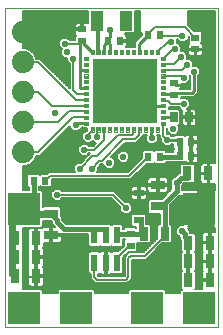
<source format=gbl>
G04 This is an RS-274x file exported by *
G04 gerbv version 2.6A *
G04 More information is available about gerbv at *
G04 http://gerbv.geda-project.org/ *
G04 --End of header info--*
%MOIN*%
%FSLAX34Y34*%
%IPPOS*%
G04 --Define apertures--*
%ADD10C,0.0000*%
%ADD11C,0.0034*%
%ADD12R,0.2126X0.2126*%
%ADD13R,0.0236X0.0276*%
%ADD14R,0.0394X0.0669*%
%ADD15R,0.0276X0.0236*%
%ADD16C,0.0740*%
%ADD17R,0.0276X0.0354*%
%ADD18R,0.1063X0.1063*%
%ADD19R,0.0315X0.0472*%
%ADD20R,0.0472X0.0315*%
%ADD21R,0.0232X0.0571*%
%ADD22R,0.0327X0.0248*%
%ADD23C,0.0060*%
%AMMACRO24*
5,1,8,0.000000,0.000000,0.023867,22.500000*
%
%ADD24MACRO24*%
%ADD25C,0.0100*%
%ADD26R,0.0221X0.0221*%
%ADD27C,0.0236*%
%ADD28C,0.0160*%
%ADD29C,0.0120*%
%ADD30C,0.0080*%
G04 --Start main section--*
G54D10*
G01X0002937Y0000245D02*
G01X0002937Y0010875D01*
G01X0002937Y0010875D02*
G01X0010023Y0010875D01*
G01X0010023Y0010875D02*
G01X0010023Y0000245D01*
G01X0010023Y0000245D02*
G01X0002937Y0000245D01*
G01X0003137Y0000505D02*
G01X0003138Y0000510D01*
G01X0003138Y0000510D02*
G01X0003138Y0000515D01*
G01X0003138Y0000515D02*
G01X0003139Y0000519D01*
G01X0003139Y0000519D02*
G01X0003141Y0000524D01*
G01X0003141Y0000524D02*
G01X0003142Y0000528D01*
G01X0003142Y0000528D02*
G01X0003144Y0000533D01*
G01X0003144Y0000533D02*
G01X0003147Y0000537D01*
G01X0003147Y0000537D02*
G01X0003150Y0000541D01*
G01X0003150Y0000541D02*
G01X0003153Y0000545D01*
G01X0003153Y0000545D02*
G01X0003156Y0000548D01*
G01X0003156Y0000548D02*
G01X0003160Y0000551D01*
G01X0003160Y0000551D02*
G01X0003164Y0000554D01*
G01X0003164Y0000554D02*
G01X0003168Y0000557D01*
G01X0003168Y0000557D02*
G01X0003172Y0000559D01*
G01X0003172Y0000559D02*
G01X0003177Y0000561D01*
G01X0003177Y0000561D02*
G01X0003181Y0000562D01*
G01X0003181Y0000562D02*
G01X0003186Y0000563D01*
G01X0003186Y0000563D02*
G01X0003191Y0000564D01*
G01X0003191Y0000564D02*
G01X0003195Y0000564D01*
G01X0003195Y0000564D02*
G01X0003200Y0000564D01*
G01X0003200Y0000564D02*
G01X0003205Y0000564D01*
G01X0003205Y0000564D02*
G01X0003210Y0000563D01*
G01X0003210Y0000563D02*
G01X0003214Y0000561D01*
G01X0003214Y0000561D02*
G01X0003219Y0000560D01*
G01X0003219Y0000560D02*
G01X0003223Y0000558D01*
G01X0003223Y0000558D02*
G01X0003228Y0000555D01*
G01X0003228Y0000555D02*
G01X0003232Y0000553D01*
G01X0003232Y0000553D02*
G01X0003235Y0000550D01*
G01X0003235Y0000550D02*
G01X0003239Y0000546D01*
G01X0003239Y0000546D02*
G01X0003242Y0000543D01*
G01X0003242Y0000543D02*
G01X0003245Y0000539D01*
G01X0003245Y0000539D02*
G01X0003248Y0000535D01*
G01X0003248Y0000535D02*
G01X0003250Y0000531D01*
G01X0003250Y0000531D02*
G01X0003252Y0000526D01*
G01X0003252Y0000526D02*
G01X0003253Y0000522D01*
G01X0003253Y0000522D02*
G01X0003255Y0000517D01*
G01X0003255Y0000517D02*
G01X0003255Y0000512D01*
G01X0003255Y0000512D02*
G01X0003256Y0000507D01*
G01X0003256Y0000507D02*
G01X0003256Y0000503D01*
G01X0003256Y0000503D02*
G01X0003255Y0000498D01*
G01X0003255Y0000498D02*
G01X0003255Y0000493D01*
G01X0003255Y0000493D02*
G01X0003253Y0000488D01*
G01X0003253Y0000488D02*
G01X0003252Y0000484D01*
G01X0003252Y0000484D02*
G01X0003250Y0000479D01*
G01X0003250Y0000479D02*
G01X0003248Y0000475D01*
G01X0003248Y0000475D02*
G01X0003245Y0000471D01*
G01X0003245Y0000471D02*
G01X0003242Y0000467D01*
G01X0003242Y0000467D02*
G01X0003239Y0000464D01*
G01X0003239Y0000464D02*
G01X0003235Y0000460D01*
G01X0003235Y0000460D02*
G01X0003232Y0000457D01*
G01X0003232Y0000457D02*
G01X0003228Y0000455D01*
G01X0003228Y0000455D02*
G01X0003223Y0000452D01*
G01X0003223Y0000452D02*
G01X0003219Y0000450D01*
G01X0003219Y0000450D02*
G01X0003214Y0000449D01*
G01X0003214Y0000449D02*
G01X0003210Y0000447D01*
G01X0003210Y0000447D02*
G01X0003205Y0000447D01*
G01X0003205Y0000447D02*
G01X0003200Y0000446D01*
G01X0003200Y0000446D02*
G01X0003195Y0000446D01*
G01X0003195Y0000446D02*
G01X0003191Y0000446D01*
G01X0003191Y0000446D02*
G01X0003186Y0000447D01*
G01X0003186Y0000447D02*
G01X0003181Y0000448D01*
G01X0003181Y0000448D02*
G01X0003177Y0000449D01*
G01X0003177Y0000449D02*
G01X0003172Y0000451D01*
G01X0003172Y0000451D02*
G01X0003168Y0000453D01*
G01X0003168Y0000453D02*
G01X0003164Y0000456D01*
G01X0003164Y0000456D02*
G01X0003160Y0000459D01*
G01X0003160Y0000459D02*
G01X0003156Y0000462D01*
G01X0003156Y0000462D02*
G01X0003153Y0000465D01*
G01X0003153Y0000465D02*
G01X0003150Y0000469D01*
G01X0003150Y0000469D02*
G01X0003147Y0000473D01*
G01X0003147Y0000473D02*
G01X0003144Y0000477D01*
G01X0003144Y0000477D02*
G01X0003142Y0000482D01*
G01X0003142Y0000482D02*
G01X0003141Y0000486D01*
G01X0003141Y0000486D02*
G01X0003139Y0000491D01*
G01X0003139Y0000491D02*
G01X0003138Y0000495D01*
G01X0003138Y0000495D02*
G01X0003138Y0000500D01*
G01X0003138Y0000500D02*
G01X0003137Y0000505D01*
G01X0003137Y0001245D02*
G01X0003138Y0001250D01*
G01X0003138Y0001250D02*
G01X0003138Y0001255D01*
G01X0003138Y0001255D02*
G01X0003139Y0001260D01*
G01X0003139Y0001260D02*
G01X0003141Y0001264D01*
G01X0003141Y0001264D02*
G01X0003142Y0001269D01*
G01X0003142Y0001269D02*
G01X0003144Y0001273D01*
G01X0003144Y0001273D02*
G01X0003147Y0001277D01*
G01X0003147Y0001277D02*
G01X0003150Y0001281D01*
G01X0003150Y0001281D02*
G01X0003153Y0001285D01*
G01X0003153Y0001285D02*
G01X0003156Y0001288D01*
G01X0003156Y0001288D02*
G01X0003160Y0001291D01*
G01X0003160Y0001291D02*
G01X0003164Y0001294D01*
G01X0003164Y0001294D02*
G01X0003168Y0001297D01*
G01X0003168Y0001297D02*
G01X0003172Y0001299D01*
G01X0003172Y0001299D02*
G01X0003177Y0001301D01*
G01X0003177Y0001301D02*
G01X0003181Y0001302D01*
G01X0003181Y0001302D02*
G01X0003186Y0001303D01*
G01X0003186Y0001303D02*
G01X0003191Y0001304D01*
G01X0003191Y0001304D02*
G01X0003195Y0001304D01*
G01X0003195Y0001304D02*
G01X0003200Y0001304D01*
G01X0003200Y0001304D02*
G01X0003205Y0001304D01*
G01X0003205Y0001304D02*
G01X0003210Y0001303D01*
G01X0003210Y0001303D02*
G01X0003214Y0001302D01*
G01X0003214Y0001302D02*
G01X0003219Y0001300D01*
G01X0003219Y0001300D02*
G01X0003223Y0001298D01*
G01X0003223Y0001298D02*
G01X0003228Y0001296D01*
G01X0003228Y0001296D02*
G01X0003232Y0001293D01*
G01X0003232Y0001293D02*
G01X0003235Y0001290D01*
G01X0003235Y0001290D02*
G01X0003239Y0001287D01*
G01X0003239Y0001287D02*
G01X0003242Y0001283D01*
G01X0003242Y0001283D02*
G01X0003245Y0001279D01*
G01X0003245Y0001279D02*
G01X0003248Y0001275D01*
G01X0003248Y0001275D02*
G01X0003250Y0001271D01*
G01X0003250Y0001271D02*
G01X0003252Y0001266D01*
G01X0003252Y0001266D02*
G01X0003253Y0001262D01*
G01X0003253Y0001262D02*
G01X0003255Y0001257D01*
G01X0003255Y0001257D02*
G01X0003255Y0001252D01*
G01X0003255Y0001252D02*
G01X0003256Y0001248D01*
G01X0003256Y0001248D02*
G01X0003256Y0001243D01*
G01X0003256Y0001243D02*
G01X0003255Y0001238D01*
G01X0003255Y0001238D02*
G01X0003255Y0001233D01*
G01X0003255Y0001233D02*
G01X0003253Y0001229D01*
G01X0003253Y0001229D02*
G01X0003252Y0001224D01*
G01X0003252Y0001224D02*
G01X0003250Y0001220D01*
G01X0003250Y0001220D02*
G01X0003248Y0001215D01*
G01X0003248Y0001215D02*
G01X0003245Y0001211D01*
G01X0003245Y0001211D02*
G01X0003242Y0001207D01*
G01X0003242Y0001207D02*
G01X0003239Y0001204D01*
G01X0003239Y0001204D02*
G01X0003235Y0001201D01*
G01X0003235Y0001201D02*
G01X0003232Y0001198D01*
G01X0003232Y0001198D02*
G01X0003228Y0001195D01*
G01X0003228Y0001195D02*
G01X0003223Y0001193D01*
G01X0003223Y0001193D02*
G01X0003219Y0001191D01*
G01X0003219Y0001191D02*
G01X0003214Y0001189D01*
G01X0003214Y0001189D02*
G01X0003210Y0001188D01*
G01X0003210Y0001188D02*
G01X0003205Y0001187D01*
G01X0003205Y0001187D02*
G01X0003200Y0001186D01*
G01X0003200Y0001186D02*
G01X0003195Y0001186D01*
G01X0003195Y0001186D02*
G01X0003191Y0001186D01*
G01X0003191Y0001186D02*
G01X0003186Y0001187D01*
G01X0003186Y0001187D02*
G01X0003181Y0001188D01*
G01X0003181Y0001188D02*
G01X0003177Y0001190D01*
G01X0003177Y0001190D02*
G01X0003172Y0001191D01*
G01X0003172Y0001191D02*
G01X0003168Y0001194D01*
G01X0003168Y0001194D02*
G01X0003164Y0001196D01*
G01X0003164Y0001196D02*
G01X0003160Y0001199D01*
G01X0003160Y0001199D02*
G01X0003156Y0001202D01*
G01X0003156Y0001202D02*
G01X0003153Y0001206D01*
G01X0003153Y0001206D02*
G01X0003150Y0001209D01*
G01X0003150Y0001209D02*
G01X0003147Y0001213D01*
G01X0003147Y0001213D02*
G01X0003144Y0001217D01*
G01X0003144Y0001217D02*
G01X0003142Y0001222D01*
G01X0003142Y0001222D02*
G01X0003141Y0001226D01*
G01X0003141Y0001226D02*
G01X0003139Y0001231D01*
G01X0003139Y0001231D02*
G01X0003138Y0001236D01*
G01X0003138Y0001236D02*
G01X0003138Y0001240D01*
G01X0003138Y0001240D02*
G01X0003137Y0001245D01*
G01X0003878Y0001245D02*
G01X0003878Y0001250D01*
G01X0003878Y0001250D02*
G01X0003878Y0001255D01*
G01X0003878Y0001255D02*
G01X0003880Y0001260D01*
G01X0003880Y0001260D02*
G01X0003881Y0001264D01*
G01X0003881Y0001264D02*
G01X0003883Y0001269D01*
G01X0003883Y0001269D02*
G01X0003885Y0001273D01*
G01X0003885Y0001273D02*
G01X0003887Y0001277D01*
G01X0003887Y0001277D02*
G01X0003890Y0001281D01*
G01X0003890Y0001281D02*
G01X0003893Y0001285D01*
G01X0003893Y0001285D02*
G01X0003896Y0001288D01*
G01X0003896Y0001288D02*
G01X0003900Y0001291D01*
G01X0003900Y0001291D02*
G01X0003904Y0001294D01*
G01X0003904Y0001294D02*
G01X0003908Y0001297D01*
G01X0003908Y0001297D02*
G01X0003912Y0001299D01*
G01X0003912Y0001299D02*
G01X0003917Y0001301D01*
G01X0003917Y0001301D02*
G01X0003921Y0001302D01*
G01X0003921Y0001302D02*
G01X0003926Y0001303D01*
G01X0003926Y0001303D02*
G01X0003931Y0001304D01*
G01X0003931Y0001304D02*
G01X0003936Y0001304D01*
G01X0003936Y0001304D02*
G01X0003940Y0001304D01*
G01X0003940Y0001304D02*
G01X0003945Y0001304D01*
G01X0003945Y0001304D02*
G01X0003950Y0001303D01*
G01X0003950Y0001303D02*
G01X0003955Y0001302D01*
G01X0003955Y0001302D02*
G01X0003959Y0001300D01*
G01X0003959Y0001300D02*
G01X0003964Y0001298D01*
G01X0003964Y0001298D02*
G01X0003968Y0001296D01*
G01X0003968Y0001296D02*
G01X0003972Y0001293D01*
G01X0003972Y0001293D02*
G01X0003976Y0001290D01*
G01X0003976Y0001290D02*
G01X0003979Y0001287D01*
G01X0003979Y0001287D02*
G01X0003982Y0001283D01*
G01X0003982Y0001283D02*
G01X0003985Y0001279D01*
G01X0003985Y0001279D02*
G01X0003988Y0001275D01*
G01X0003988Y0001275D02*
G01X0003990Y0001271D01*
G01X0003990Y0001271D02*
G01X0003992Y0001266D01*
G01X0003992Y0001266D02*
G01X0003994Y0001262D01*
G01X0003994Y0001262D02*
G01X0003995Y0001257D01*
G01X0003995Y0001257D02*
G01X0003996Y0001252D01*
G01X0003996Y0001252D02*
G01X0003996Y0001248D01*
G01X0003996Y0001248D02*
G01X0003996Y0001243D01*
G01X0003996Y0001243D02*
G01X0003996Y0001238D01*
G01X0003996Y0001238D02*
G01X0003995Y0001233D01*
G01X0003995Y0001233D02*
G01X0003994Y0001229D01*
G01X0003994Y0001229D02*
G01X0003992Y0001224D01*
G01X0003992Y0001224D02*
G01X0003990Y0001220D01*
G01X0003990Y0001220D02*
G01X0003988Y0001215D01*
G01X0003988Y0001215D02*
G01X0003985Y0001211D01*
G01X0003985Y0001211D02*
G01X0003982Y0001207D01*
G01X0003982Y0001207D02*
G01X0003979Y0001204D01*
G01X0003979Y0001204D02*
G01X0003976Y0001201D01*
G01X0003976Y0001201D02*
G01X0003972Y0001198D01*
G01X0003972Y0001198D02*
G01X0003968Y0001195D01*
G01X0003968Y0001195D02*
G01X0003964Y0001193D01*
G01X0003964Y0001193D02*
G01X0003959Y0001191D01*
G01X0003959Y0001191D02*
G01X0003955Y0001189D01*
G01X0003955Y0001189D02*
G01X0003950Y0001188D01*
G01X0003950Y0001188D02*
G01X0003945Y0001187D01*
G01X0003945Y0001187D02*
G01X0003940Y0001186D01*
G01X0003940Y0001186D02*
G01X0003936Y0001186D01*
G01X0003936Y0001186D02*
G01X0003931Y0001186D01*
G01X0003931Y0001186D02*
G01X0003926Y0001187D01*
G01X0003926Y0001187D02*
G01X0003921Y0001188D01*
G01X0003921Y0001188D02*
G01X0003917Y0001190D01*
G01X0003917Y0001190D02*
G01X0003912Y0001191D01*
G01X0003912Y0001191D02*
G01X0003908Y0001194D01*
G01X0003908Y0001194D02*
G01X0003904Y0001196D01*
G01X0003904Y0001196D02*
G01X0003900Y0001199D01*
G01X0003900Y0001199D02*
G01X0003896Y0001202D01*
G01X0003896Y0001202D02*
G01X0003893Y0001206D01*
G01X0003893Y0001206D02*
G01X0003890Y0001209D01*
G01X0003890Y0001209D02*
G01X0003887Y0001213D01*
G01X0003887Y0001213D02*
G01X0003885Y0001217D01*
G01X0003885Y0001217D02*
G01X0003883Y0001222D01*
G01X0003883Y0001222D02*
G01X0003881Y0001226D01*
G01X0003881Y0001226D02*
G01X0003880Y0001231D01*
G01X0003880Y0001231D02*
G01X0003878Y0001236D01*
G01X0003878Y0001236D02*
G01X0003878Y0001240D01*
G01X0003878Y0001240D02*
G01X0003878Y0001245D01*
G01X0003878Y0000505D02*
G01X0003878Y0000510D01*
G01X0003878Y0000510D02*
G01X0003878Y0000515D01*
G01X0003878Y0000515D02*
G01X0003880Y0000519D01*
G01X0003880Y0000519D02*
G01X0003881Y0000524D01*
G01X0003881Y0000524D02*
G01X0003883Y0000528D01*
G01X0003883Y0000528D02*
G01X0003885Y0000533D01*
G01X0003885Y0000533D02*
G01X0003887Y0000537D01*
G01X0003887Y0000537D02*
G01X0003890Y0000541D01*
G01X0003890Y0000541D02*
G01X0003893Y0000545D01*
G01X0003893Y0000545D02*
G01X0003896Y0000548D01*
G01X0003896Y0000548D02*
G01X0003900Y0000551D01*
G01X0003900Y0000551D02*
G01X0003904Y0000554D01*
G01X0003904Y0000554D02*
G01X0003908Y0000557D01*
G01X0003908Y0000557D02*
G01X0003912Y0000559D01*
G01X0003912Y0000559D02*
G01X0003917Y0000561D01*
G01X0003917Y0000561D02*
G01X0003921Y0000562D01*
G01X0003921Y0000562D02*
G01X0003926Y0000563D01*
G01X0003926Y0000563D02*
G01X0003931Y0000564D01*
G01X0003931Y0000564D02*
G01X0003936Y0000564D01*
G01X0003936Y0000564D02*
G01X0003940Y0000564D01*
G01X0003940Y0000564D02*
G01X0003945Y0000564D01*
G01X0003945Y0000564D02*
G01X0003950Y0000563D01*
G01X0003950Y0000563D02*
G01X0003955Y0000561D01*
G01X0003955Y0000561D02*
G01X0003959Y0000560D01*
G01X0003959Y0000560D02*
G01X0003964Y0000558D01*
G01X0003964Y0000558D02*
G01X0003968Y0000555D01*
G01X0003968Y0000555D02*
G01X0003972Y0000553D01*
G01X0003972Y0000553D02*
G01X0003976Y0000550D01*
G01X0003976Y0000550D02*
G01X0003979Y0000546D01*
G01X0003979Y0000546D02*
G01X0003982Y0000543D01*
G01X0003982Y0000543D02*
G01X0003985Y0000539D01*
G01X0003985Y0000539D02*
G01X0003988Y0000535D01*
G01X0003988Y0000535D02*
G01X0003990Y0000531D01*
G01X0003990Y0000531D02*
G01X0003992Y0000526D01*
G01X0003992Y0000526D02*
G01X0003994Y0000522D01*
G01X0003994Y0000522D02*
G01X0003995Y0000517D01*
G01X0003995Y0000517D02*
G01X0003996Y0000512D01*
G01X0003996Y0000512D02*
G01X0003996Y0000507D01*
G01X0003996Y0000507D02*
G01X0003996Y0000503D01*
G01X0003996Y0000503D02*
G01X0003996Y0000498D01*
G01X0003996Y0000498D02*
G01X0003995Y0000493D01*
G01X0003995Y0000493D02*
G01X0003994Y0000488D01*
G01X0003994Y0000488D02*
G01X0003992Y0000484D01*
G01X0003992Y0000484D02*
G01X0003990Y0000479D01*
G01X0003990Y0000479D02*
G01X0003988Y0000475D01*
G01X0003988Y0000475D02*
G01X0003985Y0000471D01*
G01X0003985Y0000471D02*
G01X0003982Y0000467D01*
G01X0003982Y0000467D02*
G01X0003979Y0000464D01*
G01X0003979Y0000464D02*
G01X0003976Y0000460D01*
G01X0003976Y0000460D02*
G01X0003972Y0000457D01*
G01X0003972Y0000457D02*
G01X0003968Y0000455D01*
G01X0003968Y0000455D02*
G01X0003964Y0000452D01*
G01X0003964Y0000452D02*
G01X0003959Y0000450D01*
G01X0003959Y0000450D02*
G01X0003955Y0000449D01*
G01X0003955Y0000449D02*
G01X0003950Y0000447D01*
G01X0003950Y0000447D02*
G01X0003945Y0000447D01*
G01X0003945Y0000447D02*
G01X0003940Y0000446D01*
G01X0003940Y0000446D02*
G01X0003936Y0000446D01*
G01X0003936Y0000446D02*
G01X0003931Y0000446D01*
G01X0003931Y0000446D02*
G01X0003926Y0000447D01*
G01X0003926Y0000447D02*
G01X0003921Y0000448D01*
G01X0003921Y0000448D02*
G01X0003917Y0000449D01*
G01X0003917Y0000449D02*
G01X0003912Y0000451D01*
G01X0003912Y0000451D02*
G01X0003908Y0000453D01*
G01X0003908Y0000453D02*
G01X0003904Y0000456D01*
G01X0003904Y0000456D02*
G01X0003900Y0000459D01*
G01X0003900Y0000459D02*
G01X0003896Y0000462D01*
G01X0003896Y0000462D02*
G01X0003893Y0000465D01*
G01X0003893Y0000465D02*
G01X0003890Y0000469D01*
G01X0003890Y0000469D02*
G01X0003887Y0000473D01*
G01X0003887Y0000473D02*
G01X0003885Y0000477D01*
G01X0003885Y0000477D02*
G01X0003883Y0000482D01*
G01X0003883Y0000482D02*
G01X0003881Y0000486D01*
G01X0003881Y0000486D02*
G01X0003880Y0000491D01*
G01X0003880Y0000491D02*
G01X0003878Y0000495D01*
G01X0003878Y0000495D02*
G01X0003878Y0000500D01*
G01X0003878Y0000500D02*
G01X0003878Y0000505D01*
G01X0004870Y0000505D02*
G01X0004870Y0000510D01*
G01X0004870Y0000510D02*
G01X0004871Y0000515D01*
G01X0004871Y0000515D02*
G01X0004872Y0000519D01*
G01X0004872Y0000519D02*
G01X0004873Y0000524D01*
G01X0004873Y0000524D02*
G01X0004875Y0000528D01*
G01X0004875Y0000528D02*
G01X0004877Y0000533D01*
G01X0004877Y0000533D02*
G01X0004879Y0000537D01*
G01X0004879Y0000537D02*
G01X0004882Y0000541D01*
G01X0004882Y0000541D02*
G01X0004885Y0000545D01*
G01X0004885Y0000545D02*
G01X0004888Y0000548D01*
G01X0004888Y0000548D02*
G01X0004892Y0000551D01*
G01X0004892Y0000551D02*
G01X0004896Y0000554D01*
G01X0004896Y0000554D02*
G01X0004900Y0000557D01*
G01X0004900Y0000557D02*
G01X0004904Y0000559D01*
G01X0004904Y0000559D02*
G01X0004909Y0000561D01*
G01X0004909Y0000561D02*
G01X0004913Y0000562D01*
G01X0004913Y0000562D02*
G01X0004918Y0000563D01*
G01X0004918Y0000563D02*
G01X0004923Y0000564D01*
G01X0004923Y0000564D02*
G01X0004928Y0000564D01*
G01X0004928Y0000564D02*
G01X0004933Y0000564D01*
G01X0004933Y0000564D02*
G01X0004937Y0000564D01*
G01X0004937Y0000564D02*
G01X0004942Y0000563D01*
G01X0004942Y0000563D02*
G01X0004947Y0000561D01*
G01X0004947Y0000561D02*
G01X0004951Y0000560D01*
G01X0004951Y0000560D02*
G01X0004956Y0000558D01*
G01X0004956Y0000558D02*
G01X0004960Y0000555D01*
G01X0004960Y0000555D02*
G01X0004964Y0000553D01*
G01X0004964Y0000553D02*
G01X0004968Y0000550D01*
G01X0004968Y0000550D02*
G01X0004971Y0000546D01*
G01X0004971Y0000546D02*
G01X0004974Y0000543D01*
G01X0004974Y0000543D02*
G01X0004977Y0000539D01*
G01X0004977Y0000539D02*
G01X0004980Y0000535D01*
G01X0004980Y0000535D02*
G01X0004982Y0000531D01*
G01X0004982Y0000531D02*
G01X0004984Y0000526D01*
G01X0004984Y0000526D02*
G01X0004986Y0000522D01*
G01X0004986Y0000522D02*
G01X0004987Y0000517D01*
G01X0004987Y0000517D02*
G01X0004988Y0000512D01*
G01X0004988Y0000512D02*
G01X0004988Y0000507D01*
G01X0004988Y0000507D02*
G01X0004988Y0000503D01*
G01X0004988Y0000503D02*
G01X0004988Y0000498D01*
G01X0004988Y0000498D02*
G01X0004987Y0000493D01*
G01X0004987Y0000493D02*
G01X0004986Y0000488D01*
G01X0004986Y0000488D02*
G01X0004984Y0000484D01*
G01X0004984Y0000484D02*
G01X0004982Y0000479D01*
G01X0004982Y0000479D02*
G01X0004980Y0000475D01*
G01X0004980Y0000475D02*
G01X0004977Y0000471D01*
G01X0004977Y0000471D02*
G01X0004974Y0000467D01*
G01X0004974Y0000467D02*
G01X0004971Y0000464D01*
G01X0004971Y0000464D02*
G01X0004968Y0000460D01*
G01X0004968Y0000460D02*
G01X0004964Y0000457D01*
G01X0004964Y0000457D02*
G01X0004960Y0000455D01*
G01X0004960Y0000455D02*
G01X0004956Y0000452D01*
G01X0004956Y0000452D02*
G01X0004951Y0000450D01*
G01X0004951Y0000450D02*
G01X0004947Y0000449D01*
G01X0004947Y0000449D02*
G01X0004942Y0000447D01*
G01X0004942Y0000447D02*
G01X0004937Y0000447D01*
G01X0004937Y0000447D02*
G01X0004933Y0000446D01*
G01X0004933Y0000446D02*
G01X0004928Y0000446D01*
G01X0004928Y0000446D02*
G01X0004923Y0000446D01*
G01X0004923Y0000446D02*
G01X0004918Y0000447D01*
G01X0004918Y0000447D02*
G01X0004913Y0000448D01*
G01X0004913Y0000448D02*
G01X0004909Y0000449D01*
G01X0004909Y0000449D02*
G01X0004904Y0000451D01*
G01X0004904Y0000451D02*
G01X0004900Y0000453D01*
G01X0004900Y0000453D02*
G01X0004896Y0000456D01*
G01X0004896Y0000456D02*
G01X0004892Y0000459D01*
G01X0004892Y0000459D02*
G01X0004888Y0000462D01*
G01X0004888Y0000462D02*
G01X0004885Y0000465D01*
G01X0004885Y0000465D02*
G01X0004882Y0000469D01*
G01X0004882Y0000469D02*
G01X0004879Y0000473D01*
G01X0004879Y0000473D02*
G01X0004877Y0000477D01*
G01X0004877Y0000477D02*
G01X0004875Y0000482D01*
G01X0004875Y0000482D02*
G01X0004873Y0000486D01*
G01X0004873Y0000486D02*
G01X0004872Y0000491D01*
G01X0004872Y0000491D02*
G01X0004871Y0000495D01*
G01X0004871Y0000495D02*
G01X0004870Y0000500D01*
G01X0004870Y0000500D02*
G01X0004870Y0000505D01*
G01X0004870Y0001245D02*
G01X0004870Y0001250D01*
G01X0004870Y0001250D02*
G01X0004871Y0001255D01*
G01X0004871Y0001255D02*
G01X0004872Y0001260D01*
G01X0004872Y0001260D02*
G01X0004873Y0001264D01*
G01X0004873Y0001264D02*
G01X0004875Y0001269D01*
G01X0004875Y0001269D02*
G01X0004877Y0001273D01*
G01X0004877Y0001273D02*
G01X0004879Y0001277D01*
G01X0004879Y0001277D02*
G01X0004882Y0001281D01*
G01X0004882Y0001281D02*
G01X0004885Y0001285D01*
G01X0004885Y0001285D02*
G01X0004888Y0001288D01*
G01X0004888Y0001288D02*
G01X0004892Y0001291D01*
G01X0004892Y0001291D02*
G01X0004896Y0001294D01*
G01X0004896Y0001294D02*
G01X0004900Y0001297D01*
G01X0004900Y0001297D02*
G01X0004904Y0001299D01*
G01X0004904Y0001299D02*
G01X0004909Y0001301D01*
G01X0004909Y0001301D02*
G01X0004913Y0001302D01*
G01X0004913Y0001302D02*
G01X0004918Y0001303D01*
G01X0004918Y0001303D02*
G01X0004923Y0001304D01*
G01X0004923Y0001304D02*
G01X0004928Y0001304D01*
G01X0004928Y0001304D02*
G01X0004933Y0001304D01*
G01X0004933Y0001304D02*
G01X0004937Y0001304D01*
G01X0004937Y0001304D02*
G01X0004942Y0001303D01*
G01X0004942Y0001303D02*
G01X0004947Y0001302D01*
G01X0004947Y0001302D02*
G01X0004951Y0001300D01*
G01X0004951Y0001300D02*
G01X0004956Y0001298D01*
G01X0004956Y0001298D02*
G01X0004960Y0001296D01*
G01X0004960Y0001296D02*
G01X0004964Y0001293D01*
G01X0004964Y0001293D02*
G01X0004968Y0001290D01*
G01X0004968Y0001290D02*
G01X0004971Y0001287D01*
G01X0004971Y0001287D02*
G01X0004974Y0001283D01*
G01X0004974Y0001283D02*
G01X0004977Y0001279D01*
G01X0004977Y0001279D02*
G01X0004980Y0001275D01*
G01X0004980Y0001275D02*
G01X0004982Y0001271D01*
G01X0004982Y0001271D02*
G01X0004984Y0001266D01*
G01X0004984Y0001266D02*
G01X0004986Y0001262D01*
G01X0004986Y0001262D02*
G01X0004987Y0001257D01*
G01X0004987Y0001257D02*
G01X0004988Y0001252D01*
G01X0004988Y0001252D02*
G01X0004988Y0001248D01*
G01X0004988Y0001248D02*
G01X0004988Y0001243D01*
G01X0004988Y0001243D02*
G01X0004988Y0001238D01*
G01X0004988Y0001238D02*
G01X0004987Y0001233D01*
G01X0004987Y0001233D02*
G01X0004986Y0001229D01*
G01X0004986Y0001229D02*
G01X0004984Y0001224D01*
G01X0004984Y0001224D02*
G01X0004982Y0001220D01*
G01X0004982Y0001220D02*
G01X0004980Y0001215D01*
G01X0004980Y0001215D02*
G01X0004977Y0001211D01*
G01X0004977Y0001211D02*
G01X0004974Y0001207D01*
G01X0004974Y0001207D02*
G01X0004971Y0001204D01*
G01X0004971Y0001204D02*
G01X0004968Y0001201D01*
G01X0004968Y0001201D02*
G01X0004964Y0001198D01*
G01X0004964Y0001198D02*
G01X0004960Y0001195D01*
G01X0004960Y0001195D02*
G01X0004956Y0001193D01*
G01X0004956Y0001193D02*
G01X0004951Y0001191D01*
G01X0004951Y0001191D02*
G01X0004947Y0001189D01*
G01X0004947Y0001189D02*
G01X0004942Y0001188D01*
G01X0004942Y0001188D02*
G01X0004937Y0001187D01*
G01X0004937Y0001187D02*
G01X0004933Y0001186D01*
G01X0004933Y0001186D02*
G01X0004928Y0001186D01*
G01X0004928Y0001186D02*
G01X0004923Y0001186D01*
G01X0004923Y0001186D02*
G01X0004918Y0001187D01*
G01X0004918Y0001187D02*
G01X0004913Y0001188D01*
G01X0004913Y0001188D02*
G01X0004909Y0001190D01*
G01X0004909Y0001190D02*
G01X0004904Y0001191D01*
G01X0004904Y0001191D02*
G01X0004900Y0001194D01*
G01X0004900Y0001194D02*
G01X0004896Y0001196D01*
G01X0004896Y0001196D02*
G01X0004892Y0001199D01*
G01X0004892Y0001199D02*
G01X0004888Y0001202D01*
G01X0004888Y0001202D02*
G01X0004885Y0001206D01*
G01X0004885Y0001206D02*
G01X0004882Y0001209D01*
G01X0004882Y0001209D02*
G01X0004879Y0001213D01*
G01X0004879Y0001213D02*
G01X0004877Y0001217D01*
G01X0004877Y0001217D02*
G01X0004875Y0001222D01*
G01X0004875Y0001222D02*
G01X0004873Y0001226D01*
G01X0004873Y0001226D02*
G01X0004872Y0001231D01*
G01X0004872Y0001231D02*
G01X0004871Y0001236D01*
G01X0004871Y0001236D02*
G01X0004870Y0001240D01*
G01X0004870Y0001240D02*
G01X0004870Y0001245D01*
G01X0005610Y0001245D02*
G01X0005610Y0001250D01*
G01X0005610Y0001250D02*
G01X0005611Y0001255D01*
G01X0005611Y0001255D02*
G01X0005612Y0001260D01*
G01X0005612Y0001260D02*
G01X0005613Y0001264D01*
G01X0005613Y0001264D02*
G01X0005615Y0001269D01*
G01X0005615Y0001269D02*
G01X0005617Y0001273D01*
G01X0005617Y0001273D02*
G01X0005619Y0001277D01*
G01X0005619Y0001277D02*
G01X0005622Y0001281D01*
G01X0005622Y0001281D02*
G01X0005625Y0001285D01*
G01X0005625Y0001285D02*
G01X0005629Y0001288D01*
G01X0005629Y0001288D02*
G01X0005632Y0001291D01*
G01X0005632Y0001291D02*
G01X0005636Y0001294D01*
G01X0005636Y0001294D02*
G01X0005640Y0001297D01*
G01X0005640Y0001297D02*
G01X0005645Y0001299D01*
G01X0005645Y0001299D02*
G01X0005649Y0001301D01*
G01X0005649Y0001301D02*
G01X0005654Y0001302D01*
G01X0005654Y0001302D02*
G01X0005658Y0001303D01*
G01X0005658Y0001303D02*
G01X0005663Y0001304D01*
G01X0005663Y0001304D02*
G01X0005668Y0001304D01*
G01X0005668Y0001304D02*
G01X0005673Y0001304D01*
G01X0005673Y0001304D02*
G01X0005678Y0001304D01*
G01X0005678Y0001304D02*
G01X0005682Y0001303D01*
G01X0005682Y0001303D02*
G01X0005687Y0001302D01*
G01X0005687Y0001302D02*
G01X0005691Y0001300D01*
G01X0005691Y0001300D02*
G01X0005696Y0001298D01*
G01X0005696Y0001298D02*
G01X0005700Y0001296D01*
G01X0005700Y0001296D02*
G01X0005704Y0001293D01*
G01X0005704Y0001293D02*
G01X0005708Y0001290D01*
G01X0005708Y0001290D02*
G01X0005711Y0001287D01*
G01X0005711Y0001287D02*
G01X0005715Y0001283D01*
G01X0005715Y0001283D02*
G01X0005718Y0001279D01*
G01X0005718Y0001279D02*
G01X0005720Y0001275D01*
G01X0005720Y0001275D02*
G01X0005722Y0001271D01*
G01X0005722Y0001271D02*
G01X0005724Y0001266D01*
G01X0005724Y0001266D02*
G01X0005726Y0001262D01*
G01X0005726Y0001262D02*
G01X0005727Y0001257D01*
G01X0005727Y0001257D02*
G01X0005728Y0001252D01*
G01X0005728Y0001252D02*
G01X0005728Y0001248D01*
G01X0005728Y0001248D02*
G01X0005728Y0001243D01*
G01X0005728Y0001243D02*
G01X0005728Y0001238D01*
G01X0005728Y0001238D02*
G01X0005727Y0001233D01*
G01X0005727Y0001233D02*
G01X0005726Y0001229D01*
G01X0005726Y0001229D02*
G01X0005724Y0001224D01*
G01X0005724Y0001224D02*
G01X0005722Y0001220D01*
G01X0005722Y0001220D02*
G01X0005720Y0001215D01*
G01X0005720Y0001215D02*
G01X0005718Y0001211D01*
G01X0005718Y0001211D02*
G01X0005715Y0001207D01*
G01X0005715Y0001207D02*
G01X0005711Y0001204D01*
G01X0005711Y0001204D02*
G01X0005708Y0001201D01*
G01X0005708Y0001201D02*
G01X0005704Y0001198D01*
G01X0005704Y0001198D02*
G01X0005700Y0001195D01*
G01X0005700Y0001195D02*
G01X0005696Y0001193D01*
G01X0005696Y0001193D02*
G01X0005691Y0001191D01*
G01X0005691Y0001191D02*
G01X0005687Y0001189D01*
G01X0005687Y0001189D02*
G01X0005682Y0001188D01*
G01X0005682Y0001188D02*
G01X0005678Y0001187D01*
G01X0005678Y0001187D02*
G01X0005673Y0001186D01*
G01X0005673Y0001186D02*
G01X0005668Y0001186D01*
G01X0005668Y0001186D02*
G01X0005663Y0001186D01*
G01X0005663Y0001186D02*
G01X0005658Y0001187D01*
G01X0005658Y0001187D02*
G01X0005654Y0001188D01*
G01X0005654Y0001188D02*
G01X0005649Y0001190D01*
G01X0005649Y0001190D02*
G01X0005645Y0001191D01*
G01X0005645Y0001191D02*
G01X0005640Y0001194D01*
G01X0005640Y0001194D02*
G01X0005636Y0001196D01*
G01X0005636Y0001196D02*
G01X0005632Y0001199D01*
G01X0005632Y0001199D02*
G01X0005629Y0001202D01*
G01X0005629Y0001202D02*
G01X0005625Y0001206D01*
G01X0005625Y0001206D02*
G01X0005622Y0001209D01*
G01X0005622Y0001209D02*
G01X0005619Y0001213D01*
G01X0005619Y0001213D02*
G01X0005617Y0001217D01*
G01X0005617Y0001217D02*
G01X0005615Y0001222D01*
G01X0005615Y0001222D02*
G01X0005613Y0001226D01*
G01X0005613Y0001226D02*
G01X0005612Y0001231D01*
G01X0005612Y0001231D02*
G01X0005611Y0001236D01*
G01X0005611Y0001236D02*
G01X0005610Y0001240D01*
G01X0005610Y0001240D02*
G01X0005610Y0001245D01*
G01X0005610Y0000505D02*
G01X0005610Y0000510D01*
G01X0005610Y0000510D02*
G01X0005611Y0000515D01*
G01X0005611Y0000515D02*
G01X0005612Y0000519D01*
G01X0005612Y0000519D02*
G01X0005613Y0000524D01*
G01X0005613Y0000524D02*
G01X0005615Y0000528D01*
G01X0005615Y0000528D02*
G01X0005617Y0000533D01*
G01X0005617Y0000533D02*
G01X0005619Y0000537D01*
G01X0005619Y0000537D02*
G01X0005622Y0000541D01*
G01X0005622Y0000541D02*
G01X0005625Y0000545D01*
G01X0005625Y0000545D02*
G01X0005629Y0000548D01*
G01X0005629Y0000548D02*
G01X0005632Y0000551D01*
G01X0005632Y0000551D02*
G01X0005636Y0000554D01*
G01X0005636Y0000554D02*
G01X0005640Y0000557D01*
G01X0005640Y0000557D02*
G01X0005645Y0000559D01*
G01X0005645Y0000559D02*
G01X0005649Y0000561D01*
G01X0005649Y0000561D02*
G01X0005654Y0000562D01*
G01X0005654Y0000562D02*
G01X0005658Y0000563D01*
G01X0005658Y0000563D02*
G01X0005663Y0000564D01*
G01X0005663Y0000564D02*
G01X0005668Y0000564D01*
G01X0005668Y0000564D02*
G01X0005673Y0000564D01*
G01X0005673Y0000564D02*
G01X0005678Y0000564D01*
G01X0005678Y0000564D02*
G01X0005682Y0000563D01*
G01X0005682Y0000563D02*
G01X0005687Y0000561D01*
G01X0005687Y0000561D02*
G01X0005691Y0000560D01*
G01X0005691Y0000560D02*
G01X0005696Y0000558D01*
G01X0005696Y0000558D02*
G01X0005700Y0000555D01*
G01X0005700Y0000555D02*
G01X0005704Y0000553D01*
G01X0005704Y0000553D02*
G01X0005708Y0000550D01*
G01X0005708Y0000550D02*
G01X0005711Y0000546D01*
G01X0005711Y0000546D02*
G01X0005715Y0000543D01*
G01X0005715Y0000543D02*
G01X0005718Y0000539D01*
G01X0005718Y0000539D02*
G01X0005720Y0000535D01*
G01X0005720Y0000535D02*
G01X0005722Y0000531D01*
G01X0005722Y0000531D02*
G01X0005724Y0000526D01*
G01X0005724Y0000526D02*
G01X0005726Y0000522D01*
G01X0005726Y0000522D02*
G01X0005727Y0000517D01*
G01X0005727Y0000517D02*
G01X0005728Y0000512D01*
G01X0005728Y0000512D02*
G01X0005728Y0000507D01*
G01X0005728Y0000507D02*
G01X0005728Y0000503D01*
G01X0005728Y0000503D02*
G01X0005728Y0000498D01*
G01X0005728Y0000498D02*
G01X0005727Y0000493D01*
G01X0005727Y0000493D02*
G01X0005726Y0000488D01*
G01X0005726Y0000488D02*
G01X0005724Y0000484D01*
G01X0005724Y0000484D02*
G01X0005722Y0000479D01*
G01X0005722Y0000479D02*
G01X0005720Y0000475D01*
G01X0005720Y0000475D02*
G01X0005718Y0000471D01*
G01X0005718Y0000471D02*
G01X0005715Y0000467D01*
G01X0005715Y0000467D02*
G01X0005711Y0000464D01*
G01X0005711Y0000464D02*
G01X0005708Y0000460D01*
G01X0005708Y0000460D02*
G01X0005704Y0000457D01*
G01X0005704Y0000457D02*
G01X0005700Y0000455D01*
G01X0005700Y0000455D02*
G01X0005696Y0000452D01*
G01X0005696Y0000452D02*
G01X0005691Y0000450D01*
G01X0005691Y0000450D02*
G01X0005687Y0000449D01*
G01X0005687Y0000449D02*
G01X0005682Y0000447D01*
G01X0005682Y0000447D02*
G01X0005678Y0000447D01*
G01X0005678Y0000447D02*
G01X0005673Y0000446D01*
G01X0005673Y0000446D02*
G01X0005668Y0000446D01*
G01X0005668Y0000446D02*
G01X0005663Y0000446D01*
G01X0005663Y0000446D02*
G01X0005658Y0000447D01*
G01X0005658Y0000447D02*
G01X0005654Y0000448D01*
G01X0005654Y0000448D02*
G01X0005649Y0000449D01*
G01X0005649Y0000449D02*
G01X0005645Y0000451D01*
G01X0005645Y0000451D02*
G01X0005640Y0000453D01*
G01X0005640Y0000453D02*
G01X0005636Y0000456D01*
G01X0005636Y0000456D02*
G01X0005632Y0000459D01*
G01X0005632Y0000459D02*
G01X0005629Y0000462D01*
G01X0005629Y0000462D02*
G01X0005625Y0000465D01*
G01X0005625Y0000465D02*
G01X0005622Y0000469D01*
G01X0005622Y0000469D02*
G01X0005619Y0000473D01*
G01X0005619Y0000473D02*
G01X0005617Y0000477D01*
G01X0005617Y0000477D02*
G01X0005615Y0000482D01*
G01X0005615Y0000482D02*
G01X0005613Y0000486D01*
G01X0005613Y0000486D02*
G01X0005612Y0000491D01*
G01X0005612Y0000491D02*
G01X0005611Y0000495D01*
G01X0005611Y0000495D02*
G01X0005610Y0000500D01*
G01X0005610Y0000500D02*
G01X0005610Y0000505D01*
G01X0007232Y0000505D02*
G01X0007232Y0000510D01*
G01X0007232Y0000510D02*
G01X0007233Y0000515D01*
G01X0007233Y0000515D02*
G01X0007234Y0000519D01*
G01X0007234Y0000519D02*
G01X0007235Y0000524D01*
G01X0007235Y0000524D02*
G01X0007237Y0000528D01*
G01X0007237Y0000528D02*
G01X0007239Y0000533D01*
G01X0007239Y0000533D02*
G01X0007241Y0000537D01*
G01X0007241Y0000537D02*
G01X0007244Y0000541D01*
G01X0007244Y0000541D02*
G01X0007247Y0000545D01*
G01X0007247Y0000545D02*
G01X0007251Y0000548D01*
G01X0007251Y0000548D02*
G01X0007254Y0000551D01*
G01X0007254Y0000551D02*
G01X0007258Y0000554D01*
G01X0007258Y0000554D02*
G01X0007262Y0000557D01*
G01X0007262Y0000557D02*
G01X0007267Y0000559D01*
G01X0007267Y0000559D02*
G01X0007271Y0000561D01*
G01X0007271Y0000561D02*
G01X0007276Y0000562D01*
G01X0007276Y0000562D02*
G01X0007280Y0000563D01*
G01X0007280Y0000563D02*
G01X0007285Y0000564D01*
G01X0007285Y0000564D02*
G01X0007290Y0000564D01*
G01X0007290Y0000564D02*
G01X0007295Y0000564D01*
G01X0007295Y0000564D02*
G01X0007300Y0000564D01*
G01X0007300Y0000564D02*
G01X0007304Y0000563D01*
G01X0007304Y0000563D02*
G01X0007309Y0000561D01*
G01X0007309Y0000561D02*
G01X0007313Y0000560D01*
G01X0007313Y0000560D02*
G01X0007318Y0000558D01*
G01X0007318Y0000558D02*
G01X0007322Y0000555D01*
G01X0007322Y0000555D02*
G01X0007326Y0000553D01*
G01X0007326Y0000553D02*
G01X0007330Y0000550D01*
G01X0007330Y0000550D02*
G01X0007333Y0000546D01*
G01X0007333Y0000546D02*
G01X0007337Y0000543D01*
G01X0007337Y0000543D02*
G01X0007340Y0000539D01*
G01X0007340Y0000539D02*
G01X0007342Y0000535D01*
G01X0007342Y0000535D02*
G01X0007344Y0000531D01*
G01X0007344Y0000531D02*
G01X0007346Y0000526D01*
G01X0007346Y0000526D02*
G01X0007348Y0000522D01*
G01X0007348Y0000522D02*
G01X0007349Y0000517D01*
G01X0007349Y0000517D02*
G01X0007350Y0000512D01*
G01X0007350Y0000512D02*
G01X0007350Y0000507D01*
G01X0007350Y0000507D02*
G01X0007350Y0000503D01*
G01X0007350Y0000503D02*
G01X0007350Y0000498D01*
G01X0007350Y0000498D02*
G01X0007349Y0000493D01*
G01X0007349Y0000493D02*
G01X0007348Y0000488D01*
G01X0007348Y0000488D02*
G01X0007346Y0000484D01*
G01X0007346Y0000484D02*
G01X0007344Y0000479D01*
G01X0007344Y0000479D02*
G01X0007342Y0000475D01*
G01X0007342Y0000475D02*
G01X0007340Y0000471D01*
G01X0007340Y0000471D02*
G01X0007337Y0000467D01*
G01X0007337Y0000467D02*
G01X0007333Y0000464D01*
G01X0007333Y0000464D02*
G01X0007330Y0000460D01*
G01X0007330Y0000460D02*
G01X0007326Y0000457D01*
G01X0007326Y0000457D02*
G01X0007322Y0000455D01*
G01X0007322Y0000455D02*
G01X0007318Y0000452D01*
G01X0007318Y0000452D02*
G01X0007313Y0000450D01*
G01X0007313Y0000450D02*
G01X0007309Y0000449D01*
G01X0007309Y0000449D02*
G01X0007304Y0000447D01*
G01X0007304Y0000447D02*
G01X0007300Y0000447D01*
G01X0007300Y0000447D02*
G01X0007295Y0000446D01*
G01X0007295Y0000446D02*
G01X0007290Y0000446D01*
G01X0007290Y0000446D02*
G01X0007285Y0000446D01*
G01X0007285Y0000446D02*
G01X0007280Y0000447D01*
G01X0007280Y0000447D02*
G01X0007276Y0000448D01*
G01X0007276Y0000448D02*
G01X0007271Y0000449D01*
G01X0007271Y0000449D02*
G01X0007267Y0000451D01*
G01X0007267Y0000451D02*
G01X0007262Y0000453D01*
G01X0007262Y0000453D02*
G01X0007258Y0000456D01*
G01X0007258Y0000456D02*
G01X0007254Y0000459D01*
G01X0007254Y0000459D02*
G01X0007251Y0000462D01*
G01X0007251Y0000462D02*
G01X0007247Y0000465D01*
G01X0007247Y0000465D02*
G01X0007244Y0000469D01*
G01X0007244Y0000469D02*
G01X0007241Y0000473D01*
G01X0007241Y0000473D02*
G01X0007239Y0000477D01*
G01X0007239Y0000477D02*
G01X0007237Y0000482D01*
G01X0007237Y0000482D02*
G01X0007235Y0000486D01*
G01X0007235Y0000486D02*
G01X0007234Y0000491D01*
G01X0007234Y0000491D02*
G01X0007233Y0000495D01*
G01X0007233Y0000495D02*
G01X0007232Y0000500D01*
G01X0007232Y0000500D02*
G01X0007232Y0000505D01*
G01X0007232Y0001245D02*
G01X0007232Y0001250D01*
G01X0007232Y0001250D02*
G01X0007233Y0001255D01*
G01X0007233Y0001255D02*
G01X0007234Y0001260D01*
G01X0007234Y0001260D02*
G01X0007235Y0001264D01*
G01X0007235Y0001264D02*
G01X0007237Y0001269D01*
G01X0007237Y0001269D02*
G01X0007239Y0001273D01*
G01X0007239Y0001273D02*
G01X0007241Y0001277D01*
G01X0007241Y0001277D02*
G01X0007244Y0001281D01*
G01X0007244Y0001281D02*
G01X0007247Y0001285D01*
G01X0007247Y0001285D02*
G01X0007251Y0001288D01*
G01X0007251Y0001288D02*
G01X0007254Y0001291D01*
G01X0007254Y0001291D02*
G01X0007258Y0001294D01*
G01X0007258Y0001294D02*
G01X0007262Y0001297D01*
G01X0007262Y0001297D02*
G01X0007267Y0001299D01*
G01X0007267Y0001299D02*
G01X0007271Y0001301D01*
G01X0007271Y0001301D02*
G01X0007276Y0001302D01*
G01X0007276Y0001302D02*
G01X0007280Y0001303D01*
G01X0007280Y0001303D02*
G01X0007285Y0001304D01*
G01X0007285Y0001304D02*
G01X0007290Y0001304D01*
G01X0007290Y0001304D02*
G01X0007295Y0001304D01*
G01X0007295Y0001304D02*
G01X0007300Y0001304D01*
G01X0007300Y0001304D02*
G01X0007304Y0001303D01*
G01X0007304Y0001303D02*
G01X0007309Y0001302D01*
G01X0007309Y0001302D02*
G01X0007313Y0001300D01*
G01X0007313Y0001300D02*
G01X0007318Y0001298D01*
G01X0007318Y0001298D02*
G01X0007322Y0001296D01*
G01X0007322Y0001296D02*
G01X0007326Y0001293D01*
G01X0007326Y0001293D02*
G01X0007330Y0001290D01*
G01X0007330Y0001290D02*
G01X0007333Y0001287D01*
G01X0007333Y0001287D02*
G01X0007337Y0001283D01*
G01X0007337Y0001283D02*
G01X0007340Y0001279D01*
G01X0007340Y0001279D02*
G01X0007342Y0001275D01*
G01X0007342Y0001275D02*
G01X0007344Y0001271D01*
G01X0007344Y0001271D02*
G01X0007346Y0001266D01*
G01X0007346Y0001266D02*
G01X0007348Y0001262D01*
G01X0007348Y0001262D02*
G01X0007349Y0001257D01*
G01X0007349Y0001257D02*
G01X0007350Y0001252D01*
G01X0007350Y0001252D02*
G01X0007350Y0001248D01*
G01X0007350Y0001248D02*
G01X0007350Y0001243D01*
G01X0007350Y0001243D02*
G01X0007350Y0001238D01*
G01X0007350Y0001238D02*
G01X0007349Y0001233D01*
G01X0007349Y0001233D02*
G01X0007348Y0001229D01*
G01X0007348Y0001229D02*
G01X0007346Y0001224D01*
G01X0007346Y0001224D02*
G01X0007344Y0001220D01*
G01X0007344Y0001220D02*
G01X0007342Y0001215D01*
G01X0007342Y0001215D02*
G01X0007340Y0001211D01*
G01X0007340Y0001211D02*
G01X0007337Y0001207D01*
G01X0007337Y0001207D02*
G01X0007333Y0001204D01*
G01X0007333Y0001204D02*
G01X0007330Y0001201D01*
G01X0007330Y0001201D02*
G01X0007326Y0001198D01*
G01X0007326Y0001198D02*
G01X0007322Y0001195D01*
G01X0007322Y0001195D02*
G01X0007318Y0001193D01*
G01X0007318Y0001193D02*
G01X0007313Y0001191D01*
G01X0007313Y0001191D02*
G01X0007309Y0001189D01*
G01X0007309Y0001189D02*
G01X0007304Y0001188D01*
G01X0007304Y0001188D02*
G01X0007300Y0001187D01*
G01X0007300Y0001187D02*
G01X0007295Y0001186D01*
G01X0007295Y0001186D02*
G01X0007290Y0001186D01*
G01X0007290Y0001186D02*
G01X0007285Y0001186D01*
G01X0007285Y0001186D02*
G01X0007280Y0001187D01*
G01X0007280Y0001187D02*
G01X0007276Y0001188D01*
G01X0007276Y0001188D02*
G01X0007271Y0001190D01*
G01X0007271Y0001190D02*
G01X0007267Y0001191D01*
G01X0007267Y0001191D02*
G01X0007262Y0001194D01*
G01X0007262Y0001194D02*
G01X0007258Y0001196D01*
G01X0007258Y0001196D02*
G01X0007254Y0001199D01*
G01X0007254Y0001199D02*
G01X0007251Y0001202D01*
G01X0007251Y0001202D02*
G01X0007247Y0001206D01*
G01X0007247Y0001206D02*
G01X0007244Y0001209D01*
G01X0007244Y0001209D02*
G01X0007241Y0001213D01*
G01X0007241Y0001213D02*
G01X0007239Y0001217D01*
G01X0007239Y0001217D02*
G01X0007237Y0001222D01*
G01X0007237Y0001222D02*
G01X0007235Y0001226D01*
G01X0007235Y0001226D02*
G01X0007234Y0001231D01*
G01X0007234Y0001231D02*
G01X0007233Y0001236D01*
G01X0007233Y0001236D02*
G01X0007232Y0001240D01*
G01X0007232Y0001240D02*
G01X0007232Y0001245D01*
G01X0007972Y0001245D02*
G01X0007972Y0001250D01*
G01X0007972Y0001250D02*
G01X0007973Y0001255D01*
G01X0007973Y0001255D02*
G01X0007974Y0001260D01*
G01X0007974Y0001260D02*
G01X0007975Y0001264D01*
G01X0007975Y0001264D02*
G01X0007977Y0001269D01*
G01X0007977Y0001269D02*
G01X0007979Y0001273D01*
G01X0007979Y0001273D02*
G01X0007982Y0001277D01*
G01X0007982Y0001277D02*
G01X0007984Y0001281D01*
G01X0007984Y0001281D02*
G01X0007987Y0001285D01*
G01X0007987Y0001285D02*
G01X0007991Y0001288D01*
G01X0007991Y0001288D02*
G01X0007995Y0001291D01*
G01X0007995Y0001291D02*
G01X0007998Y0001294D01*
G01X0007998Y0001294D02*
G01X0008002Y0001297D01*
G01X0008002Y0001297D02*
G01X0008007Y0001299D01*
G01X0008007Y0001299D02*
G01X0008011Y0001301D01*
G01X0008011Y0001301D02*
G01X0008016Y0001302D01*
G01X0008016Y0001302D02*
G01X0008021Y0001303D01*
G01X0008021Y0001303D02*
G01X0008025Y0001304D01*
G01X0008025Y0001304D02*
G01X0008030Y0001304D01*
G01X0008030Y0001304D02*
G01X0008035Y0001304D01*
G01X0008035Y0001304D02*
G01X0008040Y0001304D01*
G01X0008040Y0001304D02*
G01X0008045Y0001303D01*
G01X0008045Y0001303D02*
G01X0008049Y0001302D01*
G01X0008049Y0001302D02*
G01X0008054Y0001300D01*
G01X0008054Y0001300D02*
G01X0008058Y0001298D01*
G01X0008058Y0001298D02*
G01X0008062Y0001296D01*
G01X0008062Y0001296D02*
G01X0008066Y0001293D01*
G01X0008066Y0001293D02*
G01X0008070Y0001290D01*
G01X0008070Y0001290D02*
G01X0008074Y0001287D01*
G01X0008074Y0001287D02*
G01X0008077Y0001283D01*
G01X0008077Y0001283D02*
G01X0008080Y0001279D01*
G01X0008080Y0001279D02*
G01X0008082Y0001275D01*
G01X0008082Y0001275D02*
G01X0008085Y0001271D01*
G01X0008085Y0001271D02*
G01X0008087Y0001266D01*
G01X0008087Y0001266D02*
G01X0008088Y0001262D01*
G01X0008088Y0001262D02*
G01X0008089Y0001257D01*
G01X0008089Y0001257D02*
G01X0008090Y0001252D01*
G01X0008090Y0001252D02*
G01X0008090Y0001248D01*
G01X0008090Y0001248D02*
G01X0008090Y0001243D01*
G01X0008090Y0001243D02*
G01X0008090Y0001238D01*
G01X0008090Y0001238D02*
G01X0008089Y0001233D01*
G01X0008089Y0001233D02*
G01X0008088Y0001229D01*
G01X0008088Y0001229D02*
G01X0008087Y0001224D01*
G01X0008087Y0001224D02*
G01X0008085Y0001220D01*
G01X0008085Y0001220D02*
G01X0008082Y0001215D01*
G01X0008082Y0001215D02*
G01X0008080Y0001211D01*
G01X0008080Y0001211D02*
G01X0008077Y0001207D01*
G01X0008077Y0001207D02*
G01X0008074Y0001204D01*
G01X0008074Y0001204D02*
G01X0008070Y0001201D01*
G01X0008070Y0001201D02*
G01X0008066Y0001198D01*
G01X0008066Y0001198D02*
G01X0008062Y0001195D01*
G01X0008062Y0001195D02*
G01X0008058Y0001193D01*
G01X0008058Y0001193D02*
G01X0008054Y0001191D01*
G01X0008054Y0001191D02*
G01X0008049Y0001189D01*
G01X0008049Y0001189D02*
G01X0008045Y0001188D01*
G01X0008045Y0001188D02*
G01X0008040Y0001187D01*
G01X0008040Y0001187D02*
G01X0008035Y0001186D01*
G01X0008035Y0001186D02*
G01X0008030Y0001186D01*
G01X0008030Y0001186D02*
G01X0008025Y0001186D01*
G01X0008025Y0001186D02*
G01X0008021Y0001187D01*
G01X0008021Y0001187D02*
G01X0008016Y0001188D01*
G01X0008016Y0001188D02*
G01X0008011Y0001190D01*
G01X0008011Y0001190D02*
G01X0008007Y0001191D01*
G01X0008007Y0001191D02*
G01X0008002Y0001194D01*
G01X0008002Y0001194D02*
G01X0007998Y0001196D01*
G01X0007998Y0001196D02*
G01X0007995Y0001199D01*
G01X0007995Y0001199D02*
G01X0007991Y0001202D01*
G01X0007991Y0001202D02*
G01X0007987Y0001206D01*
G01X0007987Y0001206D02*
G01X0007984Y0001209D01*
G01X0007984Y0001209D02*
G01X0007982Y0001213D01*
G01X0007982Y0001213D02*
G01X0007979Y0001217D01*
G01X0007979Y0001217D02*
G01X0007977Y0001222D01*
G01X0007977Y0001222D02*
G01X0007975Y0001226D01*
G01X0007975Y0001226D02*
G01X0007974Y0001231D01*
G01X0007974Y0001231D02*
G01X0007973Y0001236D01*
G01X0007973Y0001236D02*
G01X0007972Y0001240D01*
G01X0007972Y0001240D02*
G01X0007972Y0001245D01*
G01X0007972Y0000505D02*
G01X0007972Y0000510D01*
G01X0007972Y0000510D02*
G01X0007973Y0000515D01*
G01X0007973Y0000515D02*
G01X0007974Y0000519D01*
G01X0007974Y0000519D02*
G01X0007975Y0000524D01*
G01X0007975Y0000524D02*
G01X0007977Y0000528D01*
G01X0007977Y0000528D02*
G01X0007979Y0000533D01*
G01X0007979Y0000533D02*
G01X0007982Y0000537D01*
G01X0007982Y0000537D02*
G01X0007984Y0000541D01*
G01X0007984Y0000541D02*
G01X0007987Y0000545D01*
G01X0007987Y0000545D02*
G01X0007991Y0000548D01*
G01X0007991Y0000548D02*
G01X0007995Y0000551D01*
G01X0007995Y0000551D02*
G01X0007998Y0000554D01*
G01X0007998Y0000554D02*
G01X0008002Y0000557D01*
G01X0008002Y0000557D02*
G01X0008007Y0000559D01*
G01X0008007Y0000559D02*
G01X0008011Y0000561D01*
G01X0008011Y0000561D02*
G01X0008016Y0000562D01*
G01X0008016Y0000562D02*
G01X0008021Y0000563D01*
G01X0008021Y0000563D02*
G01X0008025Y0000564D01*
G01X0008025Y0000564D02*
G01X0008030Y0000564D01*
G01X0008030Y0000564D02*
G01X0008035Y0000564D01*
G01X0008035Y0000564D02*
G01X0008040Y0000564D01*
G01X0008040Y0000564D02*
G01X0008045Y0000563D01*
G01X0008045Y0000563D02*
G01X0008049Y0000561D01*
G01X0008049Y0000561D02*
G01X0008054Y0000560D01*
G01X0008054Y0000560D02*
G01X0008058Y0000558D01*
G01X0008058Y0000558D02*
G01X0008062Y0000555D01*
G01X0008062Y0000555D02*
G01X0008066Y0000553D01*
G01X0008066Y0000553D02*
G01X0008070Y0000550D01*
G01X0008070Y0000550D02*
G01X0008074Y0000546D01*
G01X0008074Y0000546D02*
G01X0008077Y0000543D01*
G01X0008077Y0000543D02*
G01X0008080Y0000539D01*
G01X0008080Y0000539D02*
G01X0008082Y0000535D01*
G01X0008082Y0000535D02*
G01X0008085Y0000531D01*
G01X0008085Y0000531D02*
G01X0008087Y0000526D01*
G01X0008087Y0000526D02*
G01X0008088Y0000522D01*
G01X0008088Y0000522D02*
G01X0008089Y0000517D01*
G01X0008089Y0000517D02*
G01X0008090Y0000512D01*
G01X0008090Y0000512D02*
G01X0008090Y0000507D01*
G01X0008090Y0000507D02*
G01X0008090Y0000503D01*
G01X0008090Y0000503D02*
G01X0008090Y0000498D01*
G01X0008090Y0000498D02*
G01X0008089Y0000493D01*
G01X0008089Y0000493D02*
G01X0008088Y0000488D01*
G01X0008088Y0000488D02*
G01X0008087Y0000484D01*
G01X0008087Y0000484D02*
G01X0008085Y0000479D01*
G01X0008085Y0000479D02*
G01X0008082Y0000475D01*
G01X0008082Y0000475D02*
G01X0008080Y0000471D01*
G01X0008080Y0000471D02*
G01X0008077Y0000467D01*
G01X0008077Y0000467D02*
G01X0008074Y0000464D01*
G01X0008074Y0000464D02*
G01X0008070Y0000460D01*
G01X0008070Y0000460D02*
G01X0008066Y0000457D01*
G01X0008066Y0000457D02*
G01X0008062Y0000455D01*
G01X0008062Y0000455D02*
G01X0008058Y0000452D01*
G01X0008058Y0000452D02*
G01X0008054Y0000450D01*
G01X0008054Y0000450D02*
G01X0008049Y0000449D01*
G01X0008049Y0000449D02*
G01X0008045Y0000447D01*
G01X0008045Y0000447D02*
G01X0008040Y0000447D01*
G01X0008040Y0000447D02*
G01X0008035Y0000446D01*
G01X0008035Y0000446D02*
G01X0008030Y0000446D01*
G01X0008030Y0000446D02*
G01X0008025Y0000446D01*
G01X0008025Y0000446D02*
G01X0008021Y0000447D01*
G01X0008021Y0000447D02*
G01X0008016Y0000448D01*
G01X0008016Y0000448D02*
G01X0008011Y0000449D01*
G01X0008011Y0000449D02*
G01X0008007Y0000451D01*
G01X0008007Y0000451D02*
G01X0008002Y0000453D01*
G01X0008002Y0000453D02*
G01X0007998Y0000456D01*
G01X0007998Y0000456D02*
G01X0007995Y0000459D01*
G01X0007995Y0000459D02*
G01X0007991Y0000462D01*
G01X0007991Y0000462D02*
G01X0007987Y0000465D01*
G01X0007987Y0000465D02*
G01X0007984Y0000469D01*
G01X0007984Y0000469D02*
G01X0007982Y0000473D01*
G01X0007982Y0000473D02*
G01X0007979Y0000477D01*
G01X0007979Y0000477D02*
G01X0007977Y0000482D01*
G01X0007977Y0000482D02*
G01X0007975Y0000486D01*
G01X0007975Y0000486D02*
G01X0007974Y0000491D01*
G01X0007974Y0000491D02*
G01X0007973Y0000495D01*
G01X0007973Y0000495D02*
G01X0007972Y0000500D01*
G01X0007972Y0000500D02*
G01X0007972Y0000505D01*
G01X0008964Y0000505D02*
G01X0008965Y0000510D01*
G01X0008965Y0000510D02*
G01X0008965Y0000515D01*
G01X0008965Y0000515D02*
G01X0008966Y0000519D01*
G01X0008966Y0000519D02*
G01X0008967Y0000524D01*
G01X0008967Y0000524D02*
G01X0008969Y0000528D01*
G01X0008969Y0000528D02*
G01X0008971Y0000533D01*
G01X0008971Y0000533D02*
G01X0008974Y0000537D01*
G01X0008974Y0000537D02*
G01X0008977Y0000541D01*
G01X0008977Y0000541D02*
G01X0008980Y0000545D01*
G01X0008980Y0000545D02*
G01X0008983Y0000548D01*
G01X0008983Y0000548D02*
G01X0008987Y0000551D01*
G01X0008987Y0000551D02*
G01X0008990Y0000554D01*
G01X0008990Y0000554D02*
G01X0008995Y0000557D01*
G01X0008995Y0000557D02*
G01X0008999Y0000559D01*
G01X0008999Y0000559D02*
G01X0009003Y0000561D01*
G01X0009003Y0000561D02*
G01X0009008Y0000562D01*
G01X0009008Y0000562D02*
G01X0009013Y0000563D01*
G01X0009013Y0000563D02*
G01X0009017Y0000564D01*
G01X0009017Y0000564D02*
G01X0009022Y0000564D01*
G01X0009022Y0000564D02*
G01X0009027Y0000564D01*
G01X0009027Y0000564D02*
G01X0009032Y0000564D01*
G01X0009032Y0000564D02*
G01X0009037Y0000563D01*
G01X0009037Y0000563D02*
G01X0009041Y0000561D01*
G01X0009041Y0000561D02*
G01X0009046Y0000560D01*
G01X0009046Y0000560D02*
G01X0009050Y0000558D01*
G01X0009050Y0000558D02*
G01X0009054Y0000555D01*
G01X0009054Y0000555D02*
G01X0009058Y0000553D01*
G01X0009058Y0000553D02*
G01X0009062Y0000550D01*
G01X0009062Y0000550D02*
G01X0009066Y0000546D01*
G01X0009066Y0000546D02*
G01X0009069Y0000543D01*
G01X0009069Y0000543D02*
G01X0009072Y0000539D01*
G01X0009072Y0000539D02*
G01X0009074Y0000535D01*
G01X0009074Y0000535D02*
G01X0009077Y0000531D01*
G01X0009077Y0000531D02*
G01X0009079Y0000526D01*
G01X0009079Y0000526D02*
G01X0009080Y0000522D01*
G01X0009080Y0000522D02*
G01X0009081Y0000517D01*
G01X0009081Y0000517D02*
G01X0009082Y0000512D01*
G01X0009082Y0000512D02*
G01X0009083Y0000507D01*
G01X0009083Y0000507D02*
G01X0009083Y0000503D01*
G01X0009083Y0000503D02*
G01X0009082Y0000498D01*
G01X0009082Y0000498D02*
G01X0009081Y0000493D01*
G01X0009081Y0000493D02*
G01X0009080Y0000488D01*
G01X0009080Y0000488D02*
G01X0009079Y0000484D01*
G01X0009079Y0000484D02*
G01X0009077Y0000479D01*
G01X0009077Y0000479D02*
G01X0009074Y0000475D01*
G01X0009074Y0000475D02*
G01X0009072Y0000471D01*
G01X0009072Y0000471D02*
G01X0009069Y0000467D01*
G01X0009069Y0000467D02*
G01X0009066Y0000464D01*
G01X0009066Y0000464D02*
G01X0009062Y0000460D01*
G01X0009062Y0000460D02*
G01X0009058Y0000457D01*
G01X0009058Y0000457D02*
G01X0009054Y0000455D01*
G01X0009054Y0000455D02*
G01X0009050Y0000452D01*
G01X0009050Y0000452D02*
G01X0009046Y0000450D01*
G01X0009046Y0000450D02*
G01X0009041Y0000449D01*
G01X0009041Y0000449D02*
G01X0009037Y0000447D01*
G01X0009037Y0000447D02*
G01X0009032Y0000447D01*
G01X0009032Y0000447D02*
G01X0009027Y0000446D01*
G01X0009027Y0000446D02*
G01X0009022Y0000446D01*
G01X0009022Y0000446D02*
G01X0009017Y0000446D01*
G01X0009017Y0000446D02*
G01X0009013Y0000447D01*
G01X0009013Y0000447D02*
G01X0009008Y0000448D01*
G01X0009008Y0000448D02*
G01X0009003Y0000449D01*
G01X0009003Y0000449D02*
G01X0008999Y0000451D01*
G01X0008999Y0000451D02*
G01X0008995Y0000453D01*
G01X0008995Y0000453D02*
G01X0008990Y0000456D01*
G01X0008990Y0000456D02*
G01X0008987Y0000459D01*
G01X0008987Y0000459D02*
G01X0008983Y0000462D01*
G01X0008983Y0000462D02*
G01X0008980Y0000465D01*
G01X0008980Y0000465D02*
G01X0008977Y0000469D01*
G01X0008977Y0000469D02*
G01X0008974Y0000473D01*
G01X0008974Y0000473D02*
G01X0008971Y0000477D01*
G01X0008971Y0000477D02*
G01X0008969Y0000482D01*
G01X0008969Y0000482D02*
G01X0008967Y0000486D01*
G01X0008967Y0000486D02*
G01X0008966Y0000491D01*
G01X0008966Y0000491D02*
G01X0008965Y0000495D01*
G01X0008965Y0000495D02*
G01X0008965Y0000500D01*
G01X0008965Y0000500D02*
G01X0008964Y0000505D01*
G01X0008964Y0001245D02*
G01X0008965Y0001250D01*
G01X0008965Y0001250D02*
G01X0008965Y0001255D01*
G01X0008965Y0001255D02*
G01X0008966Y0001260D01*
G01X0008966Y0001260D02*
G01X0008967Y0001264D01*
G01X0008967Y0001264D02*
G01X0008969Y0001269D01*
G01X0008969Y0001269D02*
G01X0008971Y0001273D01*
G01X0008971Y0001273D02*
G01X0008974Y0001277D01*
G01X0008974Y0001277D02*
G01X0008977Y0001281D01*
G01X0008977Y0001281D02*
G01X0008980Y0001285D01*
G01X0008980Y0001285D02*
G01X0008983Y0001288D01*
G01X0008983Y0001288D02*
G01X0008987Y0001291D01*
G01X0008987Y0001291D02*
G01X0008990Y0001294D01*
G01X0008990Y0001294D02*
G01X0008995Y0001297D01*
G01X0008995Y0001297D02*
G01X0008999Y0001299D01*
G01X0008999Y0001299D02*
G01X0009003Y0001301D01*
G01X0009003Y0001301D02*
G01X0009008Y0001302D01*
G01X0009008Y0001302D02*
G01X0009013Y0001303D01*
G01X0009013Y0001303D02*
G01X0009017Y0001304D01*
G01X0009017Y0001304D02*
G01X0009022Y0001304D01*
G01X0009022Y0001304D02*
G01X0009027Y0001304D01*
G01X0009027Y0001304D02*
G01X0009032Y0001304D01*
G01X0009032Y0001304D02*
G01X0009037Y0001303D01*
G01X0009037Y0001303D02*
G01X0009041Y0001302D01*
G01X0009041Y0001302D02*
G01X0009046Y0001300D01*
G01X0009046Y0001300D02*
G01X0009050Y0001298D01*
G01X0009050Y0001298D02*
G01X0009054Y0001296D01*
G01X0009054Y0001296D02*
G01X0009058Y0001293D01*
G01X0009058Y0001293D02*
G01X0009062Y0001290D01*
G01X0009062Y0001290D02*
G01X0009066Y0001287D01*
G01X0009066Y0001287D02*
G01X0009069Y0001283D01*
G01X0009069Y0001283D02*
G01X0009072Y0001279D01*
G01X0009072Y0001279D02*
G01X0009074Y0001275D01*
G01X0009074Y0001275D02*
G01X0009077Y0001271D01*
G01X0009077Y0001271D02*
G01X0009079Y0001266D01*
G01X0009079Y0001266D02*
G01X0009080Y0001262D01*
G01X0009080Y0001262D02*
G01X0009081Y0001257D01*
G01X0009081Y0001257D02*
G01X0009082Y0001252D01*
G01X0009082Y0001252D02*
G01X0009083Y0001248D01*
G01X0009083Y0001248D02*
G01X0009083Y0001243D01*
G01X0009083Y0001243D02*
G01X0009082Y0001238D01*
G01X0009082Y0001238D02*
G01X0009081Y0001233D01*
G01X0009081Y0001233D02*
G01X0009080Y0001229D01*
G01X0009080Y0001229D02*
G01X0009079Y0001224D01*
G01X0009079Y0001224D02*
G01X0009077Y0001220D01*
G01X0009077Y0001220D02*
G01X0009074Y0001215D01*
G01X0009074Y0001215D02*
G01X0009072Y0001211D01*
G01X0009072Y0001211D02*
G01X0009069Y0001207D01*
G01X0009069Y0001207D02*
G01X0009066Y0001204D01*
G01X0009066Y0001204D02*
G01X0009062Y0001201D01*
G01X0009062Y0001201D02*
G01X0009058Y0001198D01*
G01X0009058Y0001198D02*
G01X0009054Y0001195D01*
G01X0009054Y0001195D02*
G01X0009050Y0001193D01*
G01X0009050Y0001193D02*
G01X0009046Y0001191D01*
G01X0009046Y0001191D02*
G01X0009041Y0001189D01*
G01X0009041Y0001189D02*
G01X0009037Y0001188D01*
G01X0009037Y0001188D02*
G01X0009032Y0001187D01*
G01X0009032Y0001187D02*
G01X0009027Y0001186D01*
G01X0009027Y0001186D02*
G01X0009022Y0001186D01*
G01X0009022Y0001186D02*
G01X0009017Y0001186D01*
G01X0009017Y0001186D02*
G01X0009013Y0001187D01*
G01X0009013Y0001187D02*
G01X0009008Y0001188D01*
G01X0009008Y0001188D02*
G01X0009003Y0001190D01*
G01X0009003Y0001190D02*
G01X0008999Y0001191D01*
G01X0008999Y0001191D02*
G01X0008995Y0001194D01*
G01X0008995Y0001194D02*
G01X0008990Y0001196D01*
G01X0008990Y0001196D02*
G01X0008987Y0001199D01*
G01X0008987Y0001199D02*
G01X0008983Y0001202D01*
G01X0008983Y0001202D02*
G01X0008980Y0001206D01*
G01X0008980Y0001206D02*
G01X0008977Y0001209D01*
G01X0008977Y0001209D02*
G01X0008974Y0001213D01*
G01X0008974Y0001213D02*
G01X0008971Y0001217D01*
G01X0008971Y0001217D02*
G01X0008969Y0001222D01*
G01X0008969Y0001222D02*
G01X0008967Y0001226D01*
G01X0008967Y0001226D02*
G01X0008966Y0001231D01*
G01X0008966Y0001231D02*
G01X0008965Y0001236D01*
G01X0008965Y0001236D02*
G01X0008965Y0001240D01*
G01X0008965Y0001240D02*
G01X0008964Y0001245D01*
G01X0009704Y0001245D02*
G01X0009705Y0001250D01*
G01X0009705Y0001250D02*
G01X0009705Y0001255D01*
G01X0009705Y0001255D02*
G01X0009706Y0001260D01*
G01X0009706Y0001260D02*
G01X0009708Y0001264D01*
G01X0009708Y0001264D02*
G01X0009709Y0001269D01*
G01X0009709Y0001269D02*
G01X0009711Y0001273D01*
G01X0009711Y0001273D02*
G01X0009714Y0001277D01*
G01X0009714Y0001277D02*
G01X0009717Y0001281D01*
G01X0009717Y0001281D02*
G01X0009720Y0001285D01*
G01X0009720Y0001285D02*
G01X0009723Y0001288D01*
G01X0009723Y0001288D02*
G01X0009727Y0001291D01*
G01X0009727Y0001291D02*
G01X0009731Y0001294D01*
G01X0009731Y0001294D02*
G01X0009735Y0001297D01*
G01X0009735Y0001297D02*
G01X0009739Y0001299D01*
G01X0009739Y0001299D02*
G01X0009743Y0001301D01*
G01X0009743Y0001301D02*
G01X0009748Y0001302D01*
G01X0009748Y0001302D02*
G01X0009753Y0001303D01*
G01X0009753Y0001303D02*
G01X0009758Y0001304D01*
G01X0009758Y0001304D02*
G01X0009762Y0001304D01*
G01X0009762Y0001304D02*
G01X0009767Y0001304D01*
G01X0009767Y0001304D02*
G01X0009772Y0001304D01*
G01X0009772Y0001304D02*
G01X0009777Y0001303D01*
G01X0009777Y0001303D02*
G01X0009781Y0001302D01*
G01X0009781Y0001302D02*
G01X0009786Y0001300D01*
G01X0009786Y0001300D02*
G01X0009790Y0001298D01*
G01X0009790Y0001298D02*
G01X0009794Y0001296D01*
G01X0009794Y0001296D02*
G01X0009798Y0001293D01*
G01X0009798Y0001293D02*
G01X0009802Y0001290D01*
G01X0009802Y0001290D02*
G01X0009806Y0001287D01*
G01X0009806Y0001287D02*
G01X0009809Y0001283D01*
G01X0009809Y0001283D02*
G01X0009812Y0001279D01*
G01X0009812Y0001279D02*
G01X0009815Y0001275D01*
G01X0009815Y0001275D02*
G01X0009817Y0001271D01*
G01X0009817Y0001271D02*
G01X0009819Y0001266D01*
G01X0009819Y0001266D02*
G01X0009820Y0001262D01*
G01X0009820Y0001262D02*
G01X0009821Y0001257D01*
G01X0009821Y0001257D02*
G01X0009822Y0001252D01*
G01X0009822Y0001252D02*
G01X0009823Y0001248D01*
G01X0009823Y0001248D02*
G01X0009823Y0001243D01*
G01X0009823Y0001243D02*
G01X0009822Y0001238D01*
G01X0009822Y0001238D02*
G01X0009821Y0001233D01*
G01X0009821Y0001233D02*
G01X0009820Y0001229D01*
G01X0009820Y0001229D02*
G01X0009819Y0001224D01*
G01X0009819Y0001224D02*
G01X0009817Y0001220D01*
G01X0009817Y0001220D02*
G01X0009815Y0001215D01*
G01X0009815Y0001215D02*
G01X0009812Y0001211D01*
G01X0009812Y0001211D02*
G01X0009809Y0001207D01*
G01X0009809Y0001207D02*
G01X0009806Y0001204D01*
G01X0009806Y0001204D02*
G01X0009802Y0001201D01*
G01X0009802Y0001201D02*
G01X0009798Y0001198D01*
G01X0009798Y0001198D02*
G01X0009794Y0001195D01*
G01X0009794Y0001195D02*
G01X0009790Y0001193D01*
G01X0009790Y0001193D02*
G01X0009786Y0001191D01*
G01X0009786Y0001191D02*
G01X0009781Y0001189D01*
G01X0009781Y0001189D02*
G01X0009777Y0001188D01*
G01X0009777Y0001188D02*
G01X0009772Y0001187D01*
G01X0009772Y0001187D02*
G01X0009767Y0001186D01*
G01X0009767Y0001186D02*
G01X0009762Y0001186D01*
G01X0009762Y0001186D02*
G01X0009758Y0001186D01*
G01X0009758Y0001186D02*
G01X0009753Y0001187D01*
G01X0009753Y0001187D02*
G01X0009748Y0001188D01*
G01X0009748Y0001188D02*
G01X0009743Y0001190D01*
G01X0009743Y0001190D02*
G01X0009739Y0001191D01*
G01X0009739Y0001191D02*
G01X0009735Y0001194D01*
G01X0009735Y0001194D02*
G01X0009731Y0001196D01*
G01X0009731Y0001196D02*
G01X0009727Y0001199D01*
G01X0009727Y0001199D02*
G01X0009723Y0001202D01*
G01X0009723Y0001202D02*
G01X0009720Y0001206D01*
G01X0009720Y0001206D02*
G01X0009717Y0001209D01*
G01X0009717Y0001209D02*
G01X0009714Y0001213D01*
G01X0009714Y0001213D02*
G01X0009711Y0001217D01*
G01X0009711Y0001217D02*
G01X0009709Y0001222D01*
G01X0009709Y0001222D02*
G01X0009708Y0001226D01*
G01X0009708Y0001226D02*
G01X0009706Y0001231D01*
G01X0009706Y0001231D02*
G01X0009705Y0001236D01*
G01X0009705Y0001236D02*
G01X0009705Y0001240D01*
G01X0009705Y0001240D02*
G01X0009704Y0001245D01*
G01X0009704Y0000505D02*
G01X0009705Y0000510D01*
G01X0009705Y0000510D02*
G01X0009705Y0000515D01*
G01X0009705Y0000515D02*
G01X0009706Y0000519D01*
G01X0009706Y0000519D02*
G01X0009708Y0000524D01*
G01X0009708Y0000524D02*
G01X0009709Y0000528D01*
G01X0009709Y0000528D02*
G01X0009711Y0000533D01*
G01X0009711Y0000533D02*
G01X0009714Y0000537D01*
G01X0009714Y0000537D02*
G01X0009717Y0000541D01*
G01X0009717Y0000541D02*
G01X0009720Y0000545D01*
G01X0009720Y0000545D02*
G01X0009723Y0000548D01*
G01X0009723Y0000548D02*
G01X0009727Y0000551D01*
G01X0009727Y0000551D02*
G01X0009731Y0000554D01*
G01X0009731Y0000554D02*
G01X0009735Y0000557D01*
G01X0009735Y0000557D02*
G01X0009739Y0000559D01*
G01X0009739Y0000559D02*
G01X0009743Y0000561D01*
G01X0009743Y0000561D02*
G01X0009748Y0000562D01*
G01X0009748Y0000562D02*
G01X0009753Y0000563D01*
G01X0009753Y0000563D02*
G01X0009758Y0000564D01*
G01X0009758Y0000564D02*
G01X0009762Y0000564D01*
G01X0009762Y0000564D02*
G01X0009767Y0000564D01*
G01X0009767Y0000564D02*
G01X0009772Y0000564D01*
G01X0009772Y0000564D02*
G01X0009777Y0000563D01*
G01X0009777Y0000563D02*
G01X0009781Y0000561D01*
G01X0009781Y0000561D02*
G01X0009786Y0000560D01*
G01X0009786Y0000560D02*
G01X0009790Y0000558D01*
G01X0009790Y0000558D02*
G01X0009794Y0000555D01*
G01X0009794Y0000555D02*
G01X0009798Y0000553D01*
G01X0009798Y0000553D02*
G01X0009802Y0000550D01*
G01X0009802Y0000550D02*
G01X0009806Y0000546D01*
G01X0009806Y0000546D02*
G01X0009809Y0000543D01*
G01X0009809Y0000543D02*
G01X0009812Y0000539D01*
G01X0009812Y0000539D02*
G01X0009815Y0000535D01*
G01X0009815Y0000535D02*
G01X0009817Y0000531D01*
G01X0009817Y0000531D02*
G01X0009819Y0000526D01*
G01X0009819Y0000526D02*
G01X0009820Y0000522D01*
G01X0009820Y0000522D02*
G01X0009821Y0000517D01*
G01X0009821Y0000517D02*
G01X0009822Y0000512D01*
G01X0009822Y0000512D02*
G01X0009823Y0000507D01*
G01X0009823Y0000507D02*
G01X0009823Y0000503D01*
G01X0009823Y0000503D02*
G01X0009822Y0000498D01*
G01X0009822Y0000498D02*
G01X0009821Y0000493D01*
G01X0009821Y0000493D02*
G01X0009820Y0000488D01*
G01X0009820Y0000488D02*
G01X0009819Y0000484D01*
G01X0009819Y0000484D02*
G01X0009817Y0000479D01*
G01X0009817Y0000479D02*
G01X0009815Y0000475D01*
G01X0009815Y0000475D02*
G01X0009812Y0000471D01*
G01X0009812Y0000471D02*
G01X0009809Y0000467D01*
G01X0009809Y0000467D02*
G01X0009806Y0000464D01*
G01X0009806Y0000464D02*
G01X0009802Y0000460D01*
G01X0009802Y0000460D02*
G01X0009798Y0000457D01*
G01X0009798Y0000457D02*
G01X0009794Y0000455D01*
G01X0009794Y0000455D02*
G01X0009790Y0000452D01*
G01X0009790Y0000452D02*
G01X0009786Y0000450D01*
G01X0009786Y0000450D02*
G01X0009781Y0000449D01*
G01X0009781Y0000449D02*
G01X0009777Y0000447D01*
G01X0009777Y0000447D02*
G01X0009772Y0000447D01*
G01X0009772Y0000447D02*
G01X0009767Y0000446D01*
G01X0009767Y0000446D02*
G01X0009762Y0000446D01*
G01X0009762Y0000446D02*
G01X0009758Y0000446D01*
G01X0009758Y0000446D02*
G01X0009753Y0000447D01*
G01X0009753Y0000447D02*
G01X0009748Y0000448D01*
G01X0009748Y0000448D02*
G01X0009743Y0000449D01*
G01X0009743Y0000449D02*
G01X0009739Y0000451D01*
G01X0009739Y0000451D02*
G01X0009735Y0000453D01*
G01X0009735Y0000453D02*
G01X0009731Y0000456D01*
G01X0009731Y0000456D02*
G01X0009727Y0000459D01*
G01X0009727Y0000459D02*
G01X0009723Y0000462D01*
G01X0009723Y0000462D02*
G01X0009720Y0000465D01*
G01X0009720Y0000465D02*
G01X0009717Y0000469D01*
G01X0009717Y0000469D02*
G01X0009714Y0000473D01*
G01X0009714Y0000473D02*
G01X0009711Y0000477D01*
G01X0009711Y0000477D02*
G01X0009709Y0000482D01*
G01X0009709Y0000482D02*
G01X0009708Y0000486D01*
G01X0009708Y0000486D02*
G01X0009706Y0000491D01*
G01X0009706Y0000491D02*
G01X0009705Y0000495D01*
G01X0009705Y0000495D02*
G01X0009705Y0000500D01*
G01X0009705Y0000500D02*
G01X0009704Y0000505D01*
G01X0009704Y0003812D02*
G01X0009705Y0003817D01*
G01X0009705Y0003817D02*
G01X0009705Y0003822D01*
G01X0009705Y0003822D02*
G01X0009706Y0003826D01*
G01X0009706Y0003826D02*
G01X0009708Y0003831D01*
G01X0009708Y0003831D02*
G01X0009709Y0003836D01*
G01X0009709Y0003836D02*
G01X0009711Y0003840D01*
G01X0009711Y0003840D02*
G01X0009714Y0003844D01*
G01X0009714Y0003844D02*
G01X0009717Y0003848D01*
G01X0009717Y0003848D02*
G01X0009720Y0003852D01*
G01X0009720Y0003852D02*
G01X0009723Y0003855D01*
G01X0009723Y0003855D02*
G01X0009727Y0003858D01*
G01X0009727Y0003858D02*
G01X0009731Y0003861D01*
G01X0009731Y0003861D02*
G01X0009735Y0003864D01*
G01X0009735Y0003864D02*
G01X0009739Y0003866D01*
G01X0009739Y0003866D02*
G01X0009743Y0003868D01*
G01X0009743Y0003868D02*
G01X0009748Y0003869D01*
G01X0009748Y0003869D02*
G01X0009753Y0003870D01*
G01X0009753Y0003870D02*
G01X0009758Y0003871D01*
G01X0009758Y0003871D02*
G01X0009762Y0003871D01*
G01X0009762Y0003871D02*
G01X0009767Y0003871D01*
G01X0009767Y0003871D02*
G01X0009772Y0003871D01*
G01X0009772Y0003871D02*
G01X0009777Y0003870D01*
G01X0009777Y0003870D02*
G01X0009781Y0003869D01*
G01X0009781Y0003869D02*
G01X0009786Y0003867D01*
G01X0009786Y0003867D02*
G01X0009790Y0003865D01*
G01X0009790Y0003865D02*
G01X0009794Y0003863D01*
G01X0009794Y0003863D02*
G01X0009798Y0003860D01*
G01X0009798Y0003860D02*
G01X0009802Y0003857D01*
G01X0009802Y0003857D02*
G01X0009806Y0003854D01*
G01X0009806Y0003854D02*
G01X0009809Y0003850D01*
G01X0009809Y0003850D02*
G01X0009812Y0003846D01*
G01X0009812Y0003846D02*
G01X0009815Y0003842D01*
G01X0009815Y0003842D02*
G01X0009817Y0003838D01*
G01X0009817Y0003838D02*
G01X0009819Y0003833D01*
G01X0009819Y0003833D02*
G01X0009820Y0003829D01*
G01X0009820Y0003829D02*
G01X0009821Y0003824D01*
G01X0009821Y0003824D02*
G01X0009822Y0003819D01*
G01X0009822Y0003819D02*
G01X0009823Y0003815D01*
G01X0009823Y0003815D02*
G01X0009823Y0003810D01*
G01X0009823Y0003810D02*
G01X0009822Y0003805D01*
G01X0009822Y0003805D02*
G01X0009821Y0003800D01*
G01X0009821Y0003800D02*
G01X0009820Y0003795D01*
G01X0009820Y0003795D02*
G01X0009819Y0003791D01*
G01X0009819Y0003791D02*
G01X0009817Y0003787D01*
G01X0009817Y0003787D02*
G01X0009815Y0003782D01*
G01X0009815Y0003782D02*
G01X0009812Y0003778D01*
G01X0009812Y0003778D02*
G01X0009809Y0003774D01*
G01X0009809Y0003774D02*
G01X0009806Y0003771D01*
G01X0009806Y0003771D02*
G01X0009802Y0003767D01*
G01X0009802Y0003767D02*
G01X0009798Y0003764D01*
G01X0009798Y0003764D02*
G01X0009794Y0003762D01*
G01X0009794Y0003762D02*
G01X0009790Y0003759D01*
G01X0009790Y0003759D02*
G01X0009786Y0003757D01*
G01X0009786Y0003757D02*
G01X0009781Y0003756D01*
G01X0009781Y0003756D02*
G01X0009777Y0003755D01*
G01X0009777Y0003755D02*
G01X0009772Y0003754D01*
G01X0009772Y0003754D02*
G01X0009767Y0003753D01*
G01X0009767Y0003753D02*
G01X0009762Y0003753D01*
G01X0009762Y0003753D02*
G01X0009758Y0003753D01*
G01X0009758Y0003753D02*
G01X0009753Y0003754D01*
G01X0009753Y0003754D02*
G01X0009748Y0003755D01*
G01X0009748Y0003755D02*
G01X0009743Y0003757D01*
G01X0009743Y0003757D02*
G01X0009739Y0003758D01*
G01X0009739Y0003758D02*
G01X0009735Y0003761D01*
G01X0009735Y0003761D02*
G01X0009731Y0003763D01*
G01X0009731Y0003763D02*
G01X0009727Y0003766D01*
G01X0009727Y0003766D02*
G01X0009723Y0003769D01*
G01X0009723Y0003769D02*
G01X0009720Y0003772D01*
G01X0009720Y0003772D02*
G01X0009717Y0003776D01*
G01X0009717Y0003776D02*
G01X0009714Y0003780D01*
G01X0009714Y0003780D02*
G01X0009711Y0003784D01*
G01X0009711Y0003784D02*
G01X0009709Y0003789D01*
G01X0009709Y0003789D02*
G01X0009708Y0003793D01*
G01X0009708Y0003793D02*
G01X0009706Y0003798D01*
G01X0009706Y0003798D02*
G01X0009705Y0003802D01*
G01X0009705Y0003802D02*
G01X0009705Y0003807D01*
G01X0009705Y0003807D02*
G01X0009704Y0003812D01*
G01X0008964Y0003812D02*
G01X0008965Y0003817D01*
G01X0008965Y0003817D02*
G01X0008965Y0003822D01*
G01X0008965Y0003822D02*
G01X0008966Y0003826D01*
G01X0008966Y0003826D02*
G01X0008967Y0003831D01*
G01X0008967Y0003831D02*
G01X0008969Y0003836D01*
G01X0008969Y0003836D02*
G01X0008971Y0003840D01*
G01X0008971Y0003840D02*
G01X0008974Y0003844D01*
G01X0008974Y0003844D02*
G01X0008977Y0003848D01*
G01X0008977Y0003848D02*
G01X0008980Y0003852D01*
G01X0008980Y0003852D02*
G01X0008983Y0003855D01*
G01X0008983Y0003855D02*
G01X0008987Y0003858D01*
G01X0008987Y0003858D02*
G01X0008990Y0003861D01*
G01X0008990Y0003861D02*
G01X0008995Y0003864D01*
G01X0008995Y0003864D02*
G01X0008999Y0003866D01*
G01X0008999Y0003866D02*
G01X0009003Y0003868D01*
G01X0009003Y0003868D02*
G01X0009008Y0003869D01*
G01X0009008Y0003869D02*
G01X0009013Y0003870D01*
G01X0009013Y0003870D02*
G01X0009017Y0003871D01*
G01X0009017Y0003871D02*
G01X0009022Y0003871D01*
G01X0009022Y0003871D02*
G01X0009027Y0003871D01*
G01X0009027Y0003871D02*
G01X0009032Y0003871D01*
G01X0009032Y0003871D02*
G01X0009037Y0003870D01*
G01X0009037Y0003870D02*
G01X0009041Y0003869D01*
G01X0009041Y0003869D02*
G01X0009046Y0003867D01*
G01X0009046Y0003867D02*
G01X0009050Y0003865D01*
G01X0009050Y0003865D02*
G01X0009054Y0003863D01*
G01X0009054Y0003863D02*
G01X0009058Y0003860D01*
G01X0009058Y0003860D02*
G01X0009062Y0003857D01*
G01X0009062Y0003857D02*
G01X0009066Y0003854D01*
G01X0009066Y0003854D02*
G01X0009069Y0003850D01*
G01X0009069Y0003850D02*
G01X0009072Y0003846D01*
G01X0009072Y0003846D02*
G01X0009074Y0003842D01*
G01X0009074Y0003842D02*
G01X0009077Y0003838D01*
G01X0009077Y0003838D02*
G01X0009079Y0003833D01*
G01X0009079Y0003833D02*
G01X0009080Y0003829D01*
G01X0009080Y0003829D02*
G01X0009081Y0003824D01*
G01X0009081Y0003824D02*
G01X0009082Y0003819D01*
G01X0009082Y0003819D02*
G01X0009083Y0003815D01*
G01X0009083Y0003815D02*
G01X0009083Y0003810D01*
G01X0009083Y0003810D02*
G01X0009082Y0003805D01*
G01X0009082Y0003805D02*
G01X0009081Y0003800D01*
G01X0009081Y0003800D02*
G01X0009080Y0003795D01*
G01X0009080Y0003795D02*
G01X0009079Y0003791D01*
G01X0009079Y0003791D02*
G01X0009077Y0003787D01*
G01X0009077Y0003787D02*
G01X0009074Y0003782D01*
G01X0009074Y0003782D02*
G01X0009072Y0003778D01*
G01X0009072Y0003778D02*
G01X0009069Y0003774D01*
G01X0009069Y0003774D02*
G01X0009066Y0003771D01*
G01X0009066Y0003771D02*
G01X0009062Y0003767D01*
G01X0009062Y0003767D02*
G01X0009058Y0003764D01*
G01X0009058Y0003764D02*
G01X0009054Y0003762D01*
G01X0009054Y0003762D02*
G01X0009050Y0003759D01*
G01X0009050Y0003759D02*
G01X0009046Y0003757D01*
G01X0009046Y0003757D02*
G01X0009041Y0003756D01*
G01X0009041Y0003756D02*
G01X0009037Y0003755D01*
G01X0009037Y0003755D02*
G01X0009032Y0003754D01*
G01X0009032Y0003754D02*
G01X0009027Y0003753D01*
G01X0009027Y0003753D02*
G01X0009022Y0003753D01*
G01X0009022Y0003753D02*
G01X0009017Y0003753D01*
G01X0009017Y0003753D02*
G01X0009013Y0003754D01*
G01X0009013Y0003754D02*
G01X0009008Y0003755D01*
G01X0009008Y0003755D02*
G01X0009003Y0003757D01*
G01X0009003Y0003757D02*
G01X0008999Y0003758D01*
G01X0008999Y0003758D02*
G01X0008995Y0003761D01*
G01X0008995Y0003761D02*
G01X0008990Y0003763D01*
G01X0008990Y0003763D02*
G01X0008987Y0003766D01*
G01X0008987Y0003766D02*
G01X0008983Y0003769D01*
G01X0008983Y0003769D02*
G01X0008980Y0003772D01*
G01X0008980Y0003772D02*
G01X0008977Y0003776D01*
G01X0008977Y0003776D02*
G01X0008974Y0003780D01*
G01X0008974Y0003780D02*
G01X0008971Y0003784D01*
G01X0008971Y0003784D02*
G01X0008969Y0003789D01*
G01X0008969Y0003789D02*
G01X0008967Y0003793D01*
G01X0008967Y0003793D02*
G01X0008966Y0003798D01*
G01X0008966Y0003798D02*
G01X0008965Y0003802D01*
G01X0008965Y0003802D02*
G01X0008965Y0003807D01*
G01X0008965Y0003807D02*
G01X0008964Y0003812D01*
G01X0008964Y0004552D02*
G01X0008965Y0004557D01*
G01X0008965Y0004557D02*
G01X0008965Y0004562D01*
G01X0008965Y0004562D02*
G01X0008966Y0004567D01*
G01X0008966Y0004567D02*
G01X0008967Y0004571D01*
G01X0008967Y0004571D02*
G01X0008969Y0004576D01*
G01X0008969Y0004576D02*
G01X0008971Y0004580D01*
G01X0008971Y0004580D02*
G01X0008974Y0004584D01*
G01X0008974Y0004584D02*
G01X0008977Y0004588D01*
G01X0008977Y0004588D02*
G01X0008980Y0004592D01*
G01X0008980Y0004592D02*
G01X0008983Y0004595D01*
G01X0008983Y0004595D02*
G01X0008987Y0004598D01*
G01X0008987Y0004598D02*
G01X0008990Y0004601D01*
G01X0008990Y0004601D02*
G01X0008995Y0004604D01*
G01X0008995Y0004604D02*
G01X0008999Y0004606D01*
G01X0008999Y0004606D02*
G01X0009003Y0004608D01*
G01X0009003Y0004608D02*
G01X0009008Y0004609D01*
G01X0009008Y0004609D02*
G01X0009013Y0004610D01*
G01X0009013Y0004610D02*
G01X0009017Y0004611D01*
G01X0009017Y0004611D02*
G01X0009022Y0004611D01*
G01X0009022Y0004611D02*
G01X0009027Y0004611D01*
G01X0009027Y0004611D02*
G01X0009032Y0004611D01*
G01X0009032Y0004611D02*
G01X0009037Y0004610D01*
G01X0009037Y0004610D02*
G01X0009041Y0004609D01*
G01X0009041Y0004609D02*
G01X0009046Y0004607D01*
G01X0009046Y0004607D02*
G01X0009050Y0004605D01*
G01X0009050Y0004605D02*
G01X0009054Y0004603D01*
G01X0009054Y0004603D02*
G01X0009058Y0004600D01*
G01X0009058Y0004600D02*
G01X0009062Y0004597D01*
G01X0009062Y0004597D02*
G01X0009066Y0004594D01*
G01X0009066Y0004594D02*
G01X0009069Y0004590D01*
G01X0009069Y0004590D02*
G01X0009072Y0004586D01*
G01X0009072Y0004586D02*
G01X0009074Y0004582D01*
G01X0009074Y0004582D02*
G01X0009077Y0004578D01*
G01X0009077Y0004578D02*
G01X0009079Y0004573D01*
G01X0009079Y0004573D02*
G01X0009080Y0004569D01*
G01X0009080Y0004569D02*
G01X0009081Y0004564D01*
G01X0009081Y0004564D02*
G01X0009082Y0004559D01*
G01X0009082Y0004559D02*
G01X0009083Y0004555D01*
G01X0009083Y0004555D02*
G01X0009083Y0004550D01*
G01X0009083Y0004550D02*
G01X0009082Y0004545D01*
G01X0009082Y0004545D02*
G01X0009081Y0004540D01*
G01X0009081Y0004540D02*
G01X0009080Y0004536D01*
G01X0009080Y0004536D02*
G01X0009079Y0004531D01*
G01X0009079Y0004531D02*
G01X0009077Y0004527D01*
G01X0009077Y0004527D02*
G01X0009074Y0004522D01*
G01X0009074Y0004522D02*
G01X0009072Y0004518D01*
G01X0009072Y0004518D02*
G01X0009069Y0004514D01*
G01X0009069Y0004514D02*
G01X0009066Y0004511D01*
G01X0009066Y0004511D02*
G01X0009062Y0004508D01*
G01X0009062Y0004508D02*
G01X0009058Y0004505D01*
G01X0009058Y0004505D02*
G01X0009054Y0004502D01*
G01X0009054Y0004502D02*
G01X0009050Y0004500D01*
G01X0009050Y0004500D02*
G01X0009046Y0004498D01*
G01X0009046Y0004498D02*
G01X0009041Y0004496D01*
G01X0009041Y0004496D02*
G01X0009037Y0004495D01*
G01X0009037Y0004495D02*
G01X0009032Y0004494D01*
G01X0009032Y0004494D02*
G01X0009027Y0004493D01*
G01X0009027Y0004493D02*
G01X0009022Y0004493D01*
G01X0009022Y0004493D02*
G01X0009017Y0004493D01*
G01X0009017Y0004493D02*
G01X0009013Y0004494D01*
G01X0009013Y0004494D02*
G01X0009008Y0004495D01*
G01X0009008Y0004495D02*
G01X0009003Y0004497D01*
G01X0009003Y0004497D02*
G01X0008999Y0004498D01*
G01X0008999Y0004498D02*
G01X0008995Y0004501D01*
G01X0008995Y0004501D02*
G01X0008990Y0004503D01*
G01X0008990Y0004503D02*
G01X0008987Y0004506D01*
G01X0008987Y0004506D02*
G01X0008983Y0004509D01*
G01X0008983Y0004509D02*
G01X0008980Y0004513D01*
G01X0008980Y0004513D02*
G01X0008977Y0004516D01*
G01X0008977Y0004516D02*
G01X0008974Y0004520D01*
G01X0008974Y0004520D02*
G01X0008971Y0004524D01*
G01X0008971Y0004524D02*
G01X0008969Y0004529D01*
G01X0008969Y0004529D02*
G01X0008967Y0004533D01*
G01X0008967Y0004533D02*
G01X0008966Y0004538D01*
G01X0008966Y0004538D02*
G01X0008965Y0004543D01*
G01X0008965Y0004543D02*
G01X0008965Y0004547D01*
G01X0008965Y0004547D02*
G01X0008964Y0004552D01*
G01X0009704Y0004552D02*
G01X0009705Y0004557D01*
G01X0009705Y0004557D02*
G01X0009705Y0004562D01*
G01X0009705Y0004562D02*
G01X0009706Y0004567D01*
G01X0009706Y0004567D02*
G01X0009708Y0004571D01*
G01X0009708Y0004571D02*
G01X0009709Y0004576D01*
G01X0009709Y0004576D02*
G01X0009711Y0004580D01*
G01X0009711Y0004580D02*
G01X0009714Y0004584D01*
G01X0009714Y0004584D02*
G01X0009717Y0004588D01*
G01X0009717Y0004588D02*
G01X0009720Y0004592D01*
G01X0009720Y0004592D02*
G01X0009723Y0004595D01*
G01X0009723Y0004595D02*
G01X0009727Y0004598D01*
G01X0009727Y0004598D02*
G01X0009731Y0004601D01*
G01X0009731Y0004601D02*
G01X0009735Y0004604D01*
G01X0009735Y0004604D02*
G01X0009739Y0004606D01*
G01X0009739Y0004606D02*
G01X0009743Y0004608D01*
G01X0009743Y0004608D02*
G01X0009748Y0004609D01*
G01X0009748Y0004609D02*
G01X0009753Y0004610D01*
G01X0009753Y0004610D02*
G01X0009758Y0004611D01*
G01X0009758Y0004611D02*
G01X0009762Y0004611D01*
G01X0009762Y0004611D02*
G01X0009767Y0004611D01*
G01X0009767Y0004611D02*
G01X0009772Y0004611D01*
G01X0009772Y0004611D02*
G01X0009777Y0004610D01*
G01X0009777Y0004610D02*
G01X0009781Y0004609D01*
G01X0009781Y0004609D02*
G01X0009786Y0004607D01*
G01X0009786Y0004607D02*
G01X0009790Y0004605D01*
G01X0009790Y0004605D02*
G01X0009794Y0004603D01*
G01X0009794Y0004603D02*
G01X0009798Y0004600D01*
G01X0009798Y0004600D02*
G01X0009802Y0004597D01*
G01X0009802Y0004597D02*
G01X0009806Y0004594D01*
G01X0009806Y0004594D02*
G01X0009809Y0004590D01*
G01X0009809Y0004590D02*
G01X0009812Y0004586D01*
G01X0009812Y0004586D02*
G01X0009815Y0004582D01*
G01X0009815Y0004582D02*
G01X0009817Y0004578D01*
G01X0009817Y0004578D02*
G01X0009819Y0004573D01*
G01X0009819Y0004573D02*
G01X0009820Y0004569D01*
G01X0009820Y0004569D02*
G01X0009821Y0004564D01*
G01X0009821Y0004564D02*
G01X0009822Y0004559D01*
G01X0009822Y0004559D02*
G01X0009823Y0004555D01*
G01X0009823Y0004555D02*
G01X0009823Y0004550D01*
G01X0009823Y0004550D02*
G01X0009822Y0004545D01*
G01X0009822Y0004545D02*
G01X0009821Y0004540D01*
G01X0009821Y0004540D02*
G01X0009820Y0004536D01*
G01X0009820Y0004536D02*
G01X0009819Y0004531D01*
G01X0009819Y0004531D02*
G01X0009817Y0004527D01*
G01X0009817Y0004527D02*
G01X0009815Y0004522D01*
G01X0009815Y0004522D02*
G01X0009812Y0004518D01*
G01X0009812Y0004518D02*
G01X0009809Y0004514D01*
G01X0009809Y0004514D02*
G01X0009806Y0004511D01*
G01X0009806Y0004511D02*
G01X0009802Y0004508D01*
G01X0009802Y0004508D02*
G01X0009798Y0004505D01*
G01X0009798Y0004505D02*
G01X0009794Y0004502D01*
G01X0009794Y0004502D02*
G01X0009790Y0004500D01*
G01X0009790Y0004500D02*
G01X0009786Y0004498D01*
G01X0009786Y0004498D02*
G01X0009781Y0004496D01*
G01X0009781Y0004496D02*
G01X0009777Y0004495D01*
G01X0009777Y0004495D02*
G01X0009772Y0004494D01*
G01X0009772Y0004494D02*
G01X0009767Y0004493D01*
G01X0009767Y0004493D02*
G01X0009762Y0004493D01*
G01X0009762Y0004493D02*
G01X0009758Y0004493D01*
G01X0009758Y0004493D02*
G01X0009753Y0004494D01*
G01X0009753Y0004494D02*
G01X0009748Y0004495D01*
G01X0009748Y0004495D02*
G01X0009743Y0004497D01*
G01X0009743Y0004497D02*
G01X0009739Y0004498D01*
G01X0009739Y0004498D02*
G01X0009735Y0004501D01*
G01X0009735Y0004501D02*
G01X0009731Y0004503D01*
G01X0009731Y0004503D02*
G01X0009727Y0004506D01*
G01X0009727Y0004506D02*
G01X0009723Y0004509D01*
G01X0009723Y0004509D02*
G01X0009720Y0004513D01*
G01X0009720Y0004513D02*
G01X0009717Y0004516D01*
G01X0009717Y0004516D02*
G01X0009714Y0004520D01*
G01X0009714Y0004520D02*
G01X0009711Y0004524D01*
G01X0009711Y0004524D02*
G01X0009709Y0004529D01*
G01X0009709Y0004529D02*
G01X0009708Y0004533D01*
G01X0009708Y0004533D02*
G01X0009706Y0004538D01*
G01X0009706Y0004538D02*
G01X0009705Y0004543D01*
G01X0009705Y0004543D02*
G01X0009705Y0004547D01*
G01X0009705Y0004547D02*
G01X0009704Y0004552D01*
G01X0003878Y0004552D02*
G01X0003878Y0004557D01*
G01X0003878Y0004557D02*
G01X0003878Y0004562D01*
G01X0003878Y0004562D02*
G01X0003880Y0004567D01*
G01X0003880Y0004567D02*
G01X0003881Y0004571D01*
G01X0003881Y0004571D02*
G01X0003883Y0004576D01*
G01X0003883Y0004576D02*
G01X0003885Y0004580D01*
G01X0003885Y0004580D02*
G01X0003887Y0004584D01*
G01X0003887Y0004584D02*
G01X0003890Y0004588D01*
G01X0003890Y0004588D02*
G01X0003893Y0004592D01*
G01X0003893Y0004592D02*
G01X0003896Y0004595D01*
G01X0003896Y0004595D02*
G01X0003900Y0004598D01*
G01X0003900Y0004598D02*
G01X0003904Y0004601D01*
G01X0003904Y0004601D02*
G01X0003908Y0004604D01*
G01X0003908Y0004604D02*
G01X0003912Y0004606D01*
G01X0003912Y0004606D02*
G01X0003917Y0004608D01*
G01X0003917Y0004608D02*
G01X0003921Y0004609D01*
G01X0003921Y0004609D02*
G01X0003926Y0004610D01*
G01X0003926Y0004610D02*
G01X0003931Y0004611D01*
G01X0003931Y0004611D02*
G01X0003936Y0004611D01*
G01X0003936Y0004611D02*
G01X0003940Y0004611D01*
G01X0003940Y0004611D02*
G01X0003945Y0004611D01*
G01X0003945Y0004611D02*
G01X0003950Y0004610D01*
G01X0003950Y0004610D02*
G01X0003955Y0004609D01*
G01X0003955Y0004609D02*
G01X0003959Y0004607D01*
G01X0003959Y0004607D02*
G01X0003964Y0004605D01*
G01X0003964Y0004605D02*
G01X0003968Y0004603D01*
G01X0003968Y0004603D02*
G01X0003972Y0004600D01*
G01X0003972Y0004600D02*
G01X0003976Y0004597D01*
G01X0003976Y0004597D02*
G01X0003979Y0004594D01*
G01X0003979Y0004594D02*
G01X0003982Y0004590D01*
G01X0003982Y0004590D02*
G01X0003985Y0004586D01*
G01X0003985Y0004586D02*
G01X0003988Y0004582D01*
G01X0003988Y0004582D02*
G01X0003990Y0004578D01*
G01X0003990Y0004578D02*
G01X0003992Y0004573D01*
G01X0003992Y0004573D02*
G01X0003994Y0004569D01*
G01X0003994Y0004569D02*
G01X0003995Y0004564D01*
G01X0003995Y0004564D02*
G01X0003996Y0004559D01*
G01X0003996Y0004559D02*
G01X0003996Y0004555D01*
G01X0003996Y0004555D02*
G01X0003996Y0004550D01*
G01X0003996Y0004550D02*
G01X0003996Y0004545D01*
G01X0003996Y0004545D02*
G01X0003995Y0004540D01*
G01X0003995Y0004540D02*
G01X0003994Y0004536D01*
G01X0003994Y0004536D02*
G01X0003992Y0004531D01*
G01X0003992Y0004531D02*
G01X0003990Y0004527D01*
G01X0003990Y0004527D02*
G01X0003988Y0004522D01*
G01X0003988Y0004522D02*
G01X0003985Y0004518D01*
G01X0003985Y0004518D02*
G01X0003982Y0004514D01*
G01X0003982Y0004514D02*
G01X0003979Y0004511D01*
G01X0003979Y0004511D02*
G01X0003976Y0004508D01*
G01X0003976Y0004508D02*
G01X0003972Y0004505D01*
G01X0003972Y0004505D02*
G01X0003968Y0004502D01*
G01X0003968Y0004502D02*
G01X0003964Y0004500D01*
G01X0003964Y0004500D02*
G01X0003959Y0004498D01*
G01X0003959Y0004498D02*
G01X0003955Y0004496D01*
G01X0003955Y0004496D02*
G01X0003950Y0004495D01*
G01X0003950Y0004495D02*
G01X0003945Y0004494D01*
G01X0003945Y0004494D02*
G01X0003940Y0004493D01*
G01X0003940Y0004493D02*
G01X0003936Y0004493D01*
G01X0003936Y0004493D02*
G01X0003931Y0004493D01*
G01X0003931Y0004493D02*
G01X0003926Y0004494D01*
G01X0003926Y0004494D02*
G01X0003921Y0004495D01*
G01X0003921Y0004495D02*
G01X0003917Y0004497D01*
G01X0003917Y0004497D02*
G01X0003912Y0004498D01*
G01X0003912Y0004498D02*
G01X0003908Y0004501D01*
G01X0003908Y0004501D02*
G01X0003904Y0004503D01*
G01X0003904Y0004503D02*
G01X0003900Y0004506D01*
G01X0003900Y0004506D02*
G01X0003896Y0004509D01*
G01X0003896Y0004509D02*
G01X0003893Y0004513D01*
G01X0003893Y0004513D02*
G01X0003890Y0004516D01*
G01X0003890Y0004516D02*
G01X0003887Y0004520D01*
G01X0003887Y0004520D02*
G01X0003885Y0004524D01*
G01X0003885Y0004524D02*
G01X0003883Y0004529D01*
G01X0003883Y0004529D02*
G01X0003881Y0004533D01*
G01X0003881Y0004533D02*
G01X0003880Y0004538D01*
G01X0003880Y0004538D02*
G01X0003878Y0004543D01*
G01X0003878Y0004543D02*
G01X0003878Y0004547D01*
G01X0003878Y0004547D02*
G01X0003878Y0004552D01*
G01X0003137Y0004552D02*
G01X0003138Y0004557D01*
G01X0003138Y0004557D02*
G01X0003138Y0004562D01*
G01X0003138Y0004562D02*
G01X0003139Y0004567D01*
G01X0003139Y0004567D02*
G01X0003141Y0004571D01*
G01X0003141Y0004571D02*
G01X0003142Y0004576D01*
G01X0003142Y0004576D02*
G01X0003144Y0004580D01*
G01X0003144Y0004580D02*
G01X0003147Y0004584D01*
G01X0003147Y0004584D02*
G01X0003150Y0004588D01*
G01X0003150Y0004588D02*
G01X0003153Y0004592D01*
G01X0003153Y0004592D02*
G01X0003156Y0004595D01*
G01X0003156Y0004595D02*
G01X0003160Y0004598D01*
G01X0003160Y0004598D02*
G01X0003164Y0004601D01*
G01X0003164Y0004601D02*
G01X0003168Y0004604D01*
G01X0003168Y0004604D02*
G01X0003172Y0004606D01*
G01X0003172Y0004606D02*
G01X0003177Y0004608D01*
G01X0003177Y0004608D02*
G01X0003181Y0004609D01*
G01X0003181Y0004609D02*
G01X0003186Y0004610D01*
G01X0003186Y0004610D02*
G01X0003191Y0004611D01*
G01X0003191Y0004611D02*
G01X0003195Y0004611D01*
G01X0003195Y0004611D02*
G01X0003200Y0004611D01*
G01X0003200Y0004611D02*
G01X0003205Y0004611D01*
G01X0003205Y0004611D02*
G01X0003210Y0004610D01*
G01X0003210Y0004610D02*
G01X0003214Y0004609D01*
G01X0003214Y0004609D02*
G01X0003219Y0004607D01*
G01X0003219Y0004607D02*
G01X0003223Y0004605D01*
G01X0003223Y0004605D02*
G01X0003228Y0004603D01*
G01X0003228Y0004603D02*
G01X0003232Y0004600D01*
G01X0003232Y0004600D02*
G01X0003235Y0004597D01*
G01X0003235Y0004597D02*
G01X0003239Y0004594D01*
G01X0003239Y0004594D02*
G01X0003242Y0004590D01*
G01X0003242Y0004590D02*
G01X0003245Y0004586D01*
G01X0003245Y0004586D02*
G01X0003248Y0004582D01*
G01X0003248Y0004582D02*
G01X0003250Y0004578D01*
G01X0003250Y0004578D02*
G01X0003252Y0004573D01*
G01X0003252Y0004573D02*
G01X0003253Y0004569D01*
G01X0003253Y0004569D02*
G01X0003255Y0004564D01*
G01X0003255Y0004564D02*
G01X0003255Y0004559D01*
G01X0003255Y0004559D02*
G01X0003256Y0004555D01*
G01X0003256Y0004555D02*
G01X0003256Y0004550D01*
G01X0003256Y0004550D02*
G01X0003255Y0004545D01*
G01X0003255Y0004545D02*
G01X0003255Y0004540D01*
G01X0003255Y0004540D02*
G01X0003253Y0004536D01*
G01X0003253Y0004536D02*
G01X0003252Y0004531D01*
G01X0003252Y0004531D02*
G01X0003250Y0004527D01*
G01X0003250Y0004527D02*
G01X0003248Y0004522D01*
G01X0003248Y0004522D02*
G01X0003245Y0004518D01*
G01X0003245Y0004518D02*
G01X0003242Y0004514D01*
G01X0003242Y0004514D02*
G01X0003239Y0004511D01*
G01X0003239Y0004511D02*
G01X0003235Y0004508D01*
G01X0003235Y0004508D02*
G01X0003232Y0004505D01*
G01X0003232Y0004505D02*
G01X0003228Y0004502D01*
G01X0003228Y0004502D02*
G01X0003223Y0004500D01*
G01X0003223Y0004500D02*
G01X0003219Y0004498D01*
G01X0003219Y0004498D02*
G01X0003214Y0004496D01*
G01X0003214Y0004496D02*
G01X0003210Y0004495D01*
G01X0003210Y0004495D02*
G01X0003205Y0004494D01*
G01X0003205Y0004494D02*
G01X0003200Y0004493D01*
G01X0003200Y0004493D02*
G01X0003195Y0004493D01*
G01X0003195Y0004493D02*
G01X0003191Y0004493D01*
G01X0003191Y0004493D02*
G01X0003186Y0004494D01*
G01X0003186Y0004494D02*
G01X0003181Y0004495D01*
G01X0003181Y0004495D02*
G01X0003177Y0004497D01*
G01X0003177Y0004497D02*
G01X0003172Y0004498D01*
G01X0003172Y0004498D02*
G01X0003168Y0004501D01*
G01X0003168Y0004501D02*
G01X0003164Y0004503D01*
G01X0003164Y0004503D02*
G01X0003160Y0004506D01*
G01X0003160Y0004506D02*
G01X0003156Y0004509D01*
G01X0003156Y0004509D02*
G01X0003153Y0004513D01*
G01X0003153Y0004513D02*
G01X0003150Y0004516D01*
G01X0003150Y0004516D02*
G01X0003147Y0004520D01*
G01X0003147Y0004520D02*
G01X0003144Y0004524D01*
G01X0003144Y0004524D02*
G01X0003142Y0004529D01*
G01X0003142Y0004529D02*
G01X0003141Y0004533D01*
G01X0003141Y0004533D02*
G01X0003139Y0004538D01*
G01X0003139Y0004538D02*
G01X0003138Y0004543D01*
G01X0003138Y0004543D02*
G01X0003138Y0004547D01*
G01X0003138Y0004547D02*
G01X0003137Y0004552D01*
G01X0003137Y0003812D02*
G01X0003138Y0003817D01*
G01X0003138Y0003817D02*
G01X0003138Y0003822D01*
G01X0003138Y0003822D02*
G01X0003139Y0003826D01*
G01X0003139Y0003826D02*
G01X0003141Y0003831D01*
G01X0003141Y0003831D02*
G01X0003142Y0003836D01*
G01X0003142Y0003836D02*
G01X0003144Y0003840D01*
G01X0003144Y0003840D02*
G01X0003147Y0003844D01*
G01X0003147Y0003844D02*
G01X0003150Y0003848D01*
G01X0003150Y0003848D02*
G01X0003153Y0003852D01*
G01X0003153Y0003852D02*
G01X0003156Y0003855D01*
G01X0003156Y0003855D02*
G01X0003160Y0003858D01*
G01X0003160Y0003858D02*
G01X0003164Y0003861D01*
G01X0003164Y0003861D02*
G01X0003168Y0003864D01*
G01X0003168Y0003864D02*
G01X0003172Y0003866D01*
G01X0003172Y0003866D02*
G01X0003177Y0003868D01*
G01X0003177Y0003868D02*
G01X0003181Y0003869D01*
G01X0003181Y0003869D02*
G01X0003186Y0003870D01*
G01X0003186Y0003870D02*
G01X0003191Y0003871D01*
G01X0003191Y0003871D02*
G01X0003195Y0003871D01*
G01X0003195Y0003871D02*
G01X0003200Y0003871D01*
G01X0003200Y0003871D02*
G01X0003205Y0003871D01*
G01X0003205Y0003871D02*
G01X0003210Y0003870D01*
G01X0003210Y0003870D02*
G01X0003214Y0003869D01*
G01X0003214Y0003869D02*
G01X0003219Y0003867D01*
G01X0003219Y0003867D02*
G01X0003223Y0003865D01*
G01X0003223Y0003865D02*
G01X0003228Y0003863D01*
G01X0003228Y0003863D02*
G01X0003232Y0003860D01*
G01X0003232Y0003860D02*
G01X0003235Y0003857D01*
G01X0003235Y0003857D02*
G01X0003239Y0003854D01*
G01X0003239Y0003854D02*
G01X0003242Y0003850D01*
G01X0003242Y0003850D02*
G01X0003245Y0003846D01*
G01X0003245Y0003846D02*
G01X0003248Y0003842D01*
G01X0003248Y0003842D02*
G01X0003250Y0003838D01*
G01X0003250Y0003838D02*
G01X0003252Y0003833D01*
G01X0003252Y0003833D02*
G01X0003253Y0003829D01*
G01X0003253Y0003829D02*
G01X0003255Y0003824D01*
G01X0003255Y0003824D02*
G01X0003255Y0003819D01*
G01X0003255Y0003819D02*
G01X0003256Y0003815D01*
G01X0003256Y0003815D02*
G01X0003256Y0003810D01*
G01X0003256Y0003810D02*
G01X0003255Y0003805D01*
G01X0003255Y0003805D02*
G01X0003255Y0003800D01*
G01X0003255Y0003800D02*
G01X0003253Y0003795D01*
G01X0003253Y0003795D02*
G01X0003252Y0003791D01*
G01X0003252Y0003791D02*
G01X0003250Y0003787D01*
G01X0003250Y0003787D02*
G01X0003248Y0003782D01*
G01X0003248Y0003782D02*
G01X0003245Y0003778D01*
G01X0003245Y0003778D02*
G01X0003242Y0003774D01*
G01X0003242Y0003774D02*
G01X0003239Y0003771D01*
G01X0003239Y0003771D02*
G01X0003235Y0003767D01*
G01X0003235Y0003767D02*
G01X0003232Y0003764D01*
G01X0003232Y0003764D02*
G01X0003228Y0003762D01*
G01X0003228Y0003762D02*
G01X0003223Y0003759D01*
G01X0003223Y0003759D02*
G01X0003219Y0003757D01*
G01X0003219Y0003757D02*
G01X0003214Y0003756D01*
G01X0003214Y0003756D02*
G01X0003210Y0003755D01*
G01X0003210Y0003755D02*
G01X0003205Y0003754D01*
G01X0003205Y0003754D02*
G01X0003200Y0003753D01*
G01X0003200Y0003753D02*
G01X0003195Y0003753D01*
G01X0003195Y0003753D02*
G01X0003191Y0003753D01*
G01X0003191Y0003753D02*
G01X0003186Y0003754D01*
G01X0003186Y0003754D02*
G01X0003181Y0003755D01*
G01X0003181Y0003755D02*
G01X0003177Y0003757D01*
G01X0003177Y0003757D02*
G01X0003172Y0003758D01*
G01X0003172Y0003758D02*
G01X0003168Y0003761D01*
G01X0003168Y0003761D02*
G01X0003164Y0003763D01*
G01X0003164Y0003763D02*
G01X0003160Y0003766D01*
G01X0003160Y0003766D02*
G01X0003156Y0003769D01*
G01X0003156Y0003769D02*
G01X0003153Y0003772D01*
G01X0003153Y0003772D02*
G01X0003150Y0003776D01*
G01X0003150Y0003776D02*
G01X0003147Y0003780D01*
G01X0003147Y0003780D02*
G01X0003144Y0003784D01*
G01X0003144Y0003784D02*
G01X0003142Y0003789D01*
G01X0003142Y0003789D02*
G01X0003141Y0003793D01*
G01X0003141Y0003793D02*
G01X0003139Y0003798D01*
G01X0003139Y0003798D02*
G01X0003138Y0003802D01*
G01X0003138Y0003802D02*
G01X0003138Y0003807D01*
G01X0003138Y0003807D02*
G01X0003137Y0003812D01*
G01X0003878Y0003812D02*
G01X0003878Y0003817D01*
G01X0003878Y0003817D02*
G01X0003878Y0003822D01*
G01X0003878Y0003822D02*
G01X0003880Y0003826D01*
G01X0003880Y0003826D02*
G01X0003881Y0003831D01*
G01X0003881Y0003831D02*
G01X0003883Y0003836D01*
G01X0003883Y0003836D02*
G01X0003885Y0003840D01*
G01X0003885Y0003840D02*
G01X0003887Y0003844D01*
G01X0003887Y0003844D02*
G01X0003890Y0003848D01*
G01X0003890Y0003848D02*
G01X0003893Y0003852D01*
G01X0003893Y0003852D02*
G01X0003896Y0003855D01*
G01X0003896Y0003855D02*
G01X0003900Y0003858D01*
G01X0003900Y0003858D02*
G01X0003904Y0003861D01*
G01X0003904Y0003861D02*
G01X0003908Y0003864D01*
G01X0003908Y0003864D02*
G01X0003912Y0003866D01*
G01X0003912Y0003866D02*
G01X0003917Y0003868D01*
G01X0003917Y0003868D02*
G01X0003921Y0003869D01*
G01X0003921Y0003869D02*
G01X0003926Y0003870D01*
G01X0003926Y0003870D02*
G01X0003931Y0003871D01*
G01X0003931Y0003871D02*
G01X0003936Y0003871D01*
G01X0003936Y0003871D02*
G01X0003940Y0003871D01*
G01X0003940Y0003871D02*
G01X0003945Y0003871D01*
G01X0003945Y0003871D02*
G01X0003950Y0003870D01*
G01X0003950Y0003870D02*
G01X0003955Y0003869D01*
G01X0003955Y0003869D02*
G01X0003959Y0003867D01*
G01X0003959Y0003867D02*
G01X0003964Y0003865D01*
G01X0003964Y0003865D02*
G01X0003968Y0003863D01*
G01X0003968Y0003863D02*
G01X0003972Y0003860D01*
G01X0003972Y0003860D02*
G01X0003976Y0003857D01*
G01X0003976Y0003857D02*
G01X0003979Y0003854D01*
G01X0003979Y0003854D02*
G01X0003982Y0003850D01*
G01X0003982Y0003850D02*
G01X0003985Y0003846D01*
G01X0003985Y0003846D02*
G01X0003988Y0003842D01*
G01X0003988Y0003842D02*
G01X0003990Y0003838D01*
G01X0003990Y0003838D02*
G01X0003992Y0003833D01*
G01X0003992Y0003833D02*
G01X0003994Y0003829D01*
G01X0003994Y0003829D02*
G01X0003995Y0003824D01*
G01X0003995Y0003824D02*
G01X0003996Y0003819D01*
G01X0003996Y0003819D02*
G01X0003996Y0003815D01*
G01X0003996Y0003815D02*
G01X0003996Y0003810D01*
G01X0003996Y0003810D02*
G01X0003996Y0003805D01*
G01X0003996Y0003805D02*
G01X0003995Y0003800D01*
G01X0003995Y0003800D02*
G01X0003994Y0003795D01*
G01X0003994Y0003795D02*
G01X0003992Y0003791D01*
G01X0003992Y0003791D02*
G01X0003990Y0003787D01*
G01X0003990Y0003787D02*
G01X0003988Y0003782D01*
G01X0003988Y0003782D02*
G01X0003985Y0003778D01*
G01X0003985Y0003778D02*
G01X0003982Y0003774D01*
G01X0003982Y0003774D02*
G01X0003979Y0003771D01*
G01X0003979Y0003771D02*
G01X0003976Y0003767D01*
G01X0003976Y0003767D02*
G01X0003972Y0003764D01*
G01X0003972Y0003764D02*
G01X0003968Y0003762D01*
G01X0003968Y0003762D02*
G01X0003964Y0003759D01*
G01X0003964Y0003759D02*
G01X0003959Y0003757D01*
G01X0003959Y0003757D02*
G01X0003955Y0003756D01*
G01X0003955Y0003756D02*
G01X0003950Y0003755D01*
G01X0003950Y0003755D02*
G01X0003945Y0003754D01*
G01X0003945Y0003754D02*
G01X0003940Y0003753D01*
G01X0003940Y0003753D02*
G01X0003936Y0003753D01*
G01X0003936Y0003753D02*
G01X0003931Y0003753D01*
G01X0003931Y0003753D02*
G01X0003926Y0003754D01*
G01X0003926Y0003754D02*
G01X0003921Y0003755D01*
G01X0003921Y0003755D02*
G01X0003917Y0003757D01*
G01X0003917Y0003757D02*
G01X0003912Y0003758D01*
G01X0003912Y0003758D02*
G01X0003908Y0003761D01*
G01X0003908Y0003761D02*
G01X0003904Y0003763D01*
G01X0003904Y0003763D02*
G01X0003900Y0003766D01*
G01X0003900Y0003766D02*
G01X0003896Y0003769D01*
G01X0003896Y0003769D02*
G01X0003893Y0003772D01*
G01X0003893Y0003772D02*
G01X0003890Y0003776D01*
G01X0003890Y0003776D02*
G01X0003887Y0003780D01*
G01X0003887Y0003780D02*
G01X0003885Y0003784D01*
G01X0003885Y0003784D02*
G01X0003883Y0003789D01*
G01X0003883Y0003789D02*
G01X0003881Y0003793D01*
G01X0003881Y0003793D02*
G01X0003880Y0003798D01*
G01X0003880Y0003798D02*
G01X0003878Y0003802D01*
G01X0003878Y0003802D02*
G01X0003878Y0003807D01*
G01X0003878Y0003807D02*
G01X0003878Y0003812D01*
G54D11*
G01X0005779Y0006762D02*
G01X0005779Y0006905D01*
G01X0005779Y0006905D02*
G01X0005882Y0006905D01*
G01X0005882Y0006905D02*
G01X0005882Y0006762D01*
G01X0005882Y0006762D02*
G01X0005779Y0006762D01*
G01X0005779Y0006797D02*
G01X0005882Y0006797D01*
G01X0005882Y0006831D02*
G01X0005779Y0006831D01*
G01X0005779Y0006865D02*
G01X0005882Y0006865D01*
G01X0005882Y0006899D02*
G01X0005779Y0006899D01*
G01X0005699Y0007088D02*
G01X0005556Y0007088D01*
G01X0005699Y0007088D02*
G01X0005699Y0006985D01*
G01X0005699Y0006985D02*
G01X0005556Y0006985D01*
G01X0005556Y0006985D02*
G01X0005556Y0007088D01*
G01X0005556Y0007019D02*
G01X0005699Y0007019D01*
G01X0005699Y0007053D02*
G01X0005556Y0007053D01*
G01X0005556Y0007088D02*
G01X0005699Y0007088D01*
G01X0005699Y0007285D02*
G01X0005556Y0007285D01*
G01X0005699Y0007285D02*
G01X0005699Y0007182D01*
G01X0005699Y0007182D02*
G01X0005556Y0007182D01*
G01X0005556Y0007182D02*
G01X0005556Y0007285D01*
G01X0005556Y0007216D02*
G01X0005699Y0007216D01*
G01X0005699Y0007250D02*
G01X0005556Y0007250D01*
G01X0005556Y0007285D02*
G01X0005699Y0007285D01*
G01X0005699Y0007482D02*
G01X0005556Y0007482D01*
G01X0005699Y0007482D02*
G01X0005699Y0007379D01*
G01X0005699Y0007379D02*
G01X0005556Y0007379D01*
G01X0005556Y0007379D02*
G01X0005556Y0007482D01*
G01X0005556Y0007413D02*
G01X0005699Y0007413D01*
G01X0005699Y0007447D02*
G01X0005556Y0007447D01*
G01X0005556Y0007481D02*
G01X0005699Y0007481D01*
G01X0005699Y0007679D02*
G01X0005556Y0007679D01*
G01X0005699Y0007679D02*
G01X0005699Y0007575D01*
G01X0005699Y0007575D02*
G01X0005556Y0007575D01*
G01X0005556Y0007575D02*
G01X0005556Y0007679D01*
G01X0005556Y0007610D02*
G01X0005699Y0007610D01*
G01X0005699Y0007644D02*
G01X0005556Y0007644D01*
G01X0005556Y0007678D02*
G01X0005699Y0007678D01*
G01X0005699Y0007876D02*
G01X0005556Y0007876D01*
G01X0005699Y0007876D02*
G01X0005699Y0007772D01*
G01X0005699Y0007772D02*
G01X0005556Y0007772D01*
G01X0005556Y0007772D02*
G01X0005556Y0007876D01*
G01X0005556Y0007807D02*
G01X0005699Y0007807D01*
G01X0005699Y0007841D02*
G01X0005556Y0007841D01*
G01X0005556Y0007875D02*
G01X0005699Y0007875D01*
G01X0005699Y0008072D02*
G01X0005556Y0008072D01*
G01X0005699Y0008072D02*
G01X0005699Y0007969D01*
G01X0005699Y0007969D02*
G01X0005556Y0007969D01*
G01X0005556Y0007969D02*
G01X0005556Y0008072D01*
G01X0005556Y0008003D02*
G01X0005699Y0008003D01*
G01X0005699Y0008038D02*
G01X0005556Y0008038D01*
G01X0005556Y0008072D02*
G01X0005699Y0008072D01*
G01X0005699Y0008269D02*
G01X0005556Y0008269D01*
G01X0005699Y0008269D02*
G01X0005699Y0008166D01*
G01X0005699Y0008166D02*
G01X0005556Y0008166D01*
G01X0005556Y0008166D02*
G01X0005556Y0008269D01*
G01X0005556Y0008200D02*
G01X0005699Y0008200D01*
G01X0005699Y0008235D02*
G01X0005556Y0008235D01*
G01X0005556Y0008269D02*
G01X0005699Y0008269D01*
G01X0005699Y0008466D02*
G01X0005556Y0008466D01*
G01X0005699Y0008466D02*
G01X0005699Y0008363D01*
G01X0005699Y0008363D02*
G01X0005556Y0008363D01*
G01X0005556Y0008363D02*
G01X0005556Y0008466D01*
G01X0005556Y0008397D02*
G01X0005699Y0008397D01*
G01X0005699Y0008431D02*
G01X0005556Y0008431D01*
G01X0005556Y0008466D02*
G01X0005699Y0008466D01*
G01X0005699Y0008663D02*
G01X0005556Y0008663D01*
G01X0005699Y0008663D02*
G01X0005699Y0008560D01*
G01X0005699Y0008560D02*
G01X0005556Y0008560D01*
G01X0005556Y0008560D02*
G01X0005556Y0008663D01*
G01X0005556Y0008594D02*
G01X0005699Y0008594D01*
G01X0005699Y0008628D02*
G01X0005556Y0008628D01*
G01X0005556Y0008663D02*
G01X0005699Y0008663D01*
G01X0005699Y0008860D02*
G01X0005556Y0008860D01*
G01X0005699Y0008860D02*
G01X0005699Y0008756D01*
G01X0005699Y0008756D02*
G01X0005556Y0008756D01*
G01X0005556Y0008756D02*
G01X0005556Y0008860D01*
G01X0005556Y0008791D02*
G01X0005699Y0008791D01*
G01X0005699Y0008825D02*
G01X0005556Y0008825D01*
G01X0005556Y0008859D02*
G01X0005699Y0008859D01*
G01X0005699Y0009057D02*
G01X0005556Y0009057D01*
G01X0005699Y0009057D02*
G01X0005699Y0008953D01*
G01X0005699Y0008953D02*
G01X0005556Y0008953D01*
G01X0005556Y0008953D02*
G01X0005556Y0009057D01*
G01X0005556Y0008988D02*
G01X0005699Y0008988D01*
G01X0005699Y0009022D02*
G01X0005556Y0009022D01*
G01X0005556Y0009056D02*
G01X0005699Y0009056D01*
G01X0005699Y0009254D02*
G01X0005556Y0009254D01*
G01X0005699Y0009254D02*
G01X0005699Y0009150D01*
G01X0005699Y0009150D02*
G01X0005556Y0009150D01*
G01X0005556Y0009150D02*
G01X0005556Y0009254D01*
G01X0005556Y0009185D02*
G01X0005699Y0009185D01*
G01X0005699Y0009219D02*
G01X0005556Y0009219D01*
G01X0005556Y0009253D02*
G01X0005699Y0009253D01*
G01X0005882Y0009333D02*
G01X0005882Y0009476D01*
G01X0005882Y0009333D02*
G01X0005779Y0009333D01*
G01X0005779Y0009333D02*
G01X0005779Y0009476D01*
G01X0005779Y0009476D02*
G01X0005882Y0009476D01*
G01X0005882Y0009368D02*
G01X0005779Y0009368D01*
G01X0005779Y0009402D02*
G01X0005882Y0009402D01*
G01X0005882Y0009436D02*
G01X0005779Y0009436D01*
G01X0005779Y0009470D02*
G01X0005882Y0009470D01*
G01X0006079Y0009476D02*
G01X0006079Y0009333D01*
G01X0006079Y0009333D02*
G01X0005976Y0009333D01*
G01X0005976Y0009333D02*
G01X0005976Y0009476D01*
G01X0005976Y0009476D02*
G01X0006079Y0009476D01*
G01X0006079Y0009368D02*
G01X0005976Y0009368D01*
G01X0005976Y0009402D02*
G01X0006079Y0009402D01*
G01X0006079Y0009436D02*
G01X0005976Y0009436D01*
G01X0005976Y0009470D02*
G01X0006079Y0009470D01*
G01X0006276Y0009476D02*
G01X0006276Y0009333D01*
G01X0006276Y0009333D02*
G01X0006173Y0009333D01*
G01X0006173Y0009333D02*
G01X0006173Y0009476D01*
G01X0006173Y0009476D02*
G01X0006276Y0009476D01*
G01X0006276Y0009368D02*
G01X0006173Y0009368D01*
G01X0006173Y0009402D02*
G01X0006276Y0009402D01*
G01X0006276Y0009436D02*
G01X0006173Y0009436D01*
G01X0006173Y0009470D02*
G01X0006276Y0009470D01*
G01X0006473Y0009476D02*
G01X0006473Y0009333D01*
G01X0006473Y0009333D02*
G01X0006369Y0009333D01*
G01X0006369Y0009333D02*
G01X0006369Y0009476D01*
G01X0006369Y0009476D02*
G01X0006473Y0009476D01*
G01X0006473Y0009368D02*
G01X0006369Y0009368D01*
G01X0006369Y0009402D02*
G01X0006473Y0009402D01*
G01X0006473Y0009436D02*
G01X0006369Y0009436D01*
G01X0006369Y0009470D02*
G01X0006473Y0009470D01*
G01X0006670Y0009476D02*
G01X0006670Y0009333D01*
G01X0006670Y0009333D02*
G01X0006566Y0009333D01*
G01X0006566Y0009333D02*
G01X0006566Y0009476D01*
G01X0006566Y0009476D02*
G01X0006670Y0009476D01*
G01X0006670Y0009368D02*
G01X0006566Y0009368D01*
G01X0006566Y0009402D02*
G01X0006670Y0009402D01*
G01X0006670Y0009436D02*
G01X0006566Y0009436D01*
G01X0006566Y0009470D02*
G01X0006670Y0009470D01*
G01X0006866Y0009476D02*
G01X0006866Y0009333D01*
G01X0006866Y0009333D02*
G01X0006763Y0009333D01*
G01X0006763Y0009333D02*
G01X0006763Y0009476D01*
G01X0006763Y0009476D02*
G01X0006866Y0009476D01*
G01X0006866Y0009368D02*
G01X0006763Y0009368D01*
G01X0006763Y0009402D02*
G01X0006866Y0009402D01*
G01X0006866Y0009436D02*
G01X0006763Y0009436D01*
G01X0006763Y0009470D02*
G01X0006866Y0009470D01*
G01X0007063Y0009476D02*
G01X0007063Y0009333D01*
G01X0007063Y0009333D02*
G01X0006960Y0009333D01*
G01X0006960Y0009333D02*
G01X0006960Y0009476D01*
G01X0006960Y0009476D02*
G01X0007063Y0009476D01*
G01X0007063Y0009368D02*
G01X0006960Y0009368D01*
G01X0006960Y0009402D02*
G01X0007063Y0009402D01*
G01X0007063Y0009436D02*
G01X0006960Y0009436D01*
G01X0006960Y0009470D02*
G01X0007063Y0009470D01*
G01X0007260Y0009476D02*
G01X0007260Y0009333D01*
G01X0007260Y0009333D02*
G01X0007157Y0009333D01*
G01X0007157Y0009333D02*
G01X0007157Y0009476D01*
G01X0007157Y0009476D02*
G01X0007260Y0009476D01*
G01X0007260Y0009368D02*
G01X0007157Y0009368D01*
G01X0007157Y0009402D02*
G01X0007260Y0009402D01*
G01X0007260Y0009436D02*
G01X0007157Y0009436D01*
G01X0007157Y0009470D02*
G01X0007260Y0009470D01*
G01X0007457Y0009476D02*
G01X0007457Y0009333D01*
G01X0007457Y0009333D02*
G01X0007354Y0009333D01*
G01X0007354Y0009333D02*
G01X0007354Y0009476D01*
G01X0007354Y0009476D02*
G01X0007457Y0009476D01*
G01X0007457Y0009368D02*
G01X0007354Y0009368D01*
G01X0007354Y0009402D02*
G01X0007457Y0009402D01*
G01X0007457Y0009436D02*
G01X0007354Y0009436D01*
G01X0007354Y0009470D02*
G01X0007457Y0009470D01*
G01X0007654Y0009476D02*
G01X0007654Y0009333D01*
G01X0007654Y0009333D02*
G01X0007550Y0009333D01*
G01X0007550Y0009333D02*
G01X0007550Y0009476D01*
G01X0007550Y0009476D02*
G01X0007654Y0009476D01*
G01X0007654Y0009368D02*
G01X0007550Y0009368D01*
G01X0007550Y0009402D02*
G01X0007654Y0009402D01*
G01X0007654Y0009436D02*
G01X0007550Y0009436D01*
G01X0007550Y0009470D02*
G01X0007654Y0009470D01*
G01X0007851Y0009476D02*
G01X0007851Y0009333D01*
G01X0007851Y0009333D02*
G01X0007747Y0009333D01*
G01X0007747Y0009333D02*
G01X0007747Y0009476D01*
G01X0007747Y0009476D02*
G01X0007851Y0009476D01*
G01X0007851Y0009368D02*
G01X0007747Y0009368D01*
G01X0007747Y0009402D02*
G01X0007851Y0009402D01*
G01X0007851Y0009436D02*
G01X0007747Y0009436D01*
G01X0007747Y0009470D02*
G01X0007851Y0009470D01*
G01X0008048Y0009476D02*
G01X0008048Y0009333D01*
G01X0008048Y0009333D02*
G01X0007944Y0009333D01*
G01X0007944Y0009333D02*
G01X0007944Y0009476D01*
G01X0007944Y0009476D02*
G01X0008048Y0009476D01*
G01X0008048Y0009368D02*
G01X0007944Y0009368D01*
G01X0007944Y0009402D02*
G01X0008048Y0009402D01*
G01X0008048Y0009436D02*
G01X0007944Y0009436D01*
G01X0007944Y0009470D02*
G01X0008048Y0009470D01*
G01X0008127Y0009150D02*
G01X0008270Y0009150D01*
G01X0008127Y0009150D02*
G01X0008127Y0009254D01*
G01X0008127Y0009254D02*
G01X0008270Y0009254D01*
G01X0008270Y0009254D02*
G01X0008270Y0009150D01*
G01X0008270Y0009185D02*
G01X0008127Y0009185D01*
G01X0008127Y0009219D02*
G01X0008270Y0009219D01*
G01X0008270Y0009253D02*
G01X0008127Y0009253D01*
G01X0008127Y0008953D02*
G01X0008270Y0008953D01*
G01X0008127Y0008953D02*
G01X0008127Y0009057D01*
G01X0008127Y0009057D02*
G01X0008270Y0009057D01*
G01X0008270Y0009057D02*
G01X0008270Y0008953D01*
G01X0008270Y0008988D02*
G01X0008127Y0008988D01*
G01X0008127Y0009022D02*
G01X0008270Y0009022D01*
G01X0008270Y0009056D02*
G01X0008127Y0009056D01*
G01X0008127Y0008756D02*
G01X0008270Y0008756D01*
G01X0008127Y0008756D02*
G01X0008127Y0008860D01*
G01X0008127Y0008860D02*
G01X0008270Y0008860D01*
G01X0008270Y0008860D02*
G01X0008270Y0008756D01*
G01X0008270Y0008791D02*
G01X0008127Y0008791D01*
G01X0008127Y0008825D02*
G01X0008270Y0008825D01*
G01X0008270Y0008859D02*
G01X0008127Y0008859D01*
G01X0008127Y0008560D02*
G01X0008270Y0008560D01*
G01X0008127Y0008560D02*
G01X0008127Y0008663D01*
G01X0008127Y0008663D02*
G01X0008270Y0008663D01*
G01X0008270Y0008663D02*
G01X0008270Y0008560D01*
G01X0008270Y0008594D02*
G01X0008127Y0008594D01*
G01X0008127Y0008628D02*
G01X0008270Y0008628D01*
G01X0008270Y0008663D02*
G01X0008127Y0008663D01*
G01X0008127Y0008363D02*
G01X0008270Y0008363D01*
G01X0008127Y0008363D02*
G01X0008127Y0008466D01*
G01X0008127Y0008466D02*
G01X0008270Y0008466D01*
G01X0008270Y0008466D02*
G01X0008270Y0008363D01*
G01X0008270Y0008397D02*
G01X0008127Y0008397D01*
G01X0008127Y0008431D02*
G01X0008270Y0008431D01*
G01X0008270Y0008466D02*
G01X0008127Y0008466D01*
G01X0008127Y0008166D02*
G01X0008270Y0008166D01*
G01X0008127Y0008166D02*
G01X0008127Y0008269D01*
G01X0008127Y0008269D02*
G01X0008270Y0008269D01*
G01X0008270Y0008269D02*
G01X0008270Y0008166D01*
G01X0008270Y0008200D02*
G01X0008127Y0008200D01*
G01X0008127Y0008235D02*
G01X0008270Y0008235D01*
G01X0008270Y0008269D02*
G01X0008127Y0008269D01*
G01X0008127Y0007969D02*
G01X0008270Y0007969D01*
G01X0008127Y0007969D02*
G01X0008127Y0008072D01*
G01X0008127Y0008072D02*
G01X0008270Y0008072D01*
G01X0008270Y0008072D02*
G01X0008270Y0007969D01*
G01X0008270Y0008003D02*
G01X0008127Y0008003D01*
G01X0008127Y0008038D02*
G01X0008270Y0008038D01*
G01X0008270Y0008072D02*
G01X0008127Y0008072D01*
G01X0008127Y0007772D02*
G01X0008270Y0007772D01*
G01X0008127Y0007772D02*
G01X0008127Y0007876D01*
G01X0008127Y0007876D02*
G01X0008270Y0007876D01*
G01X0008270Y0007876D02*
G01X0008270Y0007772D01*
G01X0008270Y0007807D02*
G01X0008127Y0007807D01*
G01X0008127Y0007841D02*
G01X0008270Y0007841D01*
G01X0008270Y0007875D02*
G01X0008127Y0007875D01*
G01X0008127Y0007575D02*
G01X0008270Y0007575D01*
G01X0008127Y0007575D02*
G01X0008127Y0007679D01*
G01X0008127Y0007679D02*
G01X0008270Y0007679D01*
G01X0008270Y0007679D02*
G01X0008270Y0007575D01*
G01X0008270Y0007610D02*
G01X0008127Y0007610D01*
G01X0008127Y0007644D02*
G01X0008270Y0007644D01*
G01X0008270Y0007678D02*
G01X0008127Y0007678D01*
G01X0008127Y0007379D02*
G01X0008270Y0007379D01*
G01X0008127Y0007379D02*
G01X0008127Y0007482D01*
G01X0008127Y0007482D02*
G01X0008270Y0007482D01*
G01X0008270Y0007482D02*
G01X0008270Y0007379D01*
G01X0008270Y0007413D02*
G01X0008127Y0007413D01*
G01X0008127Y0007447D02*
G01X0008270Y0007447D01*
G01X0008270Y0007481D02*
G01X0008127Y0007481D01*
G01X0008127Y0007182D02*
G01X0008270Y0007182D01*
G01X0008127Y0007182D02*
G01X0008127Y0007285D01*
G01X0008127Y0007285D02*
G01X0008270Y0007285D01*
G01X0008270Y0007285D02*
G01X0008270Y0007182D01*
G01X0008270Y0007216D02*
G01X0008127Y0007216D01*
G01X0008127Y0007250D02*
G01X0008270Y0007250D01*
G01X0008270Y0007285D02*
G01X0008127Y0007285D01*
G01X0008127Y0006985D02*
G01X0008270Y0006985D01*
G01X0008127Y0006985D02*
G01X0008127Y0007088D01*
G01X0008127Y0007088D02*
G01X0008270Y0007088D01*
G01X0008270Y0007088D02*
G01X0008270Y0006985D01*
G01X0008270Y0007019D02*
G01X0008127Y0007019D01*
G01X0008127Y0007053D02*
G01X0008270Y0007053D01*
G01X0008270Y0007088D02*
G01X0008127Y0007088D01*
G01X0007944Y0006905D02*
G01X0007944Y0006762D01*
G01X0007944Y0006905D02*
G01X0008048Y0006905D01*
G01X0008048Y0006905D02*
G01X0008048Y0006762D01*
G01X0008048Y0006762D02*
G01X0007944Y0006762D01*
G01X0007944Y0006797D02*
G01X0008048Y0006797D01*
G01X0008048Y0006831D02*
G01X0007944Y0006831D01*
G01X0007944Y0006865D02*
G01X0008048Y0006865D01*
G01X0008048Y0006899D02*
G01X0007944Y0006899D01*
G01X0007747Y0006905D02*
G01X0007747Y0006762D01*
G01X0007747Y0006905D02*
G01X0007851Y0006905D01*
G01X0007851Y0006905D02*
G01X0007851Y0006762D01*
G01X0007851Y0006762D02*
G01X0007747Y0006762D01*
G01X0007747Y0006797D02*
G01X0007851Y0006797D01*
G01X0007851Y0006831D02*
G01X0007747Y0006831D01*
G01X0007747Y0006865D02*
G01X0007851Y0006865D01*
G01X0007851Y0006899D02*
G01X0007747Y0006899D01*
G01X0007550Y0006905D02*
G01X0007550Y0006762D01*
G01X0007550Y0006905D02*
G01X0007654Y0006905D01*
G01X0007654Y0006905D02*
G01X0007654Y0006762D01*
G01X0007654Y0006762D02*
G01X0007550Y0006762D01*
G01X0007550Y0006797D02*
G01X0007654Y0006797D01*
G01X0007654Y0006831D02*
G01X0007550Y0006831D01*
G01X0007550Y0006865D02*
G01X0007654Y0006865D01*
G01X0007654Y0006899D02*
G01X0007550Y0006899D01*
G01X0007354Y0006905D02*
G01X0007354Y0006762D01*
G01X0007354Y0006905D02*
G01X0007457Y0006905D01*
G01X0007457Y0006905D02*
G01X0007457Y0006762D01*
G01X0007457Y0006762D02*
G01X0007354Y0006762D01*
G01X0007354Y0006797D02*
G01X0007457Y0006797D01*
G01X0007457Y0006831D02*
G01X0007354Y0006831D01*
G01X0007354Y0006865D02*
G01X0007457Y0006865D01*
G01X0007457Y0006899D02*
G01X0007354Y0006899D01*
G01X0007157Y0006905D02*
G01X0007157Y0006762D01*
G01X0007157Y0006905D02*
G01X0007260Y0006905D01*
G01X0007260Y0006905D02*
G01X0007260Y0006762D01*
G01X0007260Y0006762D02*
G01X0007157Y0006762D01*
G01X0007157Y0006797D02*
G01X0007260Y0006797D01*
G01X0007260Y0006831D02*
G01X0007157Y0006831D01*
G01X0007157Y0006865D02*
G01X0007260Y0006865D01*
G01X0007260Y0006899D02*
G01X0007157Y0006899D01*
G01X0006960Y0006905D02*
G01X0006960Y0006762D01*
G01X0006960Y0006905D02*
G01X0007063Y0006905D01*
G01X0007063Y0006905D02*
G01X0007063Y0006762D01*
G01X0007063Y0006762D02*
G01X0006960Y0006762D01*
G01X0006960Y0006797D02*
G01X0007063Y0006797D01*
G01X0007063Y0006831D02*
G01X0006960Y0006831D01*
G01X0006960Y0006865D02*
G01X0007063Y0006865D01*
G01X0007063Y0006899D02*
G01X0006960Y0006899D01*
G01X0006763Y0006905D02*
G01X0006763Y0006762D01*
G01X0006763Y0006905D02*
G01X0006866Y0006905D01*
G01X0006866Y0006905D02*
G01X0006866Y0006762D01*
G01X0006866Y0006762D02*
G01X0006763Y0006762D01*
G01X0006763Y0006797D02*
G01X0006866Y0006797D01*
G01X0006866Y0006831D02*
G01X0006763Y0006831D01*
G01X0006763Y0006865D02*
G01X0006866Y0006865D01*
G01X0006866Y0006899D02*
G01X0006763Y0006899D01*
G01X0006566Y0006905D02*
G01X0006566Y0006762D01*
G01X0006566Y0006905D02*
G01X0006670Y0006905D01*
G01X0006670Y0006905D02*
G01X0006670Y0006762D01*
G01X0006670Y0006762D02*
G01X0006566Y0006762D01*
G01X0006566Y0006797D02*
G01X0006670Y0006797D01*
G01X0006670Y0006831D02*
G01X0006566Y0006831D01*
G01X0006566Y0006865D02*
G01X0006670Y0006865D01*
G01X0006670Y0006899D02*
G01X0006566Y0006899D01*
G01X0006369Y0006905D02*
G01X0006369Y0006762D01*
G01X0006369Y0006905D02*
G01X0006473Y0006905D01*
G01X0006473Y0006905D02*
G01X0006473Y0006762D01*
G01X0006473Y0006762D02*
G01X0006369Y0006762D01*
G01X0006369Y0006797D02*
G01X0006473Y0006797D01*
G01X0006473Y0006831D02*
G01X0006369Y0006831D01*
G01X0006369Y0006865D02*
G01X0006473Y0006865D01*
G01X0006473Y0006899D02*
G01X0006369Y0006899D01*
G01X0006173Y0006905D02*
G01X0006173Y0006762D01*
G01X0006173Y0006905D02*
G01X0006276Y0006905D01*
G01X0006276Y0006905D02*
G01X0006276Y0006762D01*
G01X0006276Y0006762D02*
G01X0006173Y0006762D01*
G01X0006173Y0006797D02*
G01X0006276Y0006797D01*
G01X0006276Y0006831D02*
G01X0006173Y0006831D01*
G01X0006173Y0006865D02*
G01X0006276Y0006865D01*
G01X0006276Y0006899D02*
G01X0006173Y0006899D01*
G01X0005976Y0006905D02*
G01X0005976Y0006762D01*
G01X0005976Y0006905D02*
G01X0006079Y0006905D01*
G01X0006079Y0006905D02*
G01X0006079Y0006762D01*
G01X0006079Y0006762D02*
G01X0005976Y0006762D01*
G01X0005976Y0006797D02*
G01X0006079Y0006797D01*
G01X0006079Y0006831D02*
G01X0005976Y0006831D01*
G01X0005976Y0006865D02*
G01X0006079Y0006865D01*
G01X0006079Y0006899D02*
G01X0005976Y0006899D01*
G54D12*
G01X0006913Y0008119D03*
G54D13*
G01X0006756Y0009773D03*
G01X0006362Y0009773D03*
G01X0007701Y0009970D03*
G01X0008094Y0009970D03*
G01X0008744Y0006407D03*
G01X0009138Y0006407D03*
G01X0009138Y0005958D03*
G01X0008744Y0005958D03*
G01X0008094Y0005914D03*
G01X0007701Y0005914D03*
G01X0004275Y0005127D03*
G01X0003882Y0005127D03*
G54D14*
G01X0005988Y0010462D03*
G01X0006972Y0010462D03*
G54D15*
G01X0005496Y0010166D03*
G01X0005496Y0009773D03*
G01X0008559Y0008387D03*
G01X0008559Y0007993D03*
G01X0009275Y0009497D03*
G01X0009275Y0009891D03*
G01X0007110Y0003355D03*
G01X0007110Y0002962D03*
G54D16*
G01X0003527Y0006072D03*
G01X0003527Y0007072D03*
G01X0003527Y0008072D03*
G01X0003527Y0009072D03*
G01X0003527Y0010072D03*
G54D17*
G01X0008547Y0007233D03*
G01X0009059Y0007233D03*
G54D18*
G01X0009394Y0004182D03*
G01X0009394Y0000875D03*
G01X0007661Y0000875D03*
G01X0005299Y0000875D03*
G01X0003567Y0000875D03*
G01X0003567Y0004182D03*
G54D19*
G01X0003252Y0003198D03*
G01X0003252Y0002568D03*
G01X0003252Y0001938D03*
G01X0003960Y0001938D03*
G01X0003960Y0002568D03*
G01X0003960Y0003198D03*
G01X0007543Y0003355D03*
G01X0008252Y0003355D03*
G01X0009039Y0003060D03*
G01X0009039Y0002430D03*
G01X0009039Y0001800D03*
G01X0009748Y0001800D03*
G01X0009748Y0002430D03*
G01X0009748Y0003060D03*
G01X0009708Y0005363D03*
G01X0009000Y0005363D03*
G54D20*
G01X0008016Y0004977D03*
G01X0008016Y0004269D03*
G01X0004472Y0004025D03*
G01X0004472Y0003316D03*
G54D21*
G01X0005909Y0003298D03*
G01X0006283Y0003298D03*
G01X0006657Y0003298D03*
G01X0006657Y0002389D03*
G01X0006283Y0002389D03*
G01X0005909Y0002389D03*
G54D22*
G01X0007386Y0003808D03*
G01X0007386Y0004714D03*
G54D23*
G01X0007416Y0004734D02*
G01X0007710Y0004734D01*
G01X0007712Y0004732D02*
G01X0007737Y0004718D01*
G01X0007737Y0004718D02*
G01X0007765Y0004710D01*
G01X0007765Y0004710D02*
G01X0007986Y0004710D01*
G01X0007986Y0004710D02*
G01X0007986Y0004947D01*
G01X0007986Y0004947D02*
G01X0008046Y0004947D01*
G01X0008046Y0004947D02*
G01X0008046Y0004710D01*
G01X0008046Y0004710D02*
G01X0008266Y0004710D01*
G01X0008266Y0004710D02*
G01X0008294Y0004718D01*
G01X0008294Y0004718D02*
G01X0008319Y0004732D01*
G01X0008319Y0004732D02*
G01X0008340Y0004752D01*
G01X0008340Y0004752D02*
G01X0008354Y0004778D01*
G01X0008354Y0004778D02*
G01X0008362Y0004806D01*
G01X0008362Y0004806D02*
G01X0008362Y0004947D01*
G01X0008362Y0004947D02*
G01X0008046Y0004947D01*
G01X0008046Y0004947D02*
G01X0008046Y0005007D01*
G01X0008046Y0005007D02*
G01X0008362Y0005007D01*
G01X0008362Y0005007D02*
G01X0008362Y0005149D01*
G01X0008362Y0005149D02*
G01X0008354Y0005177D01*
G01X0008354Y0005177D02*
G01X0008340Y0005203D01*
G01X0008340Y0005203D02*
G01X0008319Y0005223D01*
G01X0008319Y0005223D02*
G01X0008294Y0005237D01*
G01X0008294Y0005237D02*
G01X0008266Y0005245D01*
G01X0008266Y0005245D02*
G01X0008046Y0005245D01*
G01X0008046Y0005245D02*
G01X0008046Y0005007D01*
G01X0008046Y0005007D02*
G01X0007986Y0005007D01*
G01X0007986Y0005007D02*
G01X0007986Y0004947D01*
G01X0007986Y0004947D02*
G01X0007669Y0004947D01*
G01X0007669Y0004947D02*
G01X0007669Y0004806D01*
G01X0007669Y0004806D02*
G01X0007677Y0004778D01*
G01X0007677Y0004778D02*
G01X0007691Y0004752D01*
G01X0007691Y0004752D02*
G01X0007712Y0004732D01*
G01X0007659Y0004744D02*
G01X0007659Y0004852D01*
G01X0007659Y0004852D02*
G01X0007652Y0004880D01*
G01X0007652Y0004880D02*
G01X0007637Y0004905D01*
G01X0007637Y0004905D02*
G01X0007617Y0004926D01*
G01X0007617Y0004926D02*
G01X0007591Y0004940D01*
G01X0007591Y0004940D02*
G01X0007564Y0004948D01*
G01X0007564Y0004948D02*
G01X0007416Y0004948D01*
G01X0007416Y0004948D02*
G01X0007416Y0004744D01*
G01X0007416Y0004744D02*
G01X0007356Y0004744D01*
G01X0007356Y0004744D02*
G01X0007356Y0004948D01*
G01X0007356Y0004948D02*
G01X0007208Y0004948D01*
G01X0007208Y0004948D02*
G01X0007180Y0004940D01*
G01X0007180Y0004940D02*
G01X0007155Y0004926D01*
G01X0007155Y0004926D02*
G01X0007134Y0004905D01*
G01X0007134Y0004905D02*
G01X0007120Y0004880D01*
G01X0007120Y0004880D02*
G01X0007112Y0004852D01*
G01X0007112Y0004852D02*
G01X0007112Y0004744D01*
G01X0007112Y0004744D02*
G01X0007356Y0004744D01*
G01X0007356Y0004744D02*
G01X0007356Y0004684D01*
G01X0007356Y0004684D02*
G01X0007112Y0004684D01*
G01X0007112Y0004684D02*
G01X0007112Y0004575D01*
G01X0007112Y0004575D02*
G01X0007120Y0004547D01*
G01X0007120Y0004547D02*
G01X0007134Y0004522D01*
G01X0007134Y0004522D02*
G01X0007155Y0004502D01*
G01X0007155Y0004502D02*
G01X0007180Y0004487D01*
G01X0007180Y0004487D02*
G01X0007208Y0004480D01*
G01X0007208Y0004480D02*
G01X0007356Y0004480D01*
G01X0007356Y0004480D02*
G01X0007356Y0004684D01*
G01X0007356Y0004684D02*
G01X0007416Y0004684D01*
G01X0007416Y0004684D02*
G01X0007416Y0004744D01*
G01X0007416Y0004744D02*
G01X0007659Y0004744D01*
G01X0007659Y0004794D02*
G01X0007672Y0004794D01*
G01X0007669Y0004854D02*
G01X0007659Y0004854D01*
G01X0007669Y0004914D02*
G01X0007629Y0004914D01*
G01X0007669Y0005007D02*
G01X0007669Y0005149D01*
G01X0007669Y0005149D02*
G01X0007677Y0005177D01*
G01X0007677Y0005177D02*
G01X0007691Y0005203D01*
G01X0007691Y0005203D02*
G01X0007712Y0005223D01*
G01X0007712Y0005223D02*
G01X0007737Y0005237D01*
G01X0007737Y0005237D02*
G01X0007765Y0005245D01*
G01X0007765Y0005245D02*
G01X0007986Y0005245D01*
G01X0007986Y0005245D02*
G01X0007986Y0005007D01*
G01X0007986Y0005007D02*
G01X0007669Y0005007D01*
G01X0007669Y0005033D02*
G01X0004484Y0005033D01*
G01X0004484Y0004973D02*
G01X0007986Y0004973D01*
G01X0007986Y0005033D02*
G01X0008046Y0005033D01*
G01X0008046Y0004973D02*
G01X0008445Y0004973D01*
G01X0008445Y0004965D02*
G01X0008475Y0004935D01*
G01X0008475Y0004935D02*
G01X0008475Y0004843D01*
G01X0008475Y0004843D02*
G01X0008181Y0004549D01*
G01X0008181Y0004549D02*
G01X0008149Y0004516D01*
G01X0008149Y0004516D02*
G01X0007742Y0004516D01*
G01X0007742Y0004516D02*
G01X0007689Y0004464D01*
G01X0007689Y0004464D02*
G01X0007689Y0004074D01*
G01X0007689Y0004074D02*
G01X0007742Y0004021D01*
G01X0007742Y0004021D02*
G01X0008082Y0004021D01*
G01X0008082Y0004021D02*
G01X0008082Y0003682D01*
G01X0008082Y0003682D02*
G01X0008057Y0003682D01*
G01X0008057Y0003682D02*
G01X0008004Y0003629D01*
G01X0008004Y0003629D02*
G01X0008004Y0003199D01*
G01X0008004Y0003199D02*
G01X0007541Y0002735D01*
G01X0007541Y0002735D02*
G01X0007068Y0002735D01*
G01X0007068Y0002735D02*
G01X0006998Y0002665D01*
G01X0006998Y0002665D02*
G01X0006911Y0002578D01*
G01X0006911Y0002578D02*
G01X0006911Y0001948D01*
G01X0006911Y0001948D02*
G01X0006903Y0001940D01*
G01X0006903Y0001940D02*
G01X0006040Y0001940D01*
G01X0006040Y0001940D02*
G01X0006029Y0001951D01*
G01X0006029Y0001951D02*
G01X0006029Y0002013D01*
G01X0006029Y0002013D02*
G01X0006063Y0002013D01*
G01X0006063Y0002013D02*
G01X0006082Y0002033D01*
G01X0006082Y0002033D02*
G01X0006100Y0002015D01*
G01X0006100Y0002015D02*
G01X0006125Y0002001D01*
G01X0006125Y0002001D02*
G01X0006153Y0001993D01*
G01X0006153Y0001993D02*
G01X0006255Y0001993D01*
G01X0006255Y0001993D02*
G01X0006255Y0002361D01*
G01X0006255Y0002361D02*
G01X0006311Y0002361D01*
G01X0006311Y0002361D02*
G01X0006311Y0001993D01*
G01X0006311Y0001993D02*
G01X0006414Y0001993D01*
G01X0006414Y0001993D02*
G01X0006442Y0002001D01*
G01X0006442Y0002001D02*
G01X0006467Y0002015D01*
G01X0006467Y0002015D02*
G01X0006484Y0002033D01*
G01X0006484Y0002033D02*
G01X0006504Y0002013D01*
G01X0006504Y0002013D02*
G01X0006811Y0002013D01*
G01X0006811Y0002013D02*
G01X0006863Y0002066D01*
G01X0006863Y0002066D02*
G01X0006863Y0002571D01*
G01X0006863Y0002571D02*
G01X0007046Y0002754D01*
G01X0007046Y0002754D02*
G01X0007285Y0002754D01*
G01X0007285Y0002754D02*
G01X0007338Y0002806D01*
G01X0007338Y0002806D02*
G01X0007338Y0003040D01*
G01X0007338Y0003040D02*
G01X0007348Y0003029D01*
G01X0007348Y0003029D02*
G01X0007738Y0003029D01*
G01X0007738Y0003029D02*
G01X0007791Y0003082D01*
G01X0007791Y0003082D02*
G01X0007791Y0003629D01*
G01X0007791Y0003629D02*
G01X0007738Y0003682D01*
G01X0007738Y0003682D02*
G01X0007639Y0003682D01*
G01X0007639Y0003682D02*
G01X0007639Y0003969D01*
G01X0007639Y0003969D02*
G01X0007586Y0004022D01*
G01X0007586Y0004022D02*
G01X0007185Y0004022D01*
G01X0007185Y0004022D02*
G01X0007132Y0003969D01*
G01X0007132Y0003969D02*
G01X0007132Y0003647D01*
G01X0007132Y0003647D02*
G01X0007185Y0003594D01*
G01X0007185Y0003594D02*
G01X0007294Y0003594D01*
G01X0007294Y0003594D02*
G01X0007294Y0003554D01*
G01X0007294Y0003554D02*
G01X0007285Y0003564D01*
G01X0007285Y0003564D02*
G01X0006935Y0003564D01*
G01X0006935Y0003564D02*
G01X0006897Y0003525D01*
G01X0006897Y0003525D02*
G01X0006863Y0003525D01*
G01X0006863Y0003525D02*
G01X0006863Y0003621D01*
G01X0006863Y0003621D02*
G01X0006811Y0003674D01*
G01X0006811Y0003674D02*
G01X0006504Y0003674D01*
G01X0006504Y0003674D02*
G01X0006470Y0003640D01*
G01X0006470Y0003640D02*
G01X0006437Y0003674D01*
G01X0006437Y0003674D02*
G01X0006363Y0003674D01*
G01X0006363Y0003674D02*
G01X0006354Y0003683D01*
G01X0006354Y0003683D02*
G01X0004976Y0003683D01*
G01X0004976Y0003683D02*
G01X0004839Y0003820D01*
G01X0004839Y0003820D02*
G01X0004839Y0003898D01*
G01X0004839Y0003898D02*
G01X0004798Y0003939D01*
G01X0004798Y0003939D02*
G01X0004798Y0004219D01*
G01X0004798Y0004219D02*
G01X0004746Y0004272D01*
G01X0004746Y0004272D02*
G01X0004199Y0004272D01*
G01X0004199Y0004272D02*
G01X0004188Y0004262D01*
G01X0004188Y0004262D02*
G01X0004188Y0004751D01*
G01X0004188Y0004751D02*
G01X0004136Y0004804D01*
G01X0004136Y0004804D02*
G01X0004052Y0004804D01*
G01X0004052Y0004804D02*
G01X0004052Y0004914D01*
G01X0004052Y0004914D02*
G01X0004079Y0004941D01*
G01X0004079Y0004941D02*
G01X0004120Y0004899D01*
G01X0004120Y0004899D02*
G01X0004431Y0004899D01*
G01X0004431Y0004899D02*
G01X0004484Y0004952D01*
G01X0004484Y0004952D02*
G01X0004484Y0005165D01*
G01X0004484Y0005165D02*
G01X0007120Y0005165D01*
G01X0007120Y0005165D02*
G01X0007643Y0005687D01*
G01X0007643Y0005687D02*
G01X0007856Y0005687D01*
G01X0007856Y0005687D02*
G01X0007897Y0005728D01*
G01X0007897Y0005728D02*
G01X0007939Y0005687D01*
G01X0007939Y0005687D02*
G01X0008250Y0005687D01*
G01X0008250Y0005687D02*
G01X0008302Y0005739D01*
G01X0008302Y0005739D02*
G01X0008302Y0005744D01*
G01X0008302Y0005744D02*
G01X0008574Y0005744D01*
G01X0008574Y0005744D02*
G01X0008589Y0005730D01*
G01X0008589Y0005730D02*
G01X0008899Y0005730D01*
G01X0008899Y0005730D02*
G01X0008928Y0005759D01*
G01X0008928Y0005759D02*
G01X0008931Y0005752D01*
G01X0008931Y0005752D02*
G01X0008952Y0005732D01*
G01X0008952Y0005732D02*
G01X0008977Y0005718D01*
G01X0008977Y0005718D02*
G01X0009005Y0005710D01*
G01X0009005Y0005710D02*
G01X0009109Y0005710D01*
G01X0009109Y0005710D02*
G01X0009109Y0005929D01*
G01X0009109Y0005929D02*
G01X0009167Y0005929D01*
G01X0009167Y0005929D02*
G01X0009167Y0005710D01*
G01X0009167Y0005710D02*
G01X0009270Y0005710D01*
G01X0009270Y0005710D02*
G01X0009298Y0005718D01*
G01X0009298Y0005718D02*
G01X0009323Y0005732D01*
G01X0009323Y0005732D02*
G01X0009344Y0005752D01*
G01X0009344Y0005752D02*
G01X0009358Y0005778D01*
G01X0009358Y0005778D02*
G01X0009366Y0005806D01*
G01X0009366Y0005806D02*
G01X0009366Y0005929D01*
G01X0009366Y0005929D02*
G01X0009167Y0005929D01*
G01X0009167Y0005929D02*
G01X0009167Y0005987D01*
G01X0009167Y0005987D02*
G01X0009109Y0005987D01*
G01X0009109Y0005987D02*
G01X0009109Y0006378D01*
G01X0009109Y0006378D02*
G01X0009167Y0006378D01*
G01X0009167Y0006378D02*
G01X0009167Y0006159D01*
G01X0009167Y0006159D02*
G01X0009167Y0005987D01*
G01X0009167Y0005987D02*
G01X0009366Y0005987D01*
G01X0009366Y0005987D02*
G01X0009366Y0006110D01*
G01X0009366Y0006110D02*
G01X0009358Y0006138D01*
G01X0009358Y0006138D02*
G01X0009344Y0006163D01*
G01X0009344Y0006163D02*
G01X0009325Y0006182D01*
G01X0009325Y0006182D02*
G01X0009344Y0006201D01*
G01X0009344Y0006201D02*
G01X0009358Y0006226D01*
G01X0009358Y0006226D02*
G01X0009366Y0006254D01*
G01X0009366Y0006254D02*
G01X0009366Y0006378D01*
G01X0009366Y0006378D02*
G01X0009167Y0006378D01*
G01X0009167Y0006378D02*
G01X0009167Y0006436D01*
G01X0009167Y0006436D02*
G01X0009366Y0006436D01*
G01X0009366Y0006436D02*
G01X0009366Y0006559D01*
G01X0009366Y0006559D02*
G01X0009358Y0006587D01*
G01X0009358Y0006587D02*
G01X0009344Y0006612D01*
G01X0009344Y0006612D02*
G01X0009323Y0006632D01*
G01X0009323Y0006632D02*
G01X0009298Y0006647D01*
G01X0009298Y0006647D02*
G01X0009270Y0006654D01*
G01X0009270Y0006654D02*
G01X0009167Y0006654D01*
G01X0009167Y0006654D02*
G01X0009167Y0006436D01*
G01X0009167Y0006436D02*
G01X0009109Y0006436D01*
G01X0009109Y0006436D02*
G01X0009109Y0006654D01*
G01X0009109Y0006654D02*
G01X0009005Y0006654D01*
G01X0009005Y0006654D02*
G01X0008977Y0006647D01*
G01X0008977Y0006647D02*
G01X0008952Y0006632D01*
G01X0008952Y0006632D02*
G01X0008931Y0006612D01*
G01X0008931Y0006612D02*
G01X0008928Y0006606D01*
G01X0008928Y0006606D02*
G01X0008899Y0006634D01*
G01X0008899Y0006634D02*
G01X0008589Y0006634D01*
G01X0008589Y0006634D02*
G01X0008576Y0006621D01*
G01X0008576Y0006621D02*
G01X0008474Y0006621D01*
G01X0008474Y0006621D02*
G01X0008413Y0006682D01*
G01X0008413Y0006682D02*
G01X0008319Y0006682D01*
G01X0008319Y0006682D02*
G01X0008319Y0006882D01*
G01X0008319Y0006882D02*
G01X0008327Y0006890D01*
G01X0008327Y0006890D02*
G01X0008327Y0006776D01*
G01X0008327Y0006776D02*
G01X0008444Y0006659D01*
G01X0008444Y0006659D02*
G01X0008610Y0006659D01*
G01X0008610Y0006659D02*
G01X0008728Y0006776D01*
G01X0008728Y0006776D02*
G01X0008728Y0006942D01*
G01X0008728Y0006942D02*
G01X0008704Y0006966D01*
G01X0008704Y0006966D02*
G01X0008722Y0006966D01*
G01X0008722Y0006966D02*
G01X0008775Y0007019D01*
G01X0008775Y0007019D02*
G01X0008775Y0007448D01*
G01X0008775Y0007448D02*
G01X0008722Y0007501D01*
G01X0008722Y0007501D02*
G01X0008377Y0007501D01*
G01X0008377Y0007501D02*
G01X0008377Y0007507D01*
G01X0008377Y0007507D02*
G01X0008389Y0007526D01*
G01X0008389Y0007526D02*
G01X0008397Y0007559D01*
G01X0008397Y0007559D02*
G01X0008397Y0007580D01*
G01X0008397Y0007580D02*
G01X0008411Y0007566D01*
G01X0008411Y0007566D02*
G01X0008412Y0007566D01*
G01X0008412Y0007566D02*
G01X0008413Y0007565D01*
G01X0008413Y0007565D02*
G01X0008462Y0007566D01*
G01X0008462Y0007566D02*
G01X0008719Y0007566D01*
G01X0008719Y0007566D02*
G01X0008799Y0007486D01*
G01X0008799Y0007486D02*
G01X0008841Y0007486D01*
G01X0008841Y0007486D02*
G01X0008833Y0007478D01*
G01X0008833Y0007478D02*
G01X0008819Y0007453D01*
G01X0008819Y0007453D02*
G01X0008811Y0007425D01*
G01X0008811Y0007425D02*
G01X0008811Y0007263D01*
G01X0008811Y0007263D02*
G01X0009029Y0007263D01*
G01X0009029Y0007263D02*
G01X0009029Y0007203D01*
G01X0009029Y0007203D02*
G01X0009089Y0007203D01*
G01X0009089Y0007203D02*
G01X0009089Y0006946D01*
G01X0009089Y0006946D02*
G01X0009211Y0006946D01*
G01X0009211Y0006946D02*
G01X0009239Y0006954D01*
G01X0009239Y0006954D02*
G01X0009264Y0006968D01*
G01X0009264Y0006968D02*
G01X0009285Y0006989D01*
G01X0009285Y0006989D02*
G01X0009299Y0007014D01*
G01X0009299Y0007014D02*
G01X0009307Y0007042D01*
G01X0009307Y0007042D02*
G01X0009307Y0007203D01*
G01X0009307Y0007203D02*
G01X0009089Y0007203D01*
G01X0009089Y0007203D02*
G01X0009089Y0007263D01*
G01X0009089Y0007263D02*
G01X0009307Y0007263D01*
G01X0009307Y0007263D02*
G01X0009307Y0007425D01*
G01X0009307Y0007425D02*
G01X0009299Y0007453D01*
G01X0009299Y0007453D02*
G01X0009285Y0007478D01*
G01X0009285Y0007478D02*
G01X0009264Y0007499D01*
G01X0009264Y0007499D02*
G01X0009239Y0007513D01*
G01X0009239Y0007513D02*
G01X0009211Y0007521D01*
G01X0009211Y0007521D02*
G01X0009089Y0007521D01*
G01X0009089Y0007521D02*
G01X0009089Y0007263D01*
G01X0009089Y0007263D02*
G01X0009029Y0007263D01*
G01X0009029Y0007263D02*
G01X0009029Y0007521D01*
G01X0009029Y0007521D02*
G01X0008999Y0007521D01*
G01X0008999Y0007521D02*
G01X0009082Y0007603D01*
G01X0009082Y0007603D02*
G01X0009082Y0007769D01*
G01X0009082Y0007769D02*
G01X0008965Y0007886D01*
G01X0008965Y0007886D02*
G01X0008799Y0007886D01*
G01X0008799Y0007886D02*
G01X0008787Y0007874D01*
G01X0008787Y0007874D02*
G01X0008787Y0007897D01*
G01X0008787Y0007897D02*
G01X0009211Y0007897D01*
G01X0009211Y0007897D02*
G01X0009293Y0007978D01*
G01X0009293Y0007978D02*
G01X0009376Y0008061D01*
G01X0009376Y0008061D02*
G01X0009376Y0008618D01*
G01X0009376Y0008618D02*
G01X0009436Y0008678D01*
G01X0009436Y0008678D02*
G01X0009436Y0008844D01*
G01X0009436Y0008844D02*
G01X0009319Y0008961D01*
G01X0009319Y0008961D02*
G01X0009200Y0008961D01*
G01X0009200Y0008961D02*
G01X0009200Y0009076D01*
G01X0009200Y0009076D02*
G01X0009083Y0009193D01*
G01X0009083Y0009193D02*
G01X0009003Y0009193D01*
G01X0009003Y0009193D02*
G01X0009003Y0009328D01*
G01X0009003Y0009328D02*
G01X0008886Y0009445D01*
G01X0008886Y0009445D02*
G01X0008806Y0009445D01*
G01X0008806Y0009445D02*
G01X0008806Y0009584D01*
G01X0008806Y0009584D02*
G01X0008689Y0009701D01*
G01X0008689Y0009701D02*
G01X0008649Y0009701D01*
G01X0008649Y0009701D02*
G01X0008649Y0009836D01*
G01X0008649Y0009836D02*
G01X0008647Y0009838D01*
G01X0008647Y0009838D02*
G01X0008656Y0009838D01*
G01X0008656Y0009838D02*
G01X0008759Y0009734D01*
G01X0008759Y0009734D02*
G01X0008925Y0009734D01*
G01X0008925Y0009734D02*
G01X0009043Y0009851D01*
G01X0009043Y0009851D02*
G01X0009043Y0009954D01*
G01X0009043Y0009954D02*
G01X0009048Y0009949D01*
G01X0009048Y0009949D02*
G01X0009048Y0009735D01*
G01X0009048Y0009735D02*
G01X0009076Y0009707D01*
G01X0009076Y0009707D02*
G01X0009070Y0009703D01*
G01X0009070Y0009703D02*
G01X0009050Y0009683D01*
G01X0009050Y0009683D02*
G01X0009035Y0009658D01*
G01X0009035Y0009658D02*
G01X0009028Y0009630D01*
G01X0009028Y0009630D02*
G01X0009028Y0009526D01*
G01X0009028Y0009526D02*
G01X0009246Y0009526D01*
G01X0009246Y0009526D02*
G01X0009246Y0009468D01*
G01X0009246Y0009468D02*
G01X0009028Y0009468D01*
G01X0009028Y0009468D02*
G01X0009028Y0009365D01*
G01X0009028Y0009365D02*
G01X0009035Y0009337D01*
G01X0009035Y0009337D02*
G01X0009050Y0009312D01*
G01X0009050Y0009312D02*
G01X0009070Y0009291D01*
G01X0009070Y0009291D02*
G01X0009095Y0009277D01*
G01X0009095Y0009277D02*
G01X0009123Y0009269D01*
G01X0009123Y0009269D02*
G01X0009246Y0009269D01*
G01X0009246Y0009269D02*
G01X0009246Y0009468D01*
G01X0009246Y0009468D02*
G01X0009304Y0009468D01*
G01X0009304Y0009468D02*
G01X0009304Y0009526D01*
G01X0009304Y0009526D02*
G01X0009523Y0009526D01*
G01X0009523Y0009526D02*
G01X0009523Y0009630D01*
G01X0009523Y0009630D02*
G01X0009516Y0009658D01*
G01X0009516Y0009658D02*
G01X0009501Y0009683D01*
G01X0009501Y0009683D02*
G01X0009481Y0009703D01*
G01X0009481Y0009703D02*
G01X0009475Y0009707D01*
G01X0009475Y0009707D02*
G01X0009503Y0009735D01*
G01X0009503Y0009735D02*
G01X0009503Y0010046D01*
G01X0009503Y0010046D02*
G01X0009450Y0010099D01*
G01X0009450Y0010099D02*
G01X0009237Y0010099D01*
G01X0009237Y0010099D02*
G01X0009040Y0010296D01*
G01X0009040Y0010296D02*
G01X0009011Y0010325D01*
G01X0009011Y0010325D02*
G01X0009011Y0010766D01*
G01X0009011Y0010766D02*
G01X0009915Y0010766D01*
G01X0009915Y0010766D02*
G01X0009915Y0005698D01*
G01X0009915Y0005698D02*
G01X0009908Y0005702D01*
G01X0009908Y0005702D02*
G01X0009880Y0005710D01*
G01X0009880Y0005710D02*
G01X0009738Y0005710D01*
G01X0009738Y0005710D02*
G01X0009738Y0005393D01*
G01X0009738Y0005393D02*
G01X0009678Y0005393D01*
G01X0009678Y0005393D02*
G01X0009678Y0005710D01*
G01X0009678Y0005710D02*
G01X0009537Y0005710D01*
G01X0009537Y0005710D02*
G01X0009509Y0005702D01*
G01X0009509Y0005702D02*
G01X0009483Y0005688D01*
G01X0009483Y0005688D02*
G01X0009463Y0005667D01*
G01X0009463Y0005667D02*
G01X0009448Y0005642D01*
G01X0009448Y0005642D02*
G01X0009441Y0005614D01*
G01X0009441Y0005614D02*
G01X0009441Y0005393D01*
G01X0009441Y0005393D02*
G01X0009678Y0005393D01*
G01X0009678Y0005393D02*
G01X0009678Y0005333D01*
G01X0009678Y0005333D02*
G01X0009441Y0005333D01*
G01X0009441Y0005333D02*
G01X0009441Y0005113D01*
G01X0009441Y0005113D02*
G01X0009448Y0005085D01*
G01X0009448Y0005085D02*
G01X0009463Y0005060D01*
G01X0009463Y0005060D02*
G01X0009483Y0005039D01*
G01X0009483Y0005039D02*
G01X0009509Y0005024D01*
G01X0009509Y0005024D02*
G01X0009537Y0005017D01*
G01X0009537Y0005017D02*
G01X0009678Y0005017D01*
G01X0009678Y0005017D02*
G01X0009678Y0005333D01*
G01X0009678Y0005333D02*
G01X0009738Y0005333D01*
G01X0009738Y0005333D02*
G01X0009738Y0005017D01*
G01X0009738Y0005017D02*
G01X0009880Y0005017D01*
G01X0009880Y0005017D02*
G01X0009908Y0005024D01*
G01X0009908Y0005024D02*
G01X0009915Y0005028D01*
G01X0009915Y0005028D02*
G01X0009915Y0004824D01*
G01X0009915Y0004824D02*
G01X0009424Y0004824D01*
G01X0009424Y0004824D02*
G01X0009424Y0004212D01*
G01X0009424Y0004212D02*
G01X0009364Y0004212D01*
G01X0009364Y0004212D02*
G01X0009364Y0004824D01*
G01X0009364Y0004824D02*
G01X0008848Y0004824D01*
G01X0008848Y0004824D02*
G01X0008820Y0004816D01*
G01X0008820Y0004816D02*
G01X0008815Y0004814D01*
G01X0008815Y0004814D02*
G01X0008815Y0004935D01*
G01X0008815Y0004935D02*
G01X0008846Y0004965D01*
G01X0008846Y0004965D02*
G01X0008846Y0005008D01*
G01X0008846Y0005008D02*
G01X0008873Y0005036D01*
G01X0008873Y0005036D02*
G01X0009070Y0005036D01*
G01X0009070Y0005036D02*
G01X0009071Y0005037D01*
G01X0009071Y0005037D02*
G01X0009195Y0005037D01*
G01X0009195Y0005037D02*
G01X0009247Y0005090D01*
G01X0009247Y0005090D02*
G01X0009247Y0005637D01*
G01X0009247Y0005637D02*
G01X0009195Y0005690D01*
G01X0009195Y0005690D02*
G01X0008805Y0005690D01*
G01X0008805Y0005690D02*
G01X0008752Y0005637D01*
G01X0008752Y0005637D02*
G01X0008752Y0005376D01*
G01X0008752Y0005376D02*
G01X0008733Y0005376D01*
G01X0008733Y0005376D02*
G01X0008633Y0005276D01*
G01X0008633Y0005276D02*
G01X0008605Y0005249D01*
G01X0008605Y0005249D02*
G01X0008563Y0005249D01*
G01X0008563Y0005249D02*
G01X0008445Y0005131D01*
G01X0008445Y0005131D02*
G01X0008445Y0004965D01*
G01X0008475Y0004914D02*
G01X0008362Y0004914D01*
G01X0008362Y0004854D02*
G01X0008475Y0004854D01*
G01X0008426Y0004794D02*
G01X0008359Y0004794D01*
G01X0008366Y0004734D02*
G01X0008321Y0004734D01*
G01X0008306Y0004674D02*
G01X0007659Y0004674D01*
G01X0007659Y0004684D02*
G01X0007416Y0004684D01*
G01X0007416Y0004684D02*
G01X0007416Y0004480D01*
G01X0007416Y0004480D02*
G01X0007564Y0004480D01*
G01X0007564Y0004480D02*
G01X0007591Y0004487D01*
G01X0007591Y0004487D02*
G01X0007617Y0004502D01*
G01X0007617Y0004502D02*
G01X0007637Y0004522D01*
G01X0007637Y0004522D02*
G01X0007652Y0004547D01*
G01X0007652Y0004547D02*
G01X0007659Y0004575D01*
G01X0007659Y0004575D02*
G01X0007659Y0004684D01*
G01X0007659Y0004614D02*
G01X0008247Y0004614D01*
G01X0008187Y0004554D02*
G01X0007653Y0004554D01*
G01X0007604Y0004495D02*
G01X0007720Y0004495D01*
G01X0007689Y0004435D02*
G01X0006909Y0004435D01*
G01X0006942Y0004402D02*
G01X0006639Y0004704D01*
G01X0006639Y0004704D02*
G01X0006569Y0004775D01*
G01X0006569Y0004775D02*
G01X0004832Y0004775D01*
G01X0004832Y0004775D02*
G01X0004752Y0004855D01*
G01X0004752Y0004855D02*
G01X0004586Y0004855D01*
G01X0004586Y0004855D02*
G01X0004469Y0004738D01*
G01X0004469Y0004738D02*
G01X0004469Y0004572D01*
G01X0004469Y0004572D02*
G01X0004586Y0004454D01*
G01X0004586Y0004454D02*
G01X0004752Y0004454D01*
G01X0004752Y0004454D02*
G01X0004832Y0004535D01*
G01X0004832Y0004535D02*
G01X0006470Y0004535D01*
G01X0006470Y0004535D02*
G01X0006772Y0004232D01*
G01X0006772Y0004232D02*
G01X0006772Y0004119D01*
G01X0006772Y0004119D02*
G01X0006889Y0004002D01*
G01X0006889Y0004002D02*
G01X0007055Y0004002D01*
G01X0007055Y0004002D02*
G01X0007172Y0004119D01*
G01X0007172Y0004119D02*
G01X0007172Y0004285D01*
G01X0007172Y0004285D02*
G01X0007055Y0004402D01*
G01X0007055Y0004402D02*
G01X0006942Y0004402D01*
G01X0006849Y0004495D02*
G01X0007167Y0004495D01*
G01X0007118Y0004554D02*
G01X0006789Y0004554D01*
G01X0006730Y0004614D02*
G01X0007112Y0004614D01*
G01X0007112Y0004674D02*
G01X0006670Y0004674D01*
G01X0006610Y0004734D02*
G01X0007356Y0004734D01*
G01X0007356Y0004794D02*
G01X0007416Y0004794D01*
G01X0007416Y0004854D02*
G01X0007356Y0004854D01*
G01X0007356Y0004914D02*
G01X0007416Y0004914D01*
G01X0007416Y0004674D02*
G01X0007356Y0004674D01*
G01X0007356Y0004614D02*
G01X0007416Y0004614D01*
G01X0007416Y0004554D02*
G01X0007356Y0004554D01*
G01X0007356Y0004495D02*
G01X0007416Y0004495D01*
G01X0007689Y0004375D02*
G01X0007082Y0004375D01*
G01X0007142Y0004315D02*
G01X0007689Y0004315D01*
G01X0007689Y0004255D02*
G01X0007172Y0004255D01*
G01X0007172Y0004195D02*
G01X0007689Y0004195D01*
G01X0007689Y0004136D02*
G01X0007172Y0004136D01*
G01X0007129Y0004076D02*
G01X0007689Y0004076D01*
G01X0007593Y0004016D02*
G01X0008082Y0004016D01*
G01X0008082Y0003956D02*
G01X0007639Y0003956D01*
G01X0007639Y0003896D02*
G01X0008082Y0003896D01*
G01X0008082Y0003836D02*
G01X0007639Y0003836D01*
G01X0007639Y0003776D02*
G01X0008082Y0003776D01*
G01X0008082Y0003717D02*
G01X0007639Y0003717D01*
G01X0007763Y0003657D02*
G01X0008032Y0003657D01*
G01X0008004Y0003597D02*
G01X0007791Y0003597D01*
G01X0007791Y0003537D02*
G01X0008004Y0003537D01*
G01X0008004Y0003477D02*
G01X0007791Y0003477D01*
G01X0007791Y0003417D02*
G01X0008004Y0003417D01*
G01X0008004Y0003357D02*
G01X0007791Y0003357D01*
G01X0007791Y0003298D02*
G01X0008004Y0003298D01*
G01X0008004Y0003238D02*
G01X0007791Y0003238D01*
G01X0007791Y0003178D02*
G01X0007983Y0003178D01*
G01X0007923Y0003118D02*
G01X0007791Y0003118D01*
G01X0007767Y0003058D02*
G01X0007864Y0003058D01*
G01X0007804Y0002998D02*
G01X0007338Y0002998D01*
G01X0007338Y0002939D02*
G01X0007744Y0002939D01*
G01X0007684Y0002879D02*
G01X0007338Y0002879D01*
G01X0007338Y0002819D02*
G01X0007624Y0002819D01*
G01X0007564Y0002759D02*
G01X0007290Y0002759D01*
G01X0007118Y0002615D02*
G01X0007590Y0002615D01*
G01X0007590Y0002615D02*
G01X0008252Y0003277D01*
G01X0008252Y0003277D02*
G01X0008252Y0003355D01*
G01X0008499Y0003357D02*
G01X0008642Y0003357D01*
G01X0008642Y0003351D02*
G01X0008751Y0003242D01*
G01X0008751Y0003242D02*
G01X0008751Y0003167D01*
G01X0008751Y0003167D02*
G01X0008792Y0003126D01*
G01X0008792Y0003126D02*
G01X0008792Y0002787D01*
G01X0008792Y0002787D02*
G01X0008833Y0002745D01*
G01X0008833Y0002745D02*
G01X0008792Y0002704D01*
G01X0008792Y0002704D02*
G01X0008792Y0002157D01*
G01X0008792Y0002157D02*
G01X0008833Y0002115D01*
G01X0008833Y0002115D02*
G01X0008792Y0002074D01*
G01X0008792Y0002074D02*
G01X0008792Y0001527D01*
G01X0008792Y0001527D02*
G01X0008823Y0001495D01*
G01X0008823Y0001495D02*
G01X0008772Y0001444D01*
G01X0008772Y0001444D02*
G01X0008772Y0001387D01*
G01X0008772Y0001387D02*
G01X0008283Y0001387D01*
G01X0008283Y0001387D02*
G01X0008283Y0001444D01*
G01X0008283Y0001444D02*
G01X0008230Y0001497D01*
G01X0008230Y0001497D02*
G01X0007092Y0001497D01*
G01X0007092Y0001497D02*
G01X0007040Y0001444D01*
G01X0007040Y0001444D02*
G01X0007040Y0001387D01*
G01X0007040Y0001387D02*
G01X0005921Y0001387D01*
G01X0005921Y0001387D02*
G01X0005921Y0001444D01*
G01X0005921Y0001444D02*
G01X0005868Y0001497D01*
G01X0005868Y0001497D02*
G01X0004730Y0001497D01*
G01X0004730Y0001497D02*
G01X0004678Y0001444D01*
G01X0004678Y0001444D02*
G01X0004678Y0001387D01*
G01X0004678Y0001387D02*
G01X0004188Y0001387D01*
G01X0004188Y0001387D02*
G01X0004188Y0001444D01*
G01X0004188Y0001444D02*
G01X0004136Y0001497D01*
G01X0004136Y0001497D02*
G01X0003527Y0001497D01*
G01X0003527Y0001497D02*
G01X0003527Y0003561D01*
G01X0003527Y0003561D02*
G01X0004136Y0003561D01*
G01X0004136Y0003561D02*
G01X0004188Y0003613D01*
G01X0004188Y0003613D02*
G01X0004188Y0003788D01*
G01X0004188Y0003788D02*
G01X0004199Y0003777D01*
G01X0004199Y0003777D02*
G01X0004479Y0003777D01*
G01X0004479Y0003777D02*
G01X0004499Y0003757D01*
G01X0004499Y0003757D02*
G01X0004499Y0003679D01*
G01X0004499Y0003679D02*
G01X0004594Y0003584D01*
G01X0004594Y0003584D02*
G01X0004502Y0003584D01*
G01X0004502Y0003584D02*
G01X0004502Y0003346D01*
G01X0004502Y0003346D02*
G01X0004818Y0003346D01*
G01X0004818Y0003346D02*
G01X0004818Y0003359D01*
G01X0004818Y0003359D02*
G01X0004835Y0003343D01*
G01X0004835Y0003343D02*
G01X0005703Y0003343D01*
G01X0005703Y0003343D02*
G01X0005703Y0002976D01*
G01X0005703Y0002976D02*
G01X0005756Y0002923D01*
G01X0005756Y0002923D02*
G01X0006063Y0002923D01*
G01X0006063Y0002923D02*
G01X0006096Y0002957D01*
G01X0006096Y0002957D02*
G01X0006130Y0002923D01*
G01X0006130Y0002923D02*
G01X0006437Y0002923D01*
G01X0006437Y0002923D02*
G01X0006470Y0002957D01*
G01X0006470Y0002957D02*
G01X0006504Y0002923D01*
G01X0006504Y0002923D02*
G01X0006811Y0002923D01*
G01X0006811Y0002923D02*
G01X0006863Y0002976D01*
G01X0006863Y0002976D02*
G01X0006863Y0003185D01*
G01X0006863Y0003185D02*
G01X0006897Y0003185D01*
G01X0006897Y0003185D02*
G01X0006924Y0003159D01*
G01X0006924Y0003159D02*
G01X0006882Y0003117D01*
G01X0006882Y0003117D02*
G01X0006882Y0002957D01*
G01X0006882Y0002957D02*
G01X0006689Y0002764D01*
G01X0006689Y0002764D02*
G01X0006504Y0002764D01*
G01X0006504Y0002764D02*
G01X0006484Y0002745D01*
G01X0006484Y0002745D02*
G01X0006467Y0002762D01*
G01X0006467Y0002762D02*
G01X0006442Y0002777D01*
G01X0006442Y0002777D02*
G01X0006414Y0002784D01*
G01X0006414Y0002784D02*
G01X0006311Y0002784D01*
G01X0006311Y0002784D02*
G01X0006311Y0002417D01*
G01X0006311Y0002417D02*
G01X0006255Y0002417D01*
G01X0006255Y0002417D02*
G01X0006255Y0002784D01*
G01X0006255Y0002784D02*
G01X0006153Y0002784D01*
G01X0006153Y0002784D02*
G01X0006125Y0002777D01*
G01X0006125Y0002777D02*
G01X0006100Y0002762D01*
G01X0006100Y0002762D02*
G01X0006082Y0002745D01*
G01X0006082Y0002745D02*
G01X0006063Y0002764D01*
G01X0006063Y0002764D02*
G01X0005756Y0002764D01*
G01X0005756Y0002764D02*
G01X0005703Y0002712D01*
G01X0005703Y0002712D02*
G01X0005703Y0002066D01*
G01X0005703Y0002066D02*
G01X0005756Y0002013D01*
G01X0005756Y0002013D02*
G01X0005789Y0002013D01*
G01X0005789Y0002013D02*
G01X0005789Y0001851D01*
G01X0005789Y0001851D02*
G01X0005870Y0001770D01*
G01X0005870Y0001770D02*
G01X0005941Y0001700D01*
G01X0005941Y0001700D02*
G01X0007002Y0001700D01*
G01X0007002Y0001700D02*
G01X0007081Y0001779D01*
G01X0007081Y0001779D02*
G01X0007151Y0001849D01*
G01X0007151Y0001849D02*
G01X0007151Y0002479D01*
G01X0007151Y0002479D02*
G01X0007168Y0002495D01*
G01X0007168Y0002495D02*
G01X0007640Y0002495D01*
G01X0007640Y0002495D02*
G01X0008174Y0003029D01*
G01X0008174Y0003029D02*
G01X0008447Y0003029D01*
G01X0008447Y0003029D02*
G01X0008499Y0003082D01*
G01X0008499Y0003082D02*
G01X0008499Y0003629D01*
G01X0008499Y0003629D02*
G01X0008447Y0003682D01*
G01X0008447Y0003682D02*
G01X0008422Y0003682D01*
G01X0008422Y0003682D02*
G01X0008422Y0004309D01*
G01X0008422Y0004309D02*
G01X0008716Y0004603D01*
G01X0008716Y0004603D02*
G01X0008716Y0004603D01*
G01X0008716Y0004603D02*
G01X0008752Y0004639D01*
G01X0008752Y0004639D02*
G01X0008752Y0004212D01*
G01X0008752Y0004212D02*
G01X0009364Y0004212D01*
G01X0009364Y0004212D02*
G01X0009364Y0004152D01*
G01X0009364Y0004152D02*
G01X0009424Y0004152D01*
G01X0009424Y0004152D02*
G01X0009424Y0003541D01*
G01X0009424Y0003541D02*
G01X0009915Y0003541D01*
G01X0009915Y0003541D02*
G01X0009915Y0003406D01*
G01X0009915Y0003406D02*
G01X0009778Y0003406D01*
G01X0009778Y0003406D02*
G01X0009778Y0003090D01*
G01X0009778Y0003090D02*
G01X0009718Y0003090D01*
G01X0009718Y0003090D02*
G01X0009718Y0003030D01*
G01X0009718Y0003030D02*
G01X0009778Y0003030D01*
G01X0009778Y0003030D02*
G01X0009778Y0002460D01*
G01X0009778Y0002460D02*
G01X0009718Y0002460D01*
G01X0009718Y0002460D02*
G01X0009718Y0002776D01*
G01X0009718Y0002776D02*
G01X0009718Y0003030D01*
G01X0009718Y0003030D02*
G01X0009480Y0003030D01*
G01X0009480Y0003030D02*
G01X0009480Y0002809D01*
G01X0009480Y0002809D02*
G01X0009488Y0002781D01*
G01X0009488Y0002781D02*
G01X0009502Y0002756D01*
G01X0009502Y0002756D02*
G01X0009514Y0002745D01*
G01X0009514Y0002745D02*
G01X0009502Y0002734D01*
G01X0009502Y0002734D02*
G01X0009488Y0002709D01*
G01X0009488Y0002709D02*
G01X0009480Y0002681D01*
G01X0009480Y0002681D02*
G01X0009480Y0002460D01*
G01X0009480Y0002460D02*
G01X0009718Y0002460D01*
G01X0009718Y0002460D02*
G01X0009718Y0002400D01*
G01X0009718Y0002400D02*
G01X0009778Y0002400D01*
G01X0009778Y0002400D02*
G01X0009778Y0001830D01*
G01X0009778Y0001830D02*
G01X0009718Y0001830D01*
G01X0009718Y0001830D02*
G01X0009718Y0002147D01*
G01X0009718Y0002147D02*
G01X0009718Y0002400D01*
G01X0009718Y0002400D02*
G01X0009480Y0002400D01*
G01X0009480Y0002400D02*
G01X0009480Y0002180D01*
G01X0009480Y0002180D02*
G01X0009488Y0002152D01*
G01X0009488Y0002152D02*
G01X0009502Y0002126D01*
G01X0009502Y0002126D02*
G01X0009514Y0002115D01*
G01X0009514Y0002115D02*
G01X0009502Y0002104D01*
G01X0009502Y0002104D02*
G01X0009488Y0002079D01*
G01X0009488Y0002079D02*
G01X0009480Y0002051D01*
G01X0009480Y0002051D02*
G01X0009480Y0001830D01*
G01X0009480Y0001830D02*
G01X0009718Y0001830D01*
G01X0009718Y0001830D02*
G01X0009718Y0001770D01*
G01X0009718Y0001770D02*
G01X0009480Y0001770D01*
G01X0009480Y0001770D02*
G01X0009480Y0001550D01*
G01X0009480Y0001550D02*
G01X0009488Y0001522D01*
G01X0009488Y0001522D02*
G01X0009502Y0001497D01*
G01X0009502Y0001497D02*
G01X0009256Y0001497D01*
G01X0009256Y0001497D02*
G01X0009287Y0001527D01*
G01X0009287Y0001527D02*
G01X0009287Y0002074D01*
G01X0009287Y0002074D02*
G01X0009245Y0002115D01*
G01X0009245Y0002115D02*
G01X0009287Y0002157D01*
G01X0009287Y0002157D02*
G01X0009287Y0002704D01*
G01X0009287Y0002704D02*
G01X0009245Y0002745D01*
G01X0009245Y0002745D02*
G01X0009287Y0002787D01*
G01X0009287Y0002787D02*
G01X0009287Y0003334D01*
G01X0009287Y0003334D02*
G01X0009234Y0003386D01*
G01X0009234Y0003386D02*
G01X0009091Y0003386D01*
G01X0009091Y0003386D02*
G01X0009091Y0003426D01*
G01X0009091Y0003426D02*
G01X0009043Y0003474D01*
G01X0009043Y0003474D02*
G01X0009043Y0003517D01*
G01X0009043Y0003517D02*
G01X0009019Y0003541D01*
G01X0009019Y0003541D02*
G01X0009364Y0003541D01*
G01X0009364Y0003541D02*
G01X0009364Y0004152D01*
G01X0009364Y0004152D02*
G01X0008752Y0004152D01*
G01X0008752Y0004152D02*
G01X0008752Y0003636D01*
G01X0008752Y0003636D02*
G01X0008754Y0003629D01*
G01X0008754Y0003629D02*
G01X0008642Y0003517D01*
G01X0008642Y0003517D02*
G01X0008642Y0003351D01*
G01X0008642Y0003417D02*
G01X0008499Y0003417D01*
G01X0008499Y0003477D02*
G01X0008642Y0003477D01*
G01X0008662Y0003537D02*
G01X0008499Y0003537D01*
G01X0008499Y0003597D02*
G01X0008722Y0003597D01*
G01X0008752Y0003657D02*
G01X0008471Y0003657D01*
G01X0008422Y0003717D02*
G01X0008752Y0003717D01*
G01X0008752Y0003776D02*
G01X0008422Y0003776D01*
G01X0008422Y0003836D02*
G01X0008752Y0003836D01*
G01X0008752Y0003896D02*
G01X0008422Y0003896D01*
G01X0008422Y0003956D02*
G01X0008752Y0003956D01*
G01X0008752Y0004016D02*
G01X0008422Y0004016D01*
G01X0008422Y0004076D02*
G01X0008752Y0004076D01*
G01X0008752Y0004136D02*
G01X0008422Y0004136D01*
G01X0008422Y0004195D02*
G01X0009364Y0004195D01*
G01X0009364Y0004136D02*
G01X0009424Y0004136D01*
G01X0009424Y0004076D02*
G01X0009364Y0004076D01*
G01X0009364Y0004016D02*
G01X0009424Y0004016D01*
G01X0009424Y0003956D02*
G01X0009364Y0003956D01*
G01X0009364Y0003896D02*
G01X0009424Y0003896D01*
G01X0009424Y0003836D02*
G01X0009364Y0003836D01*
G01X0009364Y0003776D02*
G01X0009424Y0003776D01*
G01X0009424Y0003717D02*
G01X0009364Y0003717D01*
G01X0009364Y0003657D02*
G01X0009424Y0003657D01*
G01X0009424Y0003597D02*
G01X0009364Y0003597D01*
G01X0009263Y0003357D02*
G01X0009499Y0003357D01*
G01X0009502Y0003364D02*
G01X0009488Y0003339D01*
G01X0009488Y0003339D02*
G01X0009480Y0003311D01*
G01X0009480Y0003311D02*
G01X0009480Y0003090D01*
G01X0009480Y0003090D02*
G01X0009718Y0003090D01*
G01X0009718Y0003090D02*
G01X0009718Y0003406D01*
G01X0009718Y0003406D02*
G01X0009576Y0003406D01*
G01X0009576Y0003406D02*
G01X0009548Y0003399D01*
G01X0009548Y0003399D02*
G01X0009523Y0003384D01*
G01X0009523Y0003384D02*
G01X0009502Y0003364D01*
G01X0009480Y0003298D02*
G01X0009287Y0003298D01*
G01X0009287Y0003238D02*
G01X0009480Y0003238D01*
G01X0009480Y0003178D02*
G01X0009287Y0003178D01*
G01X0009287Y0003118D02*
G01X0009480Y0003118D01*
G01X0009480Y0002998D02*
G01X0009287Y0002998D01*
G01X0009287Y0002939D02*
G01X0009480Y0002939D01*
G01X0009480Y0002879D02*
G01X0009287Y0002879D01*
G01X0009287Y0002819D02*
G01X0009480Y0002819D01*
G01X0009501Y0002759D02*
G01X0009259Y0002759D01*
G01X0009287Y0002699D02*
G01X0009485Y0002699D01*
G01X0009480Y0002639D02*
G01X0009287Y0002639D01*
G01X0009287Y0002579D02*
G01X0009480Y0002579D01*
G01X0009480Y0002520D02*
G01X0009287Y0002520D01*
G01X0009287Y0002460D02*
G01X0009718Y0002460D01*
G01X0009718Y0002400D02*
G01X0009778Y0002400D01*
G01X0009778Y0002340D02*
G01X0009718Y0002340D01*
G01X0009718Y0002280D02*
G01X0009778Y0002280D01*
G01X0009778Y0002220D02*
G01X0009718Y0002220D01*
G01X0009718Y0002160D02*
G01X0009778Y0002160D01*
G01X0009778Y0002101D02*
G01X0009718Y0002101D01*
G01X0009718Y0002041D02*
G01X0009778Y0002041D01*
G01X0009778Y0001981D02*
G01X0009718Y0001981D01*
G01X0009718Y0001921D02*
G01X0009778Y0001921D01*
G01X0009778Y0001861D02*
G01X0009718Y0001861D01*
G01X0009718Y0001801D02*
G01X0009287Y0001801D01*
G01X0009287Y0001861D02*
G01X0009480Y0001861D01*
G01X0009480Y0001921D02*
G01X0009287Y0001921D01*
G01X0009287Y0001981D02*
G01X0009480Y0001981D01*
G01X0009480Y0002041D02*
G01X0009287Y0002041D01*
G01X0009260Y0002101D02*
G01X0009500Y0002101D01*
G01X0009485Y0002160D02*
G01X0009287Y0002160D01*
G01X0009287Y0002220D02*
G01X0009480Y0002220D01*
G01X0009480Y0002280D02*
G01X0009287Y0002280D01*
G01X0009287Y0002340D02*
G01X0009480Y0002340D01*
G01X0009480Y0002400D02*
G01X0009287Y0002400D01*
G01X0009718Y0002520D02*
G01X0009778Y0002520D01*
G01X0009778Y0002579D02*
G01X0009718Y0002579D01*
G01X0009718Y0002639D02*
G01X0009778Y0002639D01*
G01X0009778Y0002699D02*
G01X0009718Y0002699D01*
G01X0009718Y0002759D02*
G01X0009778Y0002759D01*
G01X0009778Y0002819D02*
G01X0009718Y0002819D01*
G01X0009718Y0002879D02*
G01X0009778Y0002879D01*
G01X0009778Y0002939D02*
G01X0009718Y0002939D01*
G01X0009718Y0002998D02*
G01X0009778Y0002998D01*
G01X0009718Y0003058D02*
G01X0009287Y0003058D01*
G01X0009091Y0003417D02*
G01X0009915Y0003417D01*
G01X0009915Y0003477D02*
G01X0009043Y0003477D01*
G01X0009023Y0003537D02*
G01X0009915Y0003537D01*
G01X0009778Y0003357D02*
G01X0009718Y0003357D01*
G01X0009718Y0003298D02*
G01X0009778Y0003298D01*
G01X0009778Y0003238D02*
G01X0009718Y0003238D01*
G01X0009718Y0003178D02*
G01X0009778Y0003178D01*
G01X0009778Y0003118D02*
G01X0009718Y0003118D01*
G01X0008792Y0003118D02*
G01X0008499Y0003118D01*
G01X0008499Y0003178D02*
G01X0008751Y0003178D01*
G01X0008751Y0003238D02*
G01X0008499Y0003238D01*
G01X0008499Y0003298D02*
G01X0008696Y0003298D01*
G01X0008792Y0003058D02*
G01X0008476Y0003058D01*
G01X0008792Y0002998D02*
G01X0008143Y0002998D01*
G01X0008083Y0002939D02*
G01X0008792Y0002939D01*
G01X0008792Y0002879D02*
G01X0008023Y0002879D01*
G01X0007964Y0002819D02*
G01X0008792Y0002819D01*
G01X0008819Y0002759D02*
G01X0007904Y0002759D01*
G01X0007844Y0002699D02*
G01X0008792Y0002699D01*
G01X0008792Y0002639D02*
G01X0007784Y0002639D01*
G01X0007724Y0002579D02*
G01X0008792Y0002579D01*
G01X0008792Y0002520D02*
G01X0007664Y0002520D01*
G01X0007151Y0002460D02*
G01X0008792Y0002460D01*
G01X0008792Y0002400D02*
G01X0007151Y0002400D01*
G01X0007151Y0002340D02*
G01X0008792Y0002340D01*
G01X0008792Y0002280D02*
G01X0007151Y0002280D01*
G01X0007151Y0002220D02*
G01X0008792Y0002220D01*
G01X0008792Y0002160D02*
G01X0007151Y0002160D01*
G01X0007151Y0002101D02*
G01X0008818Y0002101D01*
G01X0008792Y0002041D02*
G01X0007151Y0002041D01*
G01X0007151Y0001981D02*
G01X0008792Y0001981D01*
G01X0008792Y0001921D02*
G01X0007151Y0001921D01*
G01X0007151Y0001861D02*
G01X0008792Y0001861D01*
G01X0008792Y0001801D02*
G01X0007104Y0001801D01*
G01X0007044Y0001741D02*
G01X0008792Y0001741D01*
G01X0008792Y0001682D02*
G01X0004226Y0001682D01*
G01X0004228Y0001687D02*
G01X0004228Y0001908D01*
G01X0004228Y0001908D02*
G01X0003990Y0001908D01*
G01X0003990Y0001908D02*
G01X0003990Y0001968D01*
G01X0003990Y0001968D02*
G01X0003930Y0001968D01*
G01X0003930Y0001968D02*
G01X0003930Y0002538D01*
G01X0003930Y0002538D02*
G01X0003990Y0002538D01*
G01X0003990Y0002538D02*
G01X0003990Y0002598D01*
G01X0003990Y0002598D02*
G01X0003930Y0002598D01*
G01X0003930Y0002598D02*
G01X0003930Y0003168D01*
G01X0003930Y0003168D02*
G01X0003990Y0003168D01*
G01X0003990Y0003168D02*
G01X0003990Y0002852D01*
G01X0003990Y0002852D02*
G01X0003990Y0002598D01*
G01X0003990Y0002598D02*
G01X0004228Y0002598D01*
G01X0004228Y0002598D02*
G01X0004228Y0002819D01*
G01X0004228Y0002819D02*
G01X0004220Y0002847D01*
G01X0004220Y0002847D02*
G01X0004206Y0002872D01*
G01X0004206Y0002872D02*
G01X0004195Y0002883D01*
G01X0004195Y0002883D02*
G01X0004206Y0002894D01*
G01X0004206Y0002894D02*
G01X0004220Y0002919D01*
G01X0004220Y0002919D02*
G01X0004228Y0002947D01*
G01X0004228Y0002947D02*
G01X0004228Y0003049D01*
G01X0004228Y0003049D02*
G01X0004442Y0003049D01*
G01X0004442Y0003049D02*
G01X0004442Y0003286D01*
G01X0004442Y0003286D02*
G01X0004502Y0003286D01*
G01X0004502Y0003286D02*
G01X0004502Y0003049D01*
G01X0004502Y0003049D02*
G01X0004723Y0003049D01*
G01X0004723Y0003049D02*
G01X0004751Y0003056D01*
G01X0004751Y0003056D02*
G01X0004776Y0003071D01*
G01X0004776Y0003071D02*
G01X0004796Y0003091D01*
G01X0004796Y0003091D02*
G01X0004811Y0003116D01*
G01X0004811Y0003116D02*
G01X0004818Y0003144D01*
G01X0004818Y0003144D02*
G01X0004818Y0003286D01*
G01X0004818Y0003286D02*
G01X0004502Y0003286D01*
G01X0004502Y0003286D02*
G01X0004502Y0003346D01*
G01X0004502Y0003346D02*
G01X0004442Y0003346D01*
G01X0004442Y0003346D02*
G01X0004442Y0003584D01*
G01X0004442Y0003584D02*
G01X0004222Y0003584D01*
G01X0004222Y0003584D02*
G01X0004194Y0003576D01*
G01X0004194Y0003576D02*
G01X0004168Y0003562D01*
G01X0004168Y0003562D02*
G01X0004148Y0003541D01*
G01X0004148Y0003541D02*
G01X0004147Y0003540D01*
G01X0004147Y0003540D02*
G01X0004132Y0003544D01*
G01X0004132Y0003544D02*
G01X0003990Y0003544D01*
G01X0003990Y0003544D02*
G01X0003990Y0003228D01*
G01X0003990Y0003228D02*
G01X0003930Y0003228D01*
G01X0003930Y0003228D02*
G01X0003930Y0003544D01*
G01X0003930Y0003544D02*
G01X0003788Y0003544D01*
G01X0003788Y0003544D02*
G01X0003761Y0003537D01*
G01X0003761Y0003537D02*
G01X0003735Y0003522D01*
G01X0003735Y0003522D02*
G01X0003715Y0003502D01*
G01X0003715Y0003502D02*
G01X0003700Y0003477D01*
G01X0003700Y0003477D02*
G01X0003693Y0003449D01*
G01X0003693Y0003449D02*
G01X0003693Y0003388D01*
G01X0003693Y0003388D02*
G01X0003689Y0003385D01*
G01X0003689Y0003385D02*
G01X0003689Y0002050D01*
G01X0003689Y0002050D02*
G01X0003685Y0002046D01*
G01X0003685Y0002046D02*
G01X0003685Y0001972D01*
G01X0003685Y0001972D02*
G01X0003738Y0001919D01*
G01X0003738Y0001919D02*
G01X0003817Y0001919D01*
G01X0003817Y0001919D02*
G01X0003866Y0001968D01*
G01X0003866Y0001968D02*
G01X0003930Y0001968D01*
G01X0003930Y0001968D02*
G01X0003930Y0001908D01*
G01X0003930Y0001908D02*
G01X0003693Y0001908D01*
G01X0003693Y0001908D02*
G01X0003693Y0001687D01*
G01X0003693Y0001687D02*
G01X0003700Y0001659D01*
G01X0003700Y0001659D02*
G01X0003715Y0001634D01*
G01X0003715Y0001634D02*
G01X0003735Y0001614D01*
G01X0003735Y0001614D02*
G01X0003761Y0001599D01*
G01X0003761Y0001599D02*
G01X0003788Y0001592D01*
G01X0003788Y0001592D02*
G01X0003930Y0001592D01*
G01X0003930Y0001592D02*
G01X0003930Y0001908D01*
G01X0003930Y0001908D02*
G01X0003990Y0001908D01*
G01X0003990Y0001908D02*
G01X0003990Y0001592D01*
G01X0003990Y0001592D02*
G01X0004132Y0001592D01*
G01X0004132Y0001592D02*
G01X0004160Y0001599D01*
G01X0004160Y0001599D02*
G01X0004185Y0001614D01*
G01X0004185Y0001614D02*
G01X0004206Y0001634D01*
G01X0004206Y0001634D02*
G01X0004220Y0001659D01*
G01X0004220Y0001659D02*
G01X0004228Y0001687D01*
G01X0004228Y0001741D02*
G01X0005899Y0001741D01*
G01X0005839Y0001801D02*
G01X0004228Y0001801D01*
G01X0004228Y0001861D02*
G01X0005789Y0001861D01*
G01X0005789Y0001921D02*
G01X0003990Y0001921D01*
G01X0003990Y0001968D02*
G01X0004228Y0001968D01*
G01X0004228Y0001968D02*
G01X0004228Y0002189D01*
G01X0004228Y0002189D02*
G01X0004220Y0002217D01*
G01X0004220Y0002217D02*
G01X0004206Y0002242D01*
G01X0004206Y0002242D02*
G01X0004195Y0002253D01*
G01X0004195Y0002253D02*
G01X0004206Y0002264D01*
G01X0004206Y0002264D02*
G01X0004220Y0002289D01*
G01X0004220Y0002289D02*
G01X0004228Y0002317D01*
G01X0004228Y0002317D02*
G01X0004228Y0002538D01*
G01X0004228Y0002538D02*
G01X0003990Y0002538D01*
G01X0003990Y0002538D02*
G01X0003990Y0002222D01*
G01X0003990Y0002222D02*
G01X0003990Y0001968D01*
G01X0003990Y0001981D02*
G01X0003930Y0001981D01*
G01X0003930Y0001921D02*
G01X0003819Y0001921D01*
G01X0003736Y0001921D02*
G01X0003527Y0001921D01*
G01X0003527Y0001981D02*
G01X0003685Y0001981D01*
G01X0003685Y0002041D02*
G01X0003527Y0002041D01*
G01X0003527Y0002101D02*
G01X0003689Y0002101D01*
G01X0003689Y0002160D02*
G01X0003527Y0002160D01*
G01X0003527Y0002220D02*
G01X0003689Y0002220D01*
G01X0003689Y0002280D02*
G01X0003527Y0002280D01*
G01X0003527Y0002340D02*
G01X0003689Y0002340D01*
G01X0003689Y0002400D02*
G01X0003527Y0002400D01*
G01X0003527Y0002460D02*
G01X0003689Y0002460D01*
G01X0003689Y0002520D02*
G01X0003527Y0002520D01*
G01X0003527Y0002579D02*
G01X0003689Y0002579D01*
G01X0003689Y0002639D02*
G01X0003527Y0002639D01*
G01X0003527Y0002699D02*
G01X0003689Y0002699D01*
G01X0003689Y0002759D02*
G01X0003527Y0002759D01*
G01X0003527Y0002819D02*
G01X0003689Y0002819D01*
G01X0003689Y0002879D02*
G01X0003527Y0002879D01*
G01X0003527Y0002939D02*
G01X0003689Y0002939D01*
G01X0003689Y0002998D02*
G01X0003527Y0002998D01*
G01X0003527Y0003058D02*
G01X0003689Y0003058D01*
G01X0003689Y0003118D02*
G01X0003527Y0003118D01*
G01X0003527Y0003178D02*
G01X0003689Y0003178D01*
G01X0003689Y0003238D02*
G01X0003527Y0003238D01*
G01X0003527Y0003298D02*
G01X0003689Y0003298D01*
G01X0003689Y0003357D02*
G01X0003527Y0003357D01*
G01X0003527Y0003417D02*
G01X0003693Y0003417D01*
G01X0003701Y0003477D02*
G01X0003527Y0003477D01*
G01X0003527Y0003537D02*
G01X0003762Y0003537D01*
G01X0003930Y0003537D02*
G01X0003990Y0003537D01*
G01X0003990Y0003477D02*
G01X0003930Y0003477D01*
G01X0003930Y0003417D02*
G01X0003990Y0003417D01*
G01X0003990Y0003357D02*
G01X0003930Y0003357D01*
G01X0003930Y0003298D02*
G01X0003990Y0003298D01*
G01X0003990Y0003238D02*
G01X0003930Y0003238D01*
G01X0003930Y0003118D02*
G01X0003990Y0003118D01*
G01X0003990Y0003058D02*
G01X0003930Y0003058D01*
G01X0003930Y0002998D02*
G01X0003990Y0002998D01*
G01X0003990Y0002939D02*
G01X0003930Y0002939D01*
G01X0003930Y0002879D02*
G01X0003990Y0002879D01*
G01X0003990Y0002819D02*
G01X0003930Y0002819D01*
G01X0003930Y0002759D02*
G01X0003990Y0002759D01*
G01X0003990Y0002699D02*
G01X0003930Y0002699D01*
G01X0003930Y0002639D02*
G01X0003990Y0002639D01*
G01X0003990Y0002579D02*
G01X0005703Y0002579D01*
G01X0005703Y0002639D02*
G01X0004228Y0002639D01*
G01X0004228Y0002699D02*
G01X0005703Y0002699D01*
G01X0005750Y0002759D02*
G01X0004228Y0002759D01*
G01X0004228Y0002819D02*
G01X0006744Y0002819D01*
G01X0006804Y0002879D02*
G01X0004199Y0002879D01*
G01X0004226Y0002939D02*
G01X0005740Y0002939D01*
G01X0005703Y0002998D02*
G01X0004228Y0002998D01*
G01X0004442Y0003058D02*
G01X0004502Y0003058D01*
G01X0004502Y0003118D02*
G01X0004442Y0003118D01*
G01X0004442Y0003178D02*
G01X0004502Y0003178D01*
G01X0004502Y0003238D02*
G01X0004442Y0003238D01*
G01X0004502Y0003298D02*
G01X0005703Y0003298D01*
G01X0005703Y0003238D02*
G01X0004818Y0003238D01*
G01X0004818Y0003178D02*
G01X0005703Y0003178D01*
G01X0005703Y0003118D02*
G01X0004811Y0003118D01*
G01X0004755Y0003058D02*
G01X0005703Y0003058D01*
G01X0006078Y0002939D02*
G01X0006114Y0002939D01*
G01X0006096Y0002759D02*
G01X0006068Y0002759D01*
G01X0006255Y0002759D02*
G01X0006311Y0002759D01*
G01X0006311Y0002699D02*
G01X0006255Y0002699D01*
G01X0006255Y0002639D02*
G01X0006311Y0002639D01*
G01X0006311Y0002579D02*
G01X0006255Y0002579D01*
G01X0006255Y0002520D02*
G01X0006311Y0002520D01*
G01X0006311Y0002460D02*
G01X0006255Y0002460D01*
G01X0006255Y0002340D02*
G01X0006311Y0002340D01*
G01X0006311Y0002280D02*
G01X0006255Y0002280D01*
G01X0006255Y0002220D02*
G01X0006311Y0002220D01*
G01X0006311Y0002160D02*
G01X0006255Y0002160D01*
G01X0006255Y0002101D02*
G01X0006311Y0002101D01*
G01X0006311Y0002041D02*
G01X0006255Y0002041D01*
G01X0006029Y0001981D02*
G01X0006911Y0001981D01*
G01X0006911Y0002041D02*
G01X0006838Y0002041D01*
G01X0006863Y0002101D02*
G01X0006911Y0002101D01*
G01X0006911Y0002160D02*
G01X0006863Y0002160D01*
G01X0006863Y0002220D02*
G01X0006911Y0002220D01*
G01X0006911Y0002280D02*
G01X0006863Y0002280D01*
G01X0006863Y0002340D02*
G01X0006911Y0002340D01*
G01X0006911Y0002400D02*
G01X0006863Y0002400D01*
G01X0006863Y0002460D02*
G01X0006911Y0002460D01*
G01X0006911Y0002520D02*
G01X0006863Y0002520D01*
G01X0006872Y0002579D02*
G01X0006912Y0002579D01*
G01X0006932Y0002639D02*
G01X0006972Y0002639D01*
G01X0006992Y0002699D02*
G01X0007032Y0002699D01*
G01X0007118Y0002615D02*
G01X0007031Y0002529D01*
G01X0007031Y0002529D02*
G01X0007031Y0001899D01*
G01X0007031Y0001899D02*
G01X0006953Y0001820D01*
G01X0006953Y0001820D02*
G01X0005990Y0001820D01*
G01X0005990Y0001820D02*
G01X0005909Y0001901D01*
G01X0005909Y0001901D02*
G01X0005909Y0002389D01*
G01X0005703Y0002400D02*
G01X0004228Y0002400D01*
G01X0004228Y0002460D02*
G01X0005703Y0002460D01*
G01X0005703Y0002520D02*
G01X0004228Y0002520D01*
G01X0004228Y0002340D02*
G01X0005703Y0002340D01*
G01X0005703Y0002280D02*
G01X0004215Y0002280D01*
G01X0004218Y0002220D02*
G01X0005703Y0002220D01*
G01X0005703Y0002160D02*
G01X0004228Y0002160D01*
G01X0004228Y0002101D02*
G01X0005703Y0002101D01*
G01X0005729Y0002041D02*
G01X0004228Y0002041D01*
G01X0004228Y0001981D02*
G01X0005789Y0001981D01*
G01X0005921Y0001442D02*
G01X0007040Y0001442D01*
G01X0008283Y0001442D02*
G01X0008772Y0001442D01*
G01X0008816Y0001502D02*
G01X0003527Y0001502D01*
G01X0003527Y0001562D02*
G01X0008792Y0001562D01*
G01X0008792Y0001622D02*
G01X0004193Y0001622D01*
G01X0004188Y0001442D02*
G01X0004678Y0001442D01*
G01X0003990Y0001622D02*
G01X0003930Y0001622D01*
G01X0003930Y0001682D02*
G01X0003990Y0001682D01*
G01X0003990Y0001741D02*
G01X0003930Y0001741D01*
G01X0003930Y0001801D02*
G01X0003990Y0001801D01*
G01X0003990Y0001861D02*
G01X0003930Y0001861D01*
G01X0003930Y0002041D02*
G01X0003990Y0002041D01*
G01X0003990Y0002101D02*
G01X0003930Y0002101D01*
G01X0003930Y0002160D02*
G01X0003990Y0002160D01*
G01X0003990Y0002220D02*
G01X0003930Y0002220D01*
G01X0003930Y0002280D02*
G01X0003990Y0002280D01*
G01X0003990Y0002340D02*
G01X0003930Y0002340D01*
G01X0003930Y0002400D02*
G01X0003990Y0002400D01*
G01X0003990Y0002460D02*
G01X0003930Y0002460D01*
G01X0003930Y0002520D02*
G01X0003990Y0002520D01*
G01X0003693Y0001861D02*
G01X0003527Y0001861D01*
G01X0003527Y0001801D02*
G01X0003693Y0001801D01*
G01X0003693Y0001741D02*
G01X0003527Y0001741D01*
G01X0003527Y0001682D02*
G01X0003695Y0001682D01*
G01X0003728Y0001622D02*
G01X0003527Y0001622D01*
G01X0004442Y0003357D02*
G01X0004502Y0003357D01*
G01X0004502Y0003417D02*
G01X0004442Y0003417D01*
G01X0004442Y0003477D02*
G01X0004502Y0003477D01*
G01X0004502Y0003537D02*
G01X0004442Y0003537D01*
G01X0004521Y0003657D02*
G01X0004188Y0003657D01*
G01X0004188Y0003717D02*
G01X0004499Y0003717D01*
G01X0004480Y0003776D02*
G01X0004188Y0003776D01*
G01X0004172Y0003597D02*
G01X0004581Y0003597D01*
G01X0004818Y0003357D02*
G01X0004820Y0003357D01*
G01X0004942Y0003717D02*
G01X0007132Y0003717D01*
G01X0007132Y0003657D02*
G01X0006828Y0003657D01*
G01X0006863Y0003597D02*
G01X0007182Y0003597D01*
G01X0007132Y0003776D02*
G01X0004882Y0003776D01*
G01X0004839Y0003836D02*
G01X0007132Y0003836D01*
G01X0007132Y0003896D02*
G01X0004839Y0003896D01*
G01X0004798Y0003956D02*
G01X0007132Y0003956D01*
G01X0007179Y0004016D02*
G01X0007069Y0004016D01*
G01X0006875Y0004016D02*
G01X0004798Y0004016D01*
G01X0004798Y0004076D02*
G01X0006815Y0004076D01*
G01X0006772Y0004136D02*
G01X0004798Y0004136D01*
G01X0004798Y0004195D02*
G01X0006772Y0004195D01*
G01X0006749Y0004255D02*
G01X0004763Y0004255D01*
G01X0004792Y0004495D02*
G01X0006510Y0004495D01*
G01X0006570Y0004435D02*
G01X0004188Y0004435D01*
G01X0004188Y0004375D02*
G01X0006630Y0004375D01*
G01X0006689Y0004315D02*
G01X0004188Y0004315D01*
G01X0004188Y0004495D02*
G01X0004546Y0004495D01*
G01X0004486Y0004554D02*
G01X0004188Y0004554D01*
G01X0004188Y0004614D02*
G01X0004469Y0004614D01*
G01X0004469Y0004674D02*
G01X0004188Y0004674D01*
G01X0004188Y0004734D02*
G01X0004469Y0004734D01*
G01X0004525Y0004794D02*
G01X0004145Y0004794D01*
G01X0004052Y0004854D02*
G01X0004585Y0004854D01*
G01X0004445Y0004914D02*
G01X0007143Y0004914D01*
G01X0007113Y0004854D02*
G01X0004753Y0004854D01*
G01X0004813Y0004794D02*
G01X0007112Y0004794D01*
G01X0007169Y0005213D02*
G01X0007702Y0005213D01*
G01X0007670Y0005153D02*
G01X0004484Y0005153D01*
G01X0004484Y0005093D02*
G01X0007669Y0005093D01*
G01X0007986Y0005093D02*
G01X0008046Y0005093D01*
G01X0008046Y0005153D02*
G01X0007986Y0005153D01*
G01X0007986Y0005213D02*
G01X0008046Y0005213D01*
G01X0008329Y0005213D02*
G01X0008527Y0005213D01*
G01X0008467Y0005153D02*
G01X0008361Y0005153D01*
G01X0008362Y0005093D02*
G01X0008445Y0005093D01*
G01X0008445Y0005033D02*
G01X0008362Y0005033D01*
G01X0008629Y0005273D02*
G01X0007229Y0005273D01*
G01X0007288Y0005333D02*
G01X0008689Y0005333D01*
G01X0008752Y0005392D02*
G01X0007348Y0005392D01*
G01X0007408Y0005452D02*
G01X0008752Y0005452D01*
G01X0008752Y0005512D02*
G01X0007468Y0005512D01*
G01X0007528Y0005572D02*
G01X0008752Y0005572D01*
G01X0008752Y0005632D02*
G01X0007588Y0005632D01*
G01X0007428Y0005811D02*
G01X0007054Y0005811D01*
G01X0007074Y0005831D02*
G01X0006957Y0005714D01*
G01X0006957Y0005714D02*
G01X0006791Y0005714D01*
G01X0006791Y0005714D02*
G01X0006674Y0005831D01*
G01X0006674Y0005831D02*
G01X0006674Y0005997D01*
G01X0006674Y0005997D02*
G01X0006791Y0006115D01*
G01X0006791Y0006115D02*
G01X0006957Y0006115D01*
G01X0006957Y0006115D02*
G01X0007074Y0005997D01*
G01X0007074Y0005997D02*
G01X0007074Y0005831D01*
G01X0007074Y0005871D02*
G01X0007488Y0005871D01*
G01X0007492Y0005876D02*
G01X0007021Y0005405D01*
G01X0007021Y0005405D02*
G01X0005978Y0005405D01*
G01X0005978Y0005405D02*
G01X0006011Y0005438D01*
G01X0006011Y0005438D02*
G01X0006011Y0005551D01*
G01X0006011Y0005551D02*
G01X0006124Y0005665D01*
G01X0006124Y0005665D02*
G01X0006195Y0005665D01*
G01X0006195Y0005665D02*
G01X0006201Y0005671D01*
G01X0006201Y0005671D02*
G01X0006201Y0005635D01*
G01X0006201Y0005635D02*
G01X0006318Y0005517D01*
G01X0006318Y0005517D02*
G01X0006484Y0005517D01*
G01X0006484Y0005517D02*
G01X0006602Y0005635D01*
G01X0006602Y0005635D02*
G01X0006602Y0005801D01*
G01X0006602Y0005801D02*
G01X0006484Y0005918D01*
G01X0006484Y0005918D02*
G01X0006448Y0005918D01*
G01X0006448Y0005918D02*
G01X0006916Y0006385D01*
G01X0006916Y0006385D02*
G01X0007309Y0006385D01*
G01X0007309Y0006385D02*
G01X0007525Y0006601D01*
G01X0007525Y0006601D02*
G01X0007525Y0006655D01*
G01X0007525Y0006655D02*
G01X0007646Y0006655D01*
G01X0007646Y0006655D02*
G01X0007618Y0006627D01*
G01X0007618Y0006627D02*
G01X0007618Y0006461D01*
G01X0007618Y0006461D02*
G01X0007736Y0006344D01*
G01X0007736Y0006344D02*
G01X0007902Y0006344D01*
G01X0007902Y0006344D02*
G01X0008019Y0006461D01*
G01X0008019Y0006461D02*
G01X0008019Y0006627D01*
G01X0008019Y0006627D02*
G01X0007991Y0006655D01*
G01X0007991Y0006655D02*
G01X0008079Y0006655D01*
G01X0008079Y0006655D02*
G01X0008079Y0006564D01*
G01X0008079Y0006564D02*
G01X0008130Y0006512D01*
G01X0008130Y0006512D02*
G01X0008130Y0006398D01*
G01X0008130Y0006398D02*
G01X0008248Y0006281D01*
G01X0008248Y0006281D02*
G01X0008413Y0006281D01*
G01X0008413Y0006281D02*
G01X0008474Y0006341D01*
G01X0008474Y0006341D02*
G01X0008536Y0006341D01*
G01X0008536Y0006341D02*
G01X0008536Y0006232D01*
G01X0008536Y0006232D02*
G01X0008574Y0006193D01*
G01X0008574Y0006193D02*
G01X0008574Y0006171D01*
G01X0008574Y0006171D02*
G01X0008536Y0006133D01*
G01X0008536Y0006133D02*
G01X0008536Y0006084D01*
G01X0008536Y0006084D02*
G01X0008302Y0006084D01*
G01X0008302Y0006084D02*
G01X0008302Y0006090D01*
G01X0008302Y0006090D02*
G01X0008250Y0006142D01*
G01X0008250Y0006142D02*
G01X0007939Y0006142D01*
G01X0007939Y0006142D02*
G01X0007897Y0006101D01*
G01X0007897Y0006101D02*
G01X0007856Y0006142D01*
G01X0007856Y0006142D02*
G01X0007545Y0006142D01*
G01X0007545Y0006142D02*
G01X0007492Y0006090D01*
G01X0007492Y0006090D02*
G01X0007492Y0005876D01*
G01X0007492Y0005931D02*
G01X0007074Y0005931D01*
G01X0007074Y0005991D02*
G01X0007492Y0005991D01*
G01X0007492Y0006051D02*
G01X0007021Y0006051D01*
G01X0006961Y0006111D02*
G01X0007514Y0006111D01*
G01X0007701Y0005914D02*
G01X0007071Y0005285D01*
G01X0007071Y0005285D02*
G01X0004433Y0005285D01*
G01X0004433Y0005285D02*
G01X0004275Y0005127D01*
G01X0004106Y0004914D02*
G01X0004052Y0004914D01*
G01X0003712Y0004914D02*
G01X0003712Y0004804D01*
G01X0003712Y0004804D02*
G01X0003527Y0004804D01*
G01X0003527Y0004804D02*
G01X0003527Y0005612D01*
G01X0003527Y0005612D02*
G01X0003619Y0005612D01*
G01X0003619Y0005612D02*
G01X0003788Y0005682D01*
G01X0003788Y0005682D02*
G01X0003917Y0005811D01*
G01X0003917Y0005811D02*
G01X0003976Y0005952D01*
G01X0003976Y0005952D02*
G01X0004089Y0005952D01*
G01X0004089Y0005952D02*
G01X0004159Y0006022D01*
G01X0004159Y0006022D02*
G01X0005079Y0006942D01*
G01X0005079Y0006942D02*
G01X0005079Y0006895D01*
G01X0005079Y0006895D02*
G01X0005196Y0006777D01*
G01X0005196Y0006777D02*
G01X0005362Y0006777D01*
G01X0005362Y0006777D02*
G01X0005480Y0006895D01*
G01X0005480Y0006895D02*
G01X0005480Y0006897D01*
G01X0005480Y0006897D02*
G01X0005493Y0006897D01*
G01X0005493Y0006897D02*
G01X0005512Y0006878D01*
G01X0005512Y0006878D02*
G01X0005672Y0006878D01*
G01X0005672Y0006878D02*
G01X0005672Y0006795D01*
G01X0005672Y0006795D02*
G01X0005660Y0006784D01*
G01X0005660Y0006784D02*
G01X0005610Y0006784D01*
G01X0005610Y0006784D02*
G01X0005492Y0006667D01*
G01X0005492Y0006667D02*
G01X0005492Y0006501D01*
G01X0005492Y0006501D02*
G01X0005610Y0006384D01*
G01X0005610Y0006384D02*
G01X0005776Y0006384D01*
G01X0005776Y0006384D02*
G01X0005850Y0006458D01*
G01X0005850Y0006458D02*
G01X0005925Y0006384D01*
G01X0005925Y0006384D02*
G01X0005972Y0006384D01*
G01X0005972Y0006384D02*
G01X0005859Y0006271D01*
G01X0005859Y0006271D02*
G01X0005738Y0006271D01*
G01X0005738Y0006271D02*
G01X0005658Y0006351D01*
G01X0005658Y0006351D02*
G01X0005492Y0006351D01*
G01X0005492Y0006351D02*
G01X0005374Y0006234D01*
G01X0005374Y0006234D02*
G01X0005374Y0006068D01*
G01X0005374Y0006068D02*
G01X0005492Y0005950D01*
G01X0005492Y0005950D02*
G01X0005658Y0005950D01*
G01X0005658Y0005950D02*
G01X0005738Y0006031D01*
G01X0005738Y0006031D02*
G01X0005757Y0006031D01*
G01X0005757Y0006031D02*
G01X0005448Y0005721D01*
G01X0005448Y0005721D02*
G01X0005334Y0005721D01*
G01X0005334Y0005721D02*
G01X0005217Y0005604D01*
G01X0005217Y0005604D02*
G01X0005217Y0005438D01*
G01X0005217Y0005438D02*
G01X0005250Y0005405D01*
G01X0005250Y0005405D02*
G01X0004383Y0005405D01*
G01X0004383Y0005405D02*
G01X0004333Y0005355D01*
G01X0004333Y0005355D02*
G01X0004120Y0005355D01*
G01X0004120Y0005355D02*
G01X0004079Y0005313D01*
G01X0004079Y0005313D02*
G01X0004037Y0005355D01*
G01X0004037Y0005355D02*
G01X0003726Y0005355D01*
G01X0003726Y0005355D02*
G01X0003674Y0005302D01*
G01X0003674Y0005302D02*
G01X0003674Y0004952D01*
G01X0003674Y0004952D02*
G01X0003712Y0004914D01*
G01X0003712Y0004914D02*
G01X0003527Y0004914D01*
G01X0003527Y0004854D02*
G01X0003712Y0004854D01*
G01X0003674Y0004973D02*
G01X0003527Y0004973D01*
G01X0003527Y0005033D02*
G01X0003674Y0005033D01*
G01X0003674Y0005093D02*
G01X0003527Y0005093D01*
G01X0003527Y0005153D02*
G01X0003674Y0005153D01*
G01X0003674Y0005213D02*
G01X0003527Y0005213D01*
G01X0003527Y0005273D02*
G01X0003674Y0005273D01*
G01X0003704Y0005333D02*
G01X0003527Y0005333D01*
G01X0003527Y0005392D02*
G01X0004371Y0005392D01*
G01X0004098Y0005333D02*
G01X0004059Y0005333D01*
G01X0003797Y0005692D02*
G01X0005305Y0005692D01*
G01X0005245Y0005632D02*
G01X0003667Y0005632D01*
G01X0003527Y0005572D02*
G01X0005217Y0005572D01*
G01X0005217Y0005512D02*
G01X0003527Y0005512D01*
G01X0003527Y0005452D02*
G01X0005217Y0005452D01*
G01X0005417Y0005521D02*
G01X0005842Y0005946D01*
G01X0005842Y0005946D02*
G01X0005992Y0005946D01*
G01X0005992Y0005946D02*
G01X0006697Y0006651D01*
G01X0006697Y0006651D02*
G01X0007173Y0006651D01*
G01X0007173Y0006651D02*
G01X0007208Y0006686D01*
G01X0007208Y0006686D02*
G01X0007208Y0006834D01*
G01X0007405Y0006834D02*
G01X0007405Y0006651D01*
G01X0007405Y0006651D02*
G01X0007260Y0006505D01*
G01X0007260Y0006505D02*
G01X0006866Y0006505D01*
G01X0006866Y0006505D02*
G01X0006145Y0005785D01*
G01X0006145Y0005785D02*
G01X0006075Y0005785D01*
G01X0006075Y0005785D02*
G01X0005811Y0005521D01*
G01X0006011Y0005512D02*
G01X0007129Y0005512D01*
G01X0007188Y0005572D02*
G01X0006539Y0005572D01*
G01X0006599Y0005632D02*
G01X0007248Y0005632D01*
G01X0007308Y0005692D02*
G01X0006602Y0005692D01*
G01X0006602Y0005752D02*
G01X0006754Y0005752D01*
G01X0006694Y0005811D02*
G01X0006591Y0005811D01*
G01X0006531Y0005871D02*
G01X0006674Y0005871D01*
G01X0006674Y0005931D02*
G01X0006462Y0005931D01*
G01X0006522Y0005991D02*
G01X0006674Y0005991D01*
G01X0006727Y0006051D02*
G01X0006581Y0006051D01*
G01X0006641Y0006111D02*
G01X0006787Y0006111D01*
G01X0006701Y0006170D02*
G01X0008573Y0006170D01*
G01X0008537Y0006230D02*
G01X0006761Y0006230D01*
G01X0006821Y0006290D02*
G01X0008239Y0006290D01*
G01X0008179Y0006350D02*
G01X0007907Y0006350D01*
G01X0007967Y0006410D02*
G01X0008130Y0006410D01*
G01X0008130Y0006470D02*
G01X0008019Y0006470D01*
G01X0008019Y0006530D02*
G01X0008113Y0006530D01*
G01X0008079Y0006589D02*
G01X0008019Y0006589D01*
G01X0007997Y0006649D02*
G01X0008079Y0006649D01*
G01X0008199Y0006613D02*
G01X0008199Y0007037D01*
G01X0008325Y0006889D02*
G01X0008327Y0006889D01*
G01X0008327Y0006829D02*
G01X0008319Y0006829D01*
G01X0008319Y0006769D02*
G01X0008335Y0006769D01*
G01X0008319Y0006709D02*
G01X0008394Y0006709D01*
G01X0008446Y0006649D02*
G01X0008986Y0006649D01*
G01X0009109Y0006649D02*
G01X0009167Y0006649D01*
G01X0009167Y0006589D02*
G01X0009109Y0006589D01*
G01X0009109Y0006530D02*
G01X0009167Y0006530D01*
G01X0009167Y0006470D02*
G01X0009109Y0006470D01*
G01X0009167Y0006410D02*
G01X0009915Y0006410D01*
G01X0009915Y0006350D02*
G01X0009366Y0006350D01*
G01X0009366Y0006290D02*
G01X0009915Y0006290D01*
G01X0009915Y0006230D02*
G01X0009359Y0006230D01*
G01X0009336Y0006170D02*
G01X0009915Y0006170D01*
G01X0009915Y0006111D02*
G01X0009366Y0006111D01*
G01X0009366Y0006051D02*
G01X0009915Y0006051D01*
G01X0009915Y0005991D02*
G01X0009366Y0005991D01*
G01X0009366Y0005871D02*
G01X0009915Y0005871D01*
G01X0009915Y0005931D02*
G01X0009167Y0005931D01*
G01X0009167Y0005871D02*
G01X0009109Y0005871D01*
G01X0009109Y0005811D02*
G01X0009167Y0005811D01*
G01X0009167Y0005752D02*
G01X0009109Y0005752D01*
G01X0008932Y0005752D02*
G01X0008921Y0005752D01*
G01X0009109Y0005991D02*
G01X0009167Y0005991D01*
G01X0009167Y0006051D02*
G01X0009109Y0006051D01*
G01X0009109Y0006111D02*
G01X0009167Y0006111D01*
G01X0009167Y0006170D02*
G01X0009109Y0006170D01*
G01X0009109Y0006230D02*
G01X0009167Y0006230D01*
G01X0009167Y0006290D02*
G01X0009109Y0006290D01*
G01X0009109Y0006350D02*
G01X0009167Y0006350D01*
G01X0009366Y0006470D02*
G01X0009915Y0006470D01*
G01X0009915Y0006530D02*
G01X0009366Y0006530D01*
G01X0009357Y0006589D02*
G01X0009915Y0006589D01*
G01X0009915Y0006649D02*
G01X0009289Y0006649D01*
G01X0009220Y0006949D02*
G01X0009915Y0006949D01*
G01X0009915Y0007008D02*
G01X0009296Y0007008D01*
G01X0009307Y0007068D02*
G01X0009915Y0007068D01*
G01X0009915Y0007128D02*
G01X0009307Y0007128D01*
G01X0009307Y0007188D02*
G01X0009915Y0007188D01*
G01X0009915Y0007248D02*
G01X0009089Y0007248D01*
G01X0009089Y0007188D02*
G01X0009029Y0007188D01*
G01X0009029Y0007203D02*
G01X0009029Y0006946D01*
G01X0009029Y0006946D02*
G01X0008907Y0006946D01*
G01X0008907Y0006946D02*
G01X0008879Y0006954D01*
G01X0008879Y0006954D02*
G01X0008854Y0006968D01*
G01X0008854Y0006968D02*
G01X0008833Y0006989D01*
G01X0008833Y0006989D02*
G01X0008819Y0007014D01*
G01X0008819Y0007014D02*
G01X0008811Y0007042D01*
G01X0008811Y0007042D02*
G01X0008811Y0007203D01*
G01X0008811Y0007203D02*
G01X0009029Y0007203D01*
G01X0009029Y0007248D02*
G01X0008775Y0007248D01*
G01X0008775Y0007188D02*
G01X0008811Y0007188D01*
G01X0008811Y0007128D02*
G01X0008775Y0007128D01*
G01X0008775Y0007068D02*
G01X0008811Y0007068D01*
G01X0008822Y0007008D02*
G01X0008764Y0007008D01*
G01X0008721Y0006949D02*
G01X0008898Y0006949D01*
G01X0009029Y0006949D02*
G01X0009089Y0006949D01*
G01X0009089Y0007008D02*
G01X0009029Y0007008D01*
G01X0009029Y0007068D02*
G01X0009089Y0007068D01*
G01X0009089Y0007128D02*
G01X0009029Y0007128D01*
G01X0009029Y0007308D02*
G01X0009089Y0007308D01*
G01X0009089Y0007367D02*
G01X0009029Y0007367D01*
G01X0009029Y0007427D02*
G01X0009089Y0007427D01*
G01X0009089Y0007487D02*
G01X0009029Y0007487D01*
G01X0009026Y0007547D02*
G01X0009915Y0007547D01*
G01X0009915Y0007607D02*
G01X0009082Y0007607D01*
G01X0009082Y0007667D02*
G01X0009915Y0007667D01*
G01X0009915Y0007726D02*
G01X0009082Y0007726D01*
G01X0009065Y0007786D02*
G01X0009915Y0007786D01*
G01X0009915Y0007846D02*
G01X0009005Y0007846D01*
G01X0008882Y0007686D02*
G01X0008460Y0007686D01*
G01X0008460Y0007686D02*
G01X0008354Y0007789D01*
G01X0008354Y0007789D02*
G01X0008199Y0007789D01*
G01X0008199Y0007789D02*
G01X0008199Y0007824D01*
G01X0008394Y0007547D02*
G01X0008738Y0007547D01*
G01X0008735Y0007487D02*
G01X0008797Y0007487D01*
G01X0008812Y0007427D02*
G01X0008775Y0007427D01*
G01X0008775Y0007367D02*
G01X0008811Y0007367D01*
G01X0008811Y0007308D02*
G01X0008775Y0007308D01*
G01X0008547Y0007233D02*
G01X0008527Y0007233D01*
G01X0008728Y0006889D02*
G01X0009915Y0006889D01*
G01X0009915Y0006829D02*
G01X0008728Y0006829D01*
G01X0008720Y0006769D02*
G01X0009915Y0006769D01*
G01X0009915Y0006709D02*
G01X0008660Y0006709D01*
G01X0008331Y0006481D02*
G01X0008199Y0006613D01*
G01X0008422Y0006290D02*
G01X0008536Y0006290D01*
G01X0008536Y0006111D02*
G01X0008281Y0006111D01*
G01X0007907Y0006111D02*
G01X0007888Y0006111D01*
G01X0007730Y0006350D02*
G01X0006881Y0006350D01*
G01X0007334Y0006410D02*
G01X0007670Y0006410D01*
G01X0007618Y0006470D02*
G01X0007394Y0006470D01*
G01X0007454Y0006530D02*
G01X0007618Y0006530D01*
G01X0007618Y0006589D02*
G01X0007514Y0006589D01*
G01X0007525Y0006649D02*
G01X0007640Y0006649D01*
G01X0006943Y0007107D02*
G01X0006883Y0007107D01*
G01X0006883Y0007107D02*
G01X0006883Y0008089D01*
G01X0006883Y0008089D02*
G01X0006943Y0008089D01*
G01X0006943Y0008089D02*
G01X0006943Y0007107D01*
G01X0006943Y0007128D02*
G01X0006883Y0007128D01*
G01X0006883Y0007188D02*
G01X0006943Y0007188D01*
G01X0006943Y0007248D02*
G01X0006883Y0007248D01*
G01X0006883Y0007308D02*
G01X0006943Y0007308D01*
G01X0006943Y0007367D02*
G01X0006883Y0007367D01*
G01X0006883Y0007427D02*
G01X0006943Y0007427D01*
G01X0006943Y0007487D02*
G01X0006883Y0007487D01*
G01X0006883Y0007547D02*
G01X0006943Y0007547D01*
G01X0006943Y0007607D02*
G01X0006883Y0007607D01*
G01X0006883Y0007667D02*
G01X0006943Y0007667D01*
G01X0006943Y0007726D02*
G01X0006883Y0007726D01*
G01X0006883Y0007786D02*
G01X0006943Y0007786D01*
G01X0006943Y0007846D02*
G01X0006883Y0007846D01*
G01X0006883Y0007906D02*
G01X0006943Y0007906D01*
G01X0006943Y0007966D02*
G01X0006883Y0007966D01*
G01X0006883Y0008026D02*
G01X0006943Y0008026D01*
G01X0006943Y0008086D02*
G01X0006883Y0008086D01*
G01X0006913Y0008119D02*
G01X0007110Y0008316D01*
G01X0007110Y0008316D02*
G01X0007110Y0008867D01*
G01X0007110Y0009581D02*
G01X0007108Y0009583D01*
G01X0007108Y0009583D02*
G01X0006971Y0009583D01*
G01X0006971Y0009583D02*
G01X0006976Y0009593D01*
G01X0006976Y0009593D02*
G01X0006984Y0009620D01*
G01X0006984Y0009620D02*
G01X0006984Y0009744D01*
G01X0006984Y0009744D02*
G01X0006785Y0009744D01*
G01X0006785Y0009744D02*
G01X0006785Y0009802D01*
G01X0006785Y0009802D02*
G01X0006984Y0009802D01*
G01X0006984Y0009802D02*
G01X0006984Y0009925D01*
G01X0006984Y0009925D02*
G01X0006976Y0009953D01*
G01X0006976Y0009953D02*
G01X0006962Y0009978D01*
G01X0006962Y0009978D02*
G01X0006941Y0009999D01*
G01X0006941Y0009999D02*
G01X0006924Y0010008D01*
G01X0006924Y0010008D02*
G01X0006924Y0010037D01*
G01X0006924Y0010037D02*
G01X0007206Y0010037D01*
G01X0007206Y0010037D02*
G01X0007259Y0010090D01*
G01X0007259Y0010090D02*
G01X0007259Y0010766D01*
G01X0007259Y0010766D02*
G01X0007414Y0010766D01*
G01X0007414Y0010766D02*
G01X0007414Y0010090D01*
G01X0007414Y0010090D02*
G01X0007466Y0010037D01*
G01X0007466Y0010037D02*
G01X0007492Y0010037D01*
G01X0007492Y0010037D02*
G01X0007492Y0009979D01*
G01X0007492Y0009979D02*
G01X0007265Y0009752D01*
G01X0007265Y0009752D02*
G01X0007265Y0009583D01*
G01X0007265Y0009583D02*
G01X0007112Y0009583D01*
G01X0007112Y0009583D02*
G01X0007110Y0009581D01*
G01X0007109Y0009582D02*
G01X0007111Y0009582D01*
G01X0006984Y0009642D02*
G01X0007265Y0009642D01*
G01X0007265Y0009702D02*
G01X0006984Y0009702D01*
G01X0006984Y0009821D02*
G01X0007335Y0009821D01*
G01X0007275Y0009762D02*
G01X0006785Y0009762D01*
G01X0006984Y0009881D02*
G01X0007395Y0009881D01*
G01X0007454Y0009941D02*
G01X0006980Y0009941D01*
G01X0006937Y0010001D02*
G01X0007492Y0010001D01*
G01X0007443Y0010061D02*
G01X0007230Y0010061D01*
G01X0007259Y0010121D02*
G01X0007414Y0010121D01*
G01X0007414Y0010180D02*
G01X0007259Y0010180D01*
G01X0007259Y0010240D02*
G01X0007414Y0010240D01*
G01X0007414Y0010300D02*
G01X0007259Y0010300D01*
G01X0007259Y0010360D02*
G01X0007414Y0010360D01*
G01X0007414Y0010420D02*
G01X0007259Y0010420D01*
G01X0007259Y0010480D02*
G01X0007414Y0010480D01*
G01X0007414Y0010540D02*
G01X0007259Y0010540D01*
G01X0007259Y0010599D02*
G01X0007414Y0010599D01*
G01X0007414Y0010659D02*
G01X0007259Y0010659D01*
G01X0007259Y0010719D02*
G01X0007414Y0010719D01*
G01X0007923Y0010247D02*
G01X0007701Y0010025D01*
G01X0007701Y0010025D02*
G01X0007701Y0009970D01*
G01X0007923Y0010247D02*
G01X0008920Y0010247D01*
G01X0008920Y0010247D02*
G01X0009275Y0009891D01*
G01X0009215Y0010121D02*
G01X0009915Y0010121D01*
G01X0009915Y0010180D02*
G01X0009155Y0010180D01*
G01X0009096Y0010240D02*
G01X0009915Y0010240D01*
G01X0009915Y0010300D02*
G01X0009036Y0010300D01*
G01X0009011Y0010360D02*
G01X0009915Y0010360D01*
G01X0009915Y0010420D02*
G01X0009011Y0010420D01*
G01X0009011Y0010480D02*
G01X0009915Y0010480D01*
G01X0009915Y0010540D02*
G01X0009011Y0010540D01*
G01X0009011Y0010599D02*
G01X0009915Y0010599D01*
G01X0009915Y0010659D02*
G01X0009011Y0010659D01*
G01X0009011Y0010719D02*
G01X0009915Y0010719D01*
G01X0009915Y0010061D02*
G01X0009489Y0010061D01*
G01X0009503Y0010001D02*
G01X0009915Y0010001D01*
G01X0009915Y0009941D02*
G01X0009503Y0009941D01*
G01X0009503Y0009881D02*
G01X0009915Y0009881D01*
G01X0009915Y0009821D02*
G01X0009503Y0009821D01*
G01X0009503Y0009762D02*
G01X0009915Y0009762D01*
G01X0009915Y0009702D02*
G01X0009482Y0009702D01*
G01X0009520Y0009642D02*
G01X0009915Y0009642D01*
G01X0009915Y0009582D02*
G01X0009523Y0009582D01*
G01X0009523Y0009468D02*
G01X0009304Y0009468D01*
G01X0009304Y0009468D02*
G01X0009304Y0009269D01*
G01X0009304Y0009269D02*
G01X0009428Y0009269D01*
G01X0009428Y0009269D02*
G01X0009456Y0009277D01*
G01X0009456Y0009277D02*
G01X0009481Y0009291D01*
G01X0009481Y0009291D02*
G01X0009501Y0009312D01*
G01X0009501Y0009312D02*
G01X0009516Y0009337D01*
G01X0009516Y0009337D02*
G01X0009523Y0009365D01*
G01X0009523Y0009365D02*
G01X0009523Y0009468D01*
G01X0009523Y0009462D02*
G01X0009915Y0009462D01*
G01X0009915Y0009402D02*
G01X0009523Y0009402D01*
G01X0009517Y0009343D02*
G01X0009915Y0009343D01*
G01X0009915Y0009283D02*
G01X0009466Y0009283D01*
G01X0009304Y0009283D02*
G01X0009246Y0009283D01*
G01X0009246Y0009343D02*
G01X0009304Y0009343D01*
G01X0009304Y0009402D02*
G01X0009246Y0009402D01*
G01X0009246Y0009462D02*
G01X0009304Y0009462D01*
G01X0009304Y0009522D02*
G01X0009915Y0009522D01*
G01X0009915Y0009223D02*
G01X0009003Y0009223D01*
G01X0009003Y0009283D02*
G01X0009084Y0009283D01*
G01X0009034Y0009343D02*
G01X0008989Y0009343D01*
G01X0009028Y0009402D02*
G01X0008929Y0009402D01*
G01X0009028Y0009462D02*
G01X0008806Y0009462D01*
G01X0008806Y0009522D02*
G01X0009246Y0009522D01*
G01X0009028Y0009582D02*
G01X0008806Y0009582D01*
G01X0008749Y0009642D02*
G01X0009031Y0009642D01*
G01X0009068Y0009702D02*
G01X0008649Y0009702D01*
G01X0008649Y0009762D02*
G01X0008732Y0009762D01*
G01X0008672Y0009821D02*
G01X0008649Y0009821D01*
G01X0008819Y0009958D02*
G01X0008094Y0009958D01*
G01X0008094Y0009958D02*
G01X0008094Y0009970D01*
G01X0008344Y0009753D02*
G01X0008449Y0009753D01*
G01X0008344Y0009753D02*
G01X0007996Y0009405D01*
G01X0008199Y0009202D02*
G01X0008232Y0009202D01*
G01X0008232Y0009202D02*
G01X0008531Y0009501D01*
G01X0008531Y0009501D02*
G01X0008606Y0009501D01*
G01X0008803Y0009245D02*
G01X0008563Y0009005D01*
G01X0008563Y0009005D02*
G01X0008199Y0009005D01*
G01X0008199Y0008808D02*
G01X0008815Y0008808D01*
G01X0008815Y0008808D02*
G01X0009000Y0008993D01*
G01X0009113Y0009163D02*
G01X0009915Y0009163D01*
G01X0009915Y0009103D02*
G01X0009173Y0009103D01*
G01X0009200Y0009043D02*
G01X0009915Y0009043D01*
G01X0009915Y0008983D02*
G01X0009200Y0008983D01*
G01X0009357Y0008924D02*
G01X0009915Y0008924D01*
G01X0009915Y0008864D02*
G01X0009416Y0008864D01*
G01X0009436Y0008804D02*
G01X0009915Y0008804D01*
G01X0009915Y0008744D02*
G01X0009436Y0008744D01*
G01X0009436Y0008684D02*
G01X0009915Y0008684D01*
G01X0009915Y0008624D02*
G01X0009383Y0008624D01*
G01X0009376Y0008565D02*
G01X0009915Y0008565D01*
G01X0009915Y0008505D02*
G01X0009376Y0008505D01*
G01X0009376Y0008445D02*
G01X0009915Y0008445D01*
G01X0009915Y0008385D02*
G01X0009376Y0008385D01*
G01X0009376Y0008325D02*
G01X0009915Y0008325D01*
G01X0009915Y0008265D02*
G01X0009376Y0008265D01*
G01X0009376Y0008205D02*
G01X0009915Y0008205D01*
G01X0009915Y0008146D02*
G01X0009376Y0008146D01*
G01X0009376Y0008086D02*
G01X0009915Y0008086D01*
G01X0009915Y0008026D02*
G01X0009341Y0008026D01*
G01X0009281Y0007966D02*
G01X0009915Y0007966D01*
G01X0009915Y0007906D02*
G01X0009221Y0007906D01*
G01X0009095Y0008177D02*
G01X0008759Y0008177D01*
G01X0008759Y0008177D02*
G01X0008758Y0008177D01*
G01X0008758Y0008177D02*
G01X0008764Y0008181D01*
G01X0008764Y0008181D02*
G01X0008785Y0008201D01*
G01X0008785Y0008201D02*
G01X0008799Y0008226D01*
G01X0008799Y0008226D02*
G01X0008807Y0008254D01*
G01X0008807Y0008254D02*
G01X0008807Y0008352D01*
G01X0008807Y0008352D02*
G01X0008965Y0008352D01*
G01X0008965Y0008352D02*
G01X0009082Y0008469D01*
G01X0009082Y0008469D02*
G01X0009082Y0008632D01*
G01X0009082Y0008632D02*
G01X0009096Y0008618D01*
G01X0009096Y0008618D02*
G01X0009096Y0008177D01*
G01X0009096Y0008177D02*
G01X0009095Y0008177D01*
G01X0009096Y0008205D02*
G01X0008787Y0008205D01*
G01X0008807Y0008265D02*
G01X0009096Y0008265D01*
G01X0009096Y0008325D02*
G01X0008807Y0008325D01*
G01X0008998Y0008385D02*
G01X0009096Y0008385D01*
G01X0009096Y0008445D02*
G01X0009057Y0008445D01*
G01X0009082Y0008505D02*
G01X0009096Y0008505D01*
G01X0009096Y0008565D02*
G01X0009082Y0008565D01*
G01X0009082Y0008624D02*
G01X0009089Y0008624D01*
G01X0008882Y0008552D02*
G01X0008823Y0008611D01*
G01X0008823Y0008611D02*
G01X0008199Y0008611D01*
G01X0008953Y0009762D02*
G01X0009048Y0009762D01*
G01X0009048Y0009821D02*
G01X0009013Y0009821D01*
G01X0009043Y0009881D02*
G01X0009048Y0009881D01*
G01X0009048Y0009941D02*
G01X0009043Y0009941D01*
G01X0008842Y0009934D02*
G01X0008819Y0009958D01*
G01X0009276Y0007487D02*
G01X0009915Y0007487D01*
G01X0009915Y0007427D02*
G01X0009306Y0007427D01*
G01X0009307Y0007367D02*
G01X0009915Y0007367D01*
G01X0009915Y0007308D02*
G01X0009307Y0007308D01*
G01X0009366Y0005811D02*
G01X0009915Y0005811D01*
G01X0009915Y0005752D02*
G01X0009343Y0005752D01*
G01X0009247Y0005632D02*
G01X0009446Y0005632D01*
G01X0009441Y0005572D02*
G01X0009247Y0005572D01*
G01X0009247Y0005512D02*
G01X0009441Y0005512D01*
G01X0009441Y0005452D02*
G01X0009247Y0005452D01*
G01X0009247Y0005392D02*
G01X0009678Y0005392D01*
G01X0009678Y0005452D02*
G01X0009738Y0005452D01*
G01X0009738Y0005512D02*
G01X0009678Y0005512D01*
G01X0009678Y0005572D02*
G01X0009738Y0005572D01*
G01X0009738Y0005632D02*
G01X0009678Y0005632D01*
G01X0009678Y0005692D02*
G01X0009738Y0005692D01*
G01X0009491Y0005692D02*
G01X0008255Y0005692D01*
G01X0007934Y0005692D02*
G01X0007861Y0005692D01*
G01X0007368Y0005752D02*
G01X0006994Y0005752D01*
G01X0007069Y0005452D02*
G01X0006011Y0005452D01*
G01X0006032Y0005572D02*
G01X0006264Y0005572D01*
G01X0006204Y0005632D02*
G01X0006092Y0005632D01*
G01X0005718Y0005991D02*
G01X0005698Y0005991D01*
G01X0005658Y0005931D02*
G01X0003967Y0005931D01*
G01X0003942Y0005871D02*
G01X0005598Y0005871D01*
G01X0005538Y0005811D02*
G01X0003917Y0005811D01*
G01X0003857Y0005752D02*
G01X0005478Y0005752D01*
G01X0005451Y0005991D02*
G01X0004128Y0005991D01*
G01X0004188Y0006051D02*
G01X0005391Y0006051D01*
G01X0005374Y0006111D02*
G01X0004248Y0006111D01*
G01X0004307Y0006170D02*
G01X0005374Y0006170D01*
G01X0005374Y0006230D02*
G01X0004367Y0006230D01*
G01X0004427Y0006290D02*
G01X0005431Y0006290D01*
G01X0005491Y0006350D02*
G01X0004487Y0006350D01*
G01X0004547Y0006410D02*
G01X0005583Y0006410D01*
G01X0005524Y0006470D02*
G01X0004607Y0006470D01*
G01X0004666Y0006530D02*
G01X0005492Y0006530D01*
G01X0005492Y0006589D02*
G01X0004726Y0006589D01*
G01X0004786Y0006649D02*
G01X0005492Y0006649D01*
G01X0005535Y0006709D02*
G01X0004846Y0006709D01*
G01X0004906Y0006769D02*
G01X0005595Y0006769D01*
G01X0005672Y0006829D02*
G01X0005414Y0006829D01*
G01X0005474Y0006889D02*
G01X0005501Y0006889D01*
G01X0005705Y0006659D02*
G01X0005831Y0006785D01*
G01X0005831Y0006785D02*
G01X0005831Y0006834D01*
G01X0006008Y0006834D02*
G01X0006008Y0006584D01*
G01X0006224Y0006466D02*
G01X0006224Y0006834D01*
G01X0006027Y0006834D02*
G01X0006008Y0006834D01*
G01X0005740Y0006631D02*
G01X0005705Y0006659D01*
G01X0005740Y0006631D02*
G01X0005693Y0006584D01*
G01X0005802Y0006410D02*
G01X0005898Y0006410D01*
G01X0005938Y0006350D02*
G01X0005658Y0006350D01*
G01X0005718Y0006290D02*
G01X0005878Y0006290D01*
G01X0005908Y0006151D02*
G01X0006224Y0006466D01*
G01X0005908Y0006151D02*
G01X0005575Y0006151D01*
G01X0005145Y0006829D02*
G01X0004966Y0006829D01*
G01X0005026Y0006889D02*
G01X0005085Y0006889D01*
G01X0005201Y0007233D02*
G01X0004039Y0006072D01*
G01X0004039Y0006072D02*
G01X0003527Y0006072D01*
G01X0003527Y0007072D02*
G01X0004685Y0007072D01*
G01X0004685Y0007072D02*
G01X0005043Y0007430D01*
G01X0005043Y0007430D02*
G01X0005628Y0007430D01*
G01X0005628Y0007627D02*
G01X0004484Y0007627D01*
G01X0004484Y0007627D02*
G01X0004039Y0008072D01*
G01X0004039Y0008072D02*
G01X0003527Y0008072D01*
G01X0004357Y0008924D02*
G01X0005081Y0008924D01*
G01X0005081Y0008983D02*
G01X0004297Y0008983D01*
G01X0004238Y0009043D02*
G01X0005056Y0009043D01*
G01X0005081Y0009019D02*
G01X0005081Y0008200D01*
G01X0005081Y0008200D02*
G01X0004159Y0009122D01*
G01X0004159Y0009122D02*
G01X0004089Y0009192D01*
G01X0004089Y0009192D02*
G01X0003976Y0009192D01*
G01X0003976Y0009192D02*
G01X0003917Y0009333D01*
G01X0003917Y0009333D02*
G01X0003788Y0009462D01*
G01X0003788Y0009462D02*
G01X0003619Y0009532D01*
G01X0003619Y0009532D02*
G01X0003539Y0009532D01*
G01X0003539Y0009532D02*
G01X0003539Y0010766D01*
G01X0003539Y0010766D02*
G01X0004551Y0010766D01*
G01X0004551Y0010766D02*
G01X0004551Y0009103D01*
G01X0004551Y0009103D02*
G01X0004177Y0009103D01*
G01X0004177Y0009103D02*
G01X0004159Y0009122D01*
G01X0004159Y0009122D02*
G01X0004089Y0009192D01*
G01X0004089Y0009192D02*
G01X0003976Y0009192D01*
G01X0003976Y0009192D02*
G01X0003917Y0009333D01*
G01X0003917Y0009333D02*
G01X0003788Y0009462D01*
G01X0003788Y0009462D02*
G01X0003619Y0009532D01*
G01X0003619Y0009532D02*
G01X0003539Y0009532D01*
G01X0003539Y0009532D02*
G01X0003539Y0010042D01*
G01X0003539Y0010042D02*
G01X0003557Y0010042D01*
G01X0003557Y0010042D02*
G01X0003557Y0009592D01*
G01X0003557Y0009592D02*
G01X0003565Y0009592D01*
G01X0003565Y0009592D02*
G01X0003640Y0009604D01*
G01X0003640Y0009604D02*
G01X0003712Y0009627D01*
G01X0003712Y0009627D02*
G01X0003779Y0009661D01*
G01X0003779Y0009661D02*
G01X0003840Y0009706D01*
G01X0003840Y0009706D02*
G01X0003893Y0009759D01*
G01X0003893Y0009759D02*
G01X0003938Y0009820D01*
G01X0003938Y0009820D02*
G01X0003972Y0009888D01*
G01X0003972Y0009888D02*
G01X0003996Y0009960D01*
G01X0003996Y0009960D02*
G01X0004007Y0010034D01*
G01X0004007Y0010034D02*
G01X0004007Y0010042D01*
G01X0004007Y0010042D02*
G01X0003557Y0010042D01*
G01X0003557Y0010042D02*
G01X0003557Y0010102D01*
G01X0003557Y0010102D02*
G01X0004007Y0010102D01*
G01X0004007Y0010102D02*
G01X0004007Y0010110D01*
G01X0004007Y0010110D02*
G01X0003996Y0010184D01*
G01X0003996Y0010184D02*
G01X0003972Y0010256D01*
G01X0003972Y0010256D02*
G01X0003938Y0010324D01*
G01X0003938Y0010324D02*
G01X0003893Y0010385D01*
G01X0003893Y0010385D02*
G01X0003840Y0010438D01*
G01X0003840Y0010438D02*
G01X0003779Y0010482D01*
G01X0003779Y0010482D02*
G01X0003712Y0010517D01*
G01X0003712Y0010517D02*
G01X0003640Y0010540D01*
G01X0003640Y0010540D02*
G01X0003565Y0010552D01*
G01X0003565Y0010552D02*
G01X0003557Y0010552D01*
G01X0003557Y0010552D02*
G01X0003557Y0010102D01*
G01X0003557Y0010102D02*
G01X0003539Y0010102D01*
G01X0003539Y0010102D02*
G01X0003539Y0010766D01*
G01X0003539Y0010766D02*
G01X0005701Y0010766D01*
G01X0005701Y0010766D02*
G01X0005701Y0010373D01*
G01X0005701Y0010373D02*
G01X0005676Y0010387D01*
G01X0005676Y0010387D02*
G01X0005648Y0010395D01*
G01X0005648Y0010395D02*
G01X0005525Y0010395D01*
G01X0005525Y0010395D02*
G01X0005525Y0010196D01*
G01X0005525Y0010196D02*
G01X0005467Y0010196D01*
G01X0005467Y0010196D02*
G01X0005467Y0010395D01*
G01X0005467Y0010395D02*
G01X0005344Y0010395D01*
G01X0005344Y0010395D02*
G01X0005316Y0010387D01*
G01X0005316Y0010387D02*
G01X0005291Y0010373D01*
G01X0005291Y0010373D02*
G01X0005270Y0010352D01*
G01X0005270Y0010352D02*
G01X0005256Y0010327D01*
G01X0005256Y0010327D02*
G01X0005248Y0010299D01*
G01X0005248Y0010299D02*
G01X0005248Y0010196D01*
G01X0005248Y0010196D02*
G01X0005467Y0010196D01*
G01X0005467Y0010196D02*
G01X0005467Y0010137D01*
G01X0005467Y0010137D02*
G01X0005248Y0010137D01*
G01X0005248Y0010137D02*
G01X0005248Y0010034D01*
G01X0005248Y0010034D02*
G01X0005256Y0010006D01*
G01X0005256Y0010006D02*
G01X0005270Y0009981D01*
G01X0005270Y0009981D02*
G01X0005291Y0009960D01*
G01X0005291Y0009960D02*
G01X0005297Y0009957D01*
G01X0005297Y0009957D02*
G01X0005268Y0009928D01*
G01X0005268Y0009928D02*
G01X0005268Y0009814D01*
G01X0005268Y0009814D02*
G01X0005088Y0009814D01*
G01X0005088Y0009814D02*
G01X0005008Y0009894D01*
G01X0005008Y0009894D02*
G01X0004842Y0009894D01*
G01X0004842Y0009894D02*
G01X0004725Y0009777D01*
G01X0004725Y0009777D02*
G01X0004725Y0009611D01*
G01X0004725Y0009611D02*
G01X0004823Y0009513D01*
G01X0004823Y0009513D02*
G01X0004792Y0009482D01*
G01X0004792Y0009482D02*
G01X0004792Y0009316D01*
G01X0004792Y0009316D02*
G01X0004909Y0009199D01*
G01X0004909Y0009199D02*
G01X0005000Y0009199D01*
G01X0005000Y0009199D02*
G01X0005000Y0009099D01*
G01X0005000Y0009099D02*
G01X0005081Y0009019D01*
G01X0005000Y0009103D02*
G01X0004178Y0009103D01*
G01X0004118Y0009163D02*
G01X0004551Y0009163D01*
G01X0004551Y0009223D02*
G01X0003963Y0009223D01*
G01X0003963Y0009223D02*
G01X0004885Y0009223D01*
G01X0004825Y0009283D02*
G01X0003938Y0009283D01*
G01X0003938Y0009283D02*
G01X0004551Y0009283D01*
G01X0004551Y0009343D02*
G01X0003907Y0009343D01*
G01X0003907Y0009343D02*
G01X0004792Y0009343D01*
G01X0004792Y0009402D02*
G01X0003847Y0009402D01*
G01X0003847Y0009402D02*
G01X0004551Y0009402D01*
G01X0004551Y0009462D02*
G01X0003787Y0009462D01*
G01X0003787Y0009462D02*
G01X0004792Y0009462D01*
G01X0004814Y0009522D02*
G01X0003643Y0009522D01*
G01X0003643Y0009522D02*
G01X0004551Y0009522D01*
G01X0004551Y0009582D02*
G01X0003539Y0009582D01*
G01X0003539Y0009582D02*
G01X0004754Y0009582D01*
G01X0004725Y0009642D02*
G01X0003740Y0009642D01*
G01X0003834Y0009702D02*
G01X0004725Y0009702D01*
G01X0004725Y0009762D02*
G01X0003895Y0009762D01*
G01X0003938Y0009821D02*
G01X0004769Y0009821D01*
G01X0004829Y0009881D02*
G01X0003969Y0009881D01*
G01X0003990Y0009941D02*
G01X0005281Y0009941D01*
G01X0005268Y0009881D02*
G01X0005021Y0009881D01*
G01X0005081Y0009821D02*
G01X0005268Y0009821D01*
G01X0005417Y0009694D02*
G01X0005441Y0009694D01*
G01X0005417Y0009694D02*
G01X0004925Y0009694D01*
G01X0004551Y0009702D02*
G01X0003539Y0009702D01*
G01X0003539Y0009702D02*
G01X0003557Y0009702D01*
G01X0003557Y0009642D02*
G01X0003539Y0009642D01*
G01X0003539Y0009642D02*
G01X0004551Y0009642D01*
G01X0004551Y0009762D02*
G01X0003539Y0009762D01*
G01X0003539Y0009762D02*
G01X0003557Y0009762D01*
G01X0003557Y0009821D02*
G01X0003539Y0009821D01*
G01X0003539Y0009821D02*
G01X0004551Y0009821D01*
G01X0004551Y0009881D02*
G01X0003539Y0009881D01*
G01X0003539Y0009881D02*
G01X0003557Y0009881D01*
G01X0003557Y0009941D02*
G01X0003539Y0009941D01*
G01X0003539Y0009941D02*
G01X0004551Y0009941D01*
G01X0004551Y0010001D02*
G01X0003539Y0010001D01*
G01X0003539Y0010001D02*
G01X0003557Y0010001D01*
G01X0003557Y0010061D02*
G01X0005248Y0010061D01*
G01X0005248Y0010121D02*
G01X0004006Y0010121D01*
G01X0003996Y0010180D02*
G01X0005467Y0010180D01*
G01X0005467Y0010240D02*
G01X0005525Y0010240D01*
G01X0005525Y0010300D02*
G01X0005467Y0010300D01*
G01X0005467Y0010360D02*
G01X0005525Y0010360D01*
G01X0005701Y0010420D02*
G01X0003858Y0010420D01*
G01X0003911Y0010360D02*
G01X0005278Y0010360D01*
G01X0005248Y0010300D02*
G01X0003950Y0010300D01*
G01X0003977Y0010240D02*
G01X0005248Y0010240D01*
G01X0005258Y0010001D02*
G01X0004002Y0010001D01*
G01X0003557Y0010121D02*
G01X0003539Y0010121D01*
G01X0003539Y0010121D02*
G01X0004551Y0010121D01*
G01X0004551Y0010180D02*
G01X0003539Y0010180D01*
G01X0003539Y0010180D02*
G01X0003557Y0010180D01*
G01X0003557Y0010240D02*
G01X0003539Y0010240D01*
G01X0003539Y0010240D02*
G01X0004551Y0010240D01*
G01X0004551Y0010300D02*
G01X0003539Y0010300D01*
G01X0003539Y0010300D02*
G01X0003557Y0010300D01*
G01X0003557Y0010360D02*
G01X0003539Y0010360D01*
G01X0003539Y0010360D02*
G01X0004551Y0010360D01*
G01X0004551Y0010420D02*
G01X0003539Y0010420D01*
G01X0003539Y0010420D02*
G01X0003557Y0010420D01*
G01X0003557Y0010480D02*
G01X0003539Y0010480D01*
G01X0003539Y0010480D02*
G01X0004551Y0010480D01*
G01X0004551Y0010540D02*
G01X0003539Y0010540D01*
G01X0003539Y0010540D02*
G01X0003557Y0010540D01*
G01X0003539Y0010599D02*
G01X0004551Y0010599D01*
G01X0004551Y0010659D02*
G01X0003539Y0010659D01*
G01X0003539Y0010659D02*
G01X0005701Y0010659D01*
G01X0005701Y0010719D02*
G01X0003539Y0010719D01*
G01X0003539Y0010719D02*
G01X0004551Y0010719D01*
G01X0004551Y0010061D02*
G01X0003539Y0010061D01*
G01X0003783Y0010480D02*
G01X0005701Y0010480D01*
G01X0005701Y0010540D02*
G01X0003641Y0010540D01*
G01X0003539Y0010599D02*
G01X0005701Y0010599D01*
G01X0005201Y0009182D02*
G01X0005201Y0008136D01*
G01X0005201Y0008136D02*
G01X0005315Y0008021D01*
G01X0005315Y0008021D02*
G01X0005628Y0008021D01*
G01X0005628Y0007824D02*
G01X0005287Y0007824D01*
G01X0005287Y0007824D02*
G01X0004039Y0009072D01*
G01X0004039Y0009072D02*
G01X0003527Y0009072D01*
G01X0004118Y0009163D02*
G01X0005000Y0009163D01*
G01X0005081Y0008864D02*
G01X0004417Y0008864D01*
G01X0004477Y0008804D02*
G01X0005081Y0008804D01*
G01X0005081Y0008744D02*
G01X0004537Y0008744D01*
G01X0004597Y0008684D02*
G01X0005081Y0008684D01*
G01X0005081Y0008624D02*
G01X0004657Y0008624D01*
G01X0004716Y0008565D02*
G01X0005081Y0008565D01*
G01X0005081Y0008505D02*
G01X0004776Y0008505D01*
G01X0004836Y0008445D02*
G01X0005081Y0008445D01*
G01X0005081Y0008385D02*
G01X0004896Y0008385D01*
G01X0004956Y0008325D02*
G01X0005081Y0008325D01*
G01X0005081Y0008265D02*
G01X0005016Y0008265D01*
G01X0005075Y0008205D02*
G01X0005081Y0008205D01*
G01X0005201Y0007233D02*
G01X0005628Y0007233D01*
G01X0007986Y0004914D02*
G01X0008046Y0004914D01*
G01X0008046Y0004854D02*
G01X0007986Y0004854D01*
G01X0007986Y0004794D02*
G01X0008046Y0004794D01*
G01X0008046Y0004734D02*
G01X0007986Y0004734D01*
G01X0008181Y0004549D02*
G01X0008181Y0004549D01*
G01X0008428Y0004315D02*
G01X0008752Y0004315D01*
G01X0008752Y0004255D02*
G01X0008422Y0004255D01*
G01X0008488Y0004375D02*
G01X0008752Y0004375D01*
G01X0008752Y0004435D02*
G01X0008548Y0004435D01*
G01X0008608Y0004495D02*
G01X0008752Y0004495D01*
G01X0008752Y0004554D02*
G01X0008668Y0004554D01*
G01X0008727Y0004614D02*
G01X0008752Y0004614D01*
G01X0008815Y0004854D02*
G01X0009915Y0004854D01*
G01X0009915Y0004914D02*
G01X0008815Y0004914D01*
G01X0008846Y0004973D02*
G01X0009915Y0004973D01*
G01X0009738Y0005033D02*
G01X0009678Y0005033D01*
G01X0009678Y0005093D02*
G01X0009738Y0005093D01*
G01X0009738Y0005153D02*
G01X0009678Y0005153D01*
G01X0009678Y0005213D02*
G01X0009738Y0005213D01*
G01X0009738Y0005273D02*
G01X0009678Y0005273D01*
G01X0009678Y0005333D02*
G01X0009738Y0005333D01*
G01X0009441Y0005333D02*
G01X0009247Y0005333D01*
G01X0009247Y0005273D02*
G01X0009441Y0005273D01*
G01X0009441Y0005213D02*
G01X0009247Y0005213D01*
G01X0009247Y0005153D02*
G01X0009441Y0005153D01*
G01X0009446Y0005093D02*
G01X0009247Y0005093D01*
G01X0009493Y0005033D02*
G01X0008871Y0005033D01*
G01X0009364Y0004794D02*
G01X0009424Y0004794D01*
G01X0009424Y0004734D02*
G01X0009364Y0004734D01*
G01X0009364Y0004674D02*
G01X0009424Y0004674D01*
G01X0009424Y0004614D02*
G01X0009364Y0004614D01*
G01X0009364Y0004554D02*
G01X0009424Y0004554D01*
G01X0009424Y0004495D02*
G01X0009364Y0004495D01*
G01X0009364Y0004435D02*
G01X0009424Y0004435D01*
G01X0009424Y0004375D02*
G01X0009364Y0004375D01*
G01X0009364Y0004315D02*
G01X0009424Y0004315D01*
G01X0009424Y0004255D02*
G01X0009364Y0004255D01*
G01X0006972Y0004202D02*
G01X0006519Y0004655D01*
G01X0006519Y0004655D02*
G01X0004669Y0004655D01*
G01X0006454Y0003657D02*
G01X0006487Y0003657D01*
G01X0006863Y0003537D02*
G01X0006908Y0003537D01*
G01X0006904Y0003178D02*
G01X0006863Y0003178D01*
G01X0006863Y0003118D02*
G01X0006883Y0003118D01*
G01X0006882Y0003058D02*
G01X0006863Y0003058D01*
G01X0006863Y0002998D02*
G01X0006882Y0002998D01*
G01X0006864Y0002939D02*
G01X0006826Y0002939D01*
G01X0006488Y0002939D02*
G01X0006452Y0002939D01*
G01X0006470Y0002759D02*
G01X0006498Y0002759D01*
G01X0009287Y0001741D02*
G01X0009480Y0001741D01*
G01X0009480Y0001682D02*
G01X0009287Y0001682D01*
G01X0009287Y0001622D02*
G01X0009480Y0001622D01*
G01X0009480Y0001562D02*
G01X0009287Y0001562D01*
G01X0009262Y0001502D02*
G01X0009499Y0001502D01*
G54D24*
G01X0008842Y0003434D03*
G01X0007779Y0003907D03*
G01X0006972Y0004202D03*
G01X0006953Y0004576D03*
G01X0006047Y0004261D03*
G01X0005220Y0004891D03*
G01X0004669Y0004655D03*
G01X0004984Y0003867D03*
G01X0005063Y0005560D03*
G01X0005417Y0005521D03*
G01X0005811Y0005521D03*
G01X0006401Y0005718D03*
G01X0006874Y0005914D03*
G01X0007228Y0006013D03*
G01X0007819Y0006544D03*
G01X0008102Y0006233D03*
G01X0008331Y0006481D03*
G01X0008527Y0006859D03*
G01X0009157Y0006820D03*
G01X0009307Y0007635D03*
G01X0008882Y0007686D03*
G01X0008882Y0008269D03*
G01X0008882Y0008552D03*
G01X0009236Y0008761D03*
G01X0009315Y0009064D03*
G01X0009000Y0008993D03*
G01X0008803Y0009245D03*
G01X0008606Y0009501D03*
G01X0008449Y0009753D03*
G01X0008842Y0009934D03*
G01X0007504Y0009064D03*
G01X0007110Y0008867D03*
G01X0006716Y0009064D03*
G01X0006716Y0008631D03*
G01X0007504Y0008513D03*
G01X0007862Y0008170D03*
G01X0007842Y0007186D03*
G01X0007031Y0007214D03*
G01X0006165Y0007371D03*
G01X0006204Y0007844D03*
G01X0005279Y0006977D03*
G01X0005693Y0006584D03*
G01X0006008Y0006584D03*
G01X0005575Y0006151D03*
G01X0004433Y0006072D03*
G01X0004433Y0005521D03*
G01X0004590Y0007371D03*
G01X0004905Y0008552D03*
G01X0004630Y0008985D03*
G01X0004992Y0009399D03*
G01X0005201Y0009182D03*
G01X0004925Y0009694D03*
G01X0004905Y0010206D03*
G01X0005496Y0010639D03*
G01X0006421Y0010143D03*
G01X0007346Y0010088D03*
G01X0008016Y0005363D03*
G01X0008645Y0005048D03*
G54D25*
G01X0008814Y0004616D02*
G01X0008764Y0004566D01*
G01X0008764Y0004566D02*
G01X0008764Y0003694D01*
G01X0008764Y0003694D02*
G01X0008846Y0003694D01*
G01X0008846Y0003694D02*
G01X0008814Y0003726D01*
G01X0008814Y0003726D02*
G01X0008814Y0003899D01*
G01X0008814Y0003899D02*
G01X0008937Y0004021D01*
G01X0008937Y0004021D02*
G01X0009110Y0004021D01*
G01X0009110Y0004021D02*
G01X0009232Y0003899D01*
G01X0009232Y0003899D02*
G01X0009232Y0003726D01*
G01X0009232Y0003726D02*
G01X0009110Y0003603D01*
G01X0009110Y0003603D02*
G01X0009041Y0003603D01*
G01X0009041Y0003603D02*
G01X0009103Y0003542D01*
G01X0009103Y0003542D02*
G01X0009103Y0003513D01*
G01X0009103Y0003513D02*
G01X0009866Y0003513D01*
G01X0009866Y0003513D02*
G01X0009866Y0003619D01*
G01X0009866Y0003619D02*
G01X0009850Y0003603D01*
G01X0009850Y0003603D02*
G01X0009677Y0003603D01*
G01X0009677Y0003603D02*
G01X0009555Y0003726D01*
G01X0009555Y0003726D02*
G01X0009555Y0003899D01*
G01X0009555Y0003899D02*
G01X0009677Y0004021D01*
G01X0009677Y0004021D02*
G01X0009850Y0004021D01*
G01X0009850Y0004021D02*
G01X0009866Y0004005D01*
G01X0009866Y0004005D02*
G01X0009866Y0004359D01*
G01X0009866Y0004359D02*
G01X0009850Y0004343D01*
G01X0009850Y0004343D02*
G01X0009677Y0004343D01*
G01X0009677Y0004343D02*
G01X0009555Y0004466D01*
G01X0009555Y0004466D02*
G01X0009555Y0004639D01*
G01X0009555Y0004639D02*
G01X0009677Y0004761D01*
G01X0009677Y0004761D02*
G01X0009850Y0004761D01*
G01X0009850Y0004761D02*
G01X0009866Y0004746D01*
G01X0009866Y0004746D02*
G01X0009866Y0004891D01*
G01X0009866Y0004891D02*
G01X0009394Y0004891D01*
G01X0009394Y0004891D02*
G01X0009394Y0004655D01*
G01X0009394Y0004655D02*
G01X0009217Y0004655D01*
G01X0009217Y0004655D02*
G01X0009232Y0004639D01*
G01X0009232Y0004639D02*
G01X0009232Y0004466D01*
G01X0009232Y0004466D02*
G01X0009110Y0004343D01*
G01X0009110Y0004343D02*
G01X0008937Y0004343D01*
G01X0008937Y0004343D02*
G01X0008814Y0004466D01*
G01X0008814Y0004466D02*
G01X0008814Y0004616D01*
G01X0008814Y0004539D02*
G01X0008764Y0004539D01*
G01X0008764Y0004439D02*
G01X0008841Y0004439D01*
G01X0008764Y0004339D02*
G01X0009866Y0004339D01*
G01X0009866Y0004239D02*
G01X0008764Y0004239D01*
G01X0008764Y0004139D02*
G01X0009866Y0004139D01*
G01X0009866Y0004039D02*
G01X0008764Y0004039D01*
G01X0008764Y0003940D02*
G01X0008855Y0003940D01*
G01X0008814Y0003840D02*
G01X0008764Y0003840D01*
G01X0008764Y0003740D02*
G01X0008814Y0003740D01*
G01X0009147Y0003640D02*
G01X0009640Y0003640D01*
G01X0009555Y0003740D02*
G01X0009232Y0003740D01*
G01X0009232Y0003840D02*
G01X0009555Y0003840D01*
G01X0009596Y0003940D02*
G01X0009192Y0003940D01*
G01X0009103Y0003540D02*
G01X0009866Y0003540D01*
G01X0009581Y0004439D02*
G01X0009206Y0004439D01*
G01X0009232Y0004539D02*
G01X0009555Y0004539D01*
G01X0009555Y0004639D02*
G01X0009232Y0004639D01*
G01X0009394Y0004739D02*
G01X0009654Y0004739D01*
G01X0009866Y0004838D02*
G01X0009394Y0004838D01*
G01X0008744Y0006407D02*
G01X0008744Y0006481D01*
G01X0008744Y0006481D02*
G01X0008331Y0006481D01*
G01X0007819Y0006544D02*
G01X0007799Y0006564D01*
G01X0007799Y0006564D02*
G01X0007799Y0006834D01*
G01X0007842Y0007186D02*
G01X0007842Y0007627D01*
G01X0007842Y0007627D02*
G01X0008199Y0007627D01*
G01X0008199Y0007233D02*
G01X0008527Y0007233D01*
G01X0008559Y0007993D02*
G01X0008559Y0008037D01*
G01X0008559Y0008037D02*
G01X0009153Y0008037D01*
G01X0009153Y0008037D02*
G01X0009236Y0008119D01*
G01X0009236Y0008119D02*
G01X0009236Y0008761D01*
G01X0008882Y0008320D02*
G01X0008882Y0008269D01*
G01X0008882Y0008320D02*
G01X0008626Y0008320D01*
G01X0008626Y0008320D02*
G01X0008559Y0008387D01*
G01X0008559Y0008021D02*
G01X0008559Y0007993D01*
G01X0008559Y0008021D02*
G01X0008199Y0008021D01*
G01X0007405Y0009405D02*
G01X0007405Y0009694D01*
G01X0007405Y0009694D02*
G01X0007681Y0009970D01*
G01X0007681Y0009970D02*
G01X0007701Y0009970D01*
G01X0006421Y0009930D02*
G01X0006362Y0009773D01*
G01X0006362Y0009773D02*
G01X0006421Y0009655D01*
G01X00064
... [3780 chars truncated]
</source>
